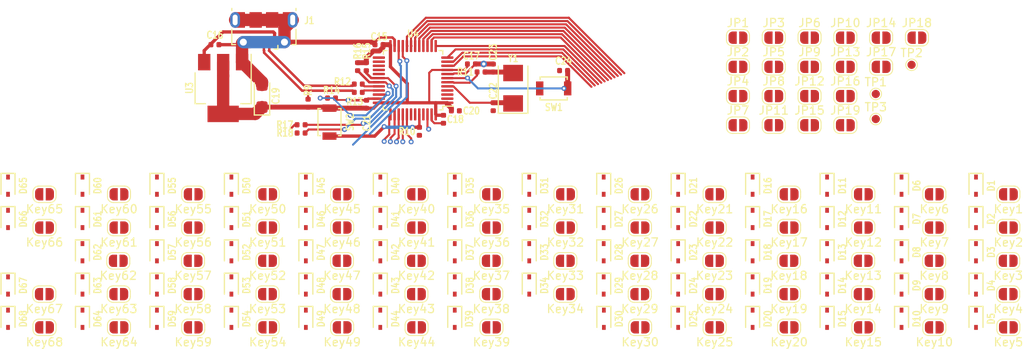
<source format=kicad_pcb>
(kicad_pcb (version 20171130) (host pcbnew "(5.1.5)-3")
  (layers (0 F.Cu mixed) (31 B.Cu mixed) (34 B.Paste user) (35 F.Paste user) (36 B.SilkS user) (37 F.SilkS user) (38 B.Mask user) (39 F.Mask user) (44 Edge.Cuts user))
  (net 0 "")
  (net 1 GND)
  (net 2 +3V3)
  (net 3 +5V)
  (net 4 "Net-(C23-Pad2)")
  (net 5 /SMT32/ROW1)
  (net 6 /SMT32/ROW2)
  (net 7 /SMT32/ROW3)
  (net 8 /SMT32/ROW4)
  (net 9 /SMT32/ROW5)
  (net 10 /SMT32/COL14)
  (net 11 /SMT32/COL13)
  (net 12 /SMT32/COL12)
  (net 13 /SMT32/COL11)
  (net 14 /SMT32/COL10)
  (net 15 /SMT32/COL9)
  (net 16 /SMT32/COL8)
  (net 17 /SMT32/COL7)
  (net 18 /SMT32/COL6)
  (net 19 /SMT32/COL5)
  (net 20 /SMT32/COL4)
  (net 21 /SMT32/COL3)
  (net 22 /SMT32/COL2)
  (net 23 /SMT32/COL1)
  (net 24 "Net-(J1-Pad4)")
  (net 25 /SMT32/I2C2_SDA)
  (net 26 /SMT32/I2C2_SCL)
  (net 27 /SMT32/USB_D+)
  (net 28 /SMT32/USB_D-)
  (net 29 "Net-(C24-Pad2)")
  (net 30 "Net-(U4-Pad45)")
  (net 31 "Net-(U4-Pad43)")
  (net 32 "Net-(U4-Pad42)")
  (net 33 "Net-(U4-Pad29)")
  (net 34 "Net-(U4-Pad28)")
  (net 35 "Net-(U4-Pad27)")
  (net 36 "Net-(U4-Pad26)")
  (net 37 "Net-(U4-Pad25)")
  (net 38 "Net-(U4-Pad4)")
  (net 39 "Net-(U4-Pad3)")
  (net 40 "Net-(U4-Pad2)")
  (net 41 "Net-(C22-Pad2)")
  (net 42 "Net-(R10-Pad2)")
  (net 43 "Net-(R11-Pad1)")
  (net 44 "Net-(R13-Pad2)")
  (net 45 "Net-(R15-Pad1)")
  (net 46 "Net-(R16-Pad2)")
  (net 47 "Net-(R12-Pad2)")
  (net 48 "Net-(D1-Pad2)")
  (net 49 "Net-(D2-Pad2)")
  (net 50 "Net-(D3-Pad2)")
  (net 51 "Net-(D4-Pad2)")
  (net 52 "Net-(D5-Pad2)")
  (net 53 "Net-(D6-Pad2)")
  (net 54 "Net-(D7-Pad2)")
  (net 55 "Net-(D8-Pad2)")
  (net 56 "Net-(D9-Pad2)")
  (net 57 "Net-(D10-Pad2)")
  (net 58 "Net-(D11-Pad2)")
  (net 59 "Net-(D12-Pad2)")
  (net 60 "Net-(D13-Pad2)")
  (net 61 "Net-(D14-Pad2)")
  (net 62 "Net-(D15-Pad2)")
  (net 63 "Net-(D16-Pad2)")
  (net 64 "Net-(D17-Pad2)")
  (net 65 "Net-(D18-Pad2)")
  (net 66 "Net-(D19-Pad2)")
  (net 67 "Net-(D20-Pad2)")
  (net 68 "Net-(D21-Pad2)")
  (net 69 "Net-(D22-Pad2)")
  (net 70 "Net-(D23-Pad2)")
  (net 71 "Net-(D24-Pad2)")
  (net 72 "Net-(D25-Pad2)")
  (net 73 "Net-(D26-Pad2)")
  (net 74 "Net-(D27-Pad2)")
  (net 75 "Net-(D28-Pad2)")
  (net 76 "Net-(D29-Pad2)")
  (net 77 "Net-(D30-Pad2)")
  (net 78 "Net-(D31-Pad2)")
  (net 79 "Net-(D32-Pad2)")
  (net 80 "Net-(D33-Pad2)")
  (net 81 "Net-(D34-Pad2)")
  (net 82 "Net-(D35-Pad2)")
  (net 83 "Net-(D36-Pad2)")
  (net 84 "Net-(D37-Pad2)")
  (net 85 "Net-(D38-Pad2)")
  (net 86 "Net-(D39-Pad2)")
  (net 87 "Net-(D40-Pad2)")
  (net 88 "Net-(D41-Pad2)")
  (net 89 "Net-(D42-Pad2)")
  (net 90 "Net-(D43-Pad2)")
  (net 91 "Net-(D44-Pad2)")
  (net 92 "Net-(D45-Pad2)")
  (net 93 "Net-(D46-Pad2)")
  (net 94 "Net-(D47-Pad2)")
  (net 95 "Net-(D48-Pad2)")
  (net 96 "Net-(D49-Pad2)")
  (net 97 "Net-(D50-Pad2)")
  (net 98 "Net-(D51-Pad2)")
  (net 99 "Net-(D52-Pad2)")
  (net 100 "Net-(D53-Pad2)")
  (net 101 "Net-(D54-Pad2)")
  (net 102 "Net-(D55-Pad2)")
  (net 103 "Net-(D56-Pad2)")
  (net 104 "Net-(D57-Pad2)")
  (net 105 "Net-(D58-Pad2)")
  (net 106 "Net-(D59-Pad2)")
  (net 107 "Net-(D60-Pad2)")
  (net 108 "Net-(D61-Pad2)")
  (net 109 "Net-(D62-Pad2)")
  (net 110 "Net-(D63-Pad2)")
  (net 111 "Net-(D64-Pad2)")
  (net 112 "Net-(D65-Pad2)")
  (net 113 "Net-(D66-Pad2)")
  (net 114 "Net-(D67-Pad2)")
  (net 115 "Net-(D68-Pad2)")
  (net 116 /SMT32/LED_EN_PIN)
  (net 117 /switch/COL14)
  (net 118 /switch/COL13)
  (net 119 /switch/COL12)
  (net 120 /switch/COL11)
  (net 121 /switch/COL10)
  (net 122 /switch/COL9)
  (net 123 /switch/COL8)
  (net 124 /switch/COL7)
  (net 125 /switch/COL6)
  (net 126 /switch/COL5)
  (net 127 /switch/COL4)
  (net 128 /switch/COL3)
  (net 129 /switch/COL2)
  (net 130 /switch/COL1)
  (net 131 /switch/ROW3)
  (net 132 /switch/ROW4)
  (net 133 /switch/ROW1)
  (net 134 /switch/ROW5)
  (net 135 /switch/ROW2)
  (module TestPoint:TestPoint_Pad_D1.0mm (layer F.Cu) (at 189.35 97.325)
    (fp_text reference TP3 (at 0 -1.448) (layer F.SilkS))
    (fp_text value TestPoint)
    (pad 1 smd circle (at 0 0) (size 1 1) (layers F.Cu F.Mask) (net 116 /SMT32/LED_EN_PIN))
  )
  (module TestPoint:TestPoint_Pad_D1.0mm (layer F.Cu) (at 193.7 90.725)
    (fp_text reference TP2 (at 0 -1.448) (layer F.SilkS))
    (fp_text value TestPoint)
    (pad 1 smd circle (at 0 0) (size 1 1) (layers F.Cu F.Mask) (net 25 /SMT32/I2C2_SDA))
  )
  (module TestPoint:TestPoint_Pad_D1.0mm (layer F.Cu) (at 189.35 94.275)
    (fp_text reference TP1 (at 0 -1.448) (layer F.SilkS))
    (fp_text value TestPoint)
    (pad 1 smd circle (at 0 0) (size 1 1) (layers F.Cu F.Mask) (net 26 /SMT32/I2C2_SCL))
  )
  (module Jumper:SolderJumper-2_P1.3mm_Open_RoundedPad1.0x1.5mm (layer F.Cu) (at 88.315275 122.679916 180)
    (fp_text reference Key68 (at 0 -1.8) (layer F.SilkS))
    (fp_text value SW_SPST)
    (pad 2 smd custom (at 0.65 0 180) (size 1 0.5) (layers F.Cu F.Mask) (net 115 "Net-(D68-Pad2)") (options (clearance outline) (anchor rect)) (primitives (gr_circle (center 0 0.25) (end 0.5 0.25) (width 0)) (gr_circle (center 0 -0.25) (end 0.5 -0.25) (width 0)) (gr_poly (pts (xy 0 -0.75) (xy -0.5 -0.75) (xy -0.5 0.75) (xy 0 0.75)) (width 0))))
    (pad 1 smd custom (at -0.65 0 180) (size 1 0.5) (layers F.Cu F.Mask) (net 134 /switch/ROW5) (options (clearance outline) (anchor rect)) (primitives (gr_circle (center 0 0.25) (end 0.5 0.25) (width 0)) (gr_circle (center 0 -0.25) (end 0.5 -0.25) (width 0)) (gr_poly (pts (xy 0 -0.75) (xy 0.5 -0.75) (xy 0.5 0.75) (xy 0 0.75)) (width 0))))
  )
  (module Jumper:SolderJumper-2_P1.3mm_Open_RoundedPad1.0x1.5mm (layer F.Cu) (at 88.290275 118.635001 180)
    (fp_text reference Key67 (at 0 -1.8) (layer F.SilkS))
    (fp_text value SW_SPST)
    (pad 2 smd custom (at 0.65 0 180) (size 1 0.5) (layers F.Cu F.Mask) (net 114 "Net-(D67-Pad2)") (options (clearance outline) (anchor rect)) (primitives (gr_circle (center 0 0.25) (end 0.5 0.25) (width 0)) (gr_circle (center 0 -0.25) (end 0.5 -0.25) (width 0)) (gr_poly (pts (xy 0 -0.75) (xy -0.5 -0.75) (xy -0.5 0.75) (xy 0 0.75)) (width 0))))
    (pad 1 smd custom (at -0.65 0 180) (size 1 0.5) (layers F.Cu F.Mask) (net 132 /switch/ROW4) (options (clearance outline) (anchor rect)) (primitives (gr_circle (center 0 0.25) (end 0.5 0.25) (width 0)) (gr_circle (center 0 -0.25) (end 0.5 -0.25) (width 0)) (gr_poly (pts (xy 0 -0.75) (xy 0.5 -0.75) (xy 0.5 0.75) (xy 0 0.75)) (width 0))))
  )
  (module Jumper:SolderJumper-2_P1.3mm_Open_RoundedPad1.0x1.5mm (layer F.Cu) (at 88.315275 110.535001 180)
    (fp_text reference Key66 (at 0 -1.8) (layer F.SilkS))
    (fp_text value SW_SPST)
    (pad 2 smd custom (at 0.65 0 180) (size 1 0.5) (layers F.Cu F.Mask) (net 113 "Net-(D66-Pad2)") (options (clearance outline) (anchor rect)) (primitives (gr_circle (center 0 0.25) (end 0.5 0.25) (width 0)) (gr_circle (center 0 -0.25) (end 0.5 -0.25) (width 0)) (gr_poly (pts (xy 0 -0.75) (xy -0.5 -0.75) (xy -0.5 0.75) (xy 0 0.75)) (width 0))))
    (pad 1 smd custom (at -0.65 0 180) (size 1 0.5) (layers F.Cu F.Mask) (net 135 /switch/ROW2) (options (clearance outline) (anchor rect)) (primitives (gr_circle (center 0 0.25) (end 0.5 0.25) (width 0)) (gr_circle (center 0 -0.25) (end 0.5 -0.25) (width 0)) (gr_poly (pts (xy 0 -0.75) (xy 0.5 -0.75) (xy 0.5 0.75) (xy 0 0.75)) (width 0))))
  )
  (module Jumper:SolderJumper-2_P1.3mm_Open_RoundedPad1.0x1.5mm (layer F.Cu) (at 88.315275 106.485 180)
    (fp_text reference Key65 (at 0 -1.8) (layer F.SilkS))
    (fp_text value SW_SPST)
    (pad 2 smd custom (at 0.65 0 180) (size 1 0.5) (layers F.Cu F.Mask) (net 112 "Net-(D65-Pad2)") (options (clearance outline) (anchor rect)) (primitives (gr_circle (center 0 0.25) (end 0.5 0.25) (width 0)) (gr_circle (center 0 -0.25) (end 0.5 -0.25) (width 0)) (gr_poly (pts (xy 0 -0.75) (xy -0.5 -0.75) (xy -0.5 0.75) (xy 0 0.75)) (width 0))))
    (pad 1 smd custom (at -0.65 0 180) (size 1 0.5) (layers F.Cu F.Mask) (net 133 /switch/ROW1) (options (clearance outline) (anchor rect)) (primitives (gr_circle (center 0 0.25) (end 0.5 0.25) (width 0)) (gr_circle (center 0 -0.25) (end 0.5 -0.25) (width 0)) (gr_poly (pts (xy 0 -0.75) (xy 0.5 -0.75) (xy 0.5 0.75) (xy 0 0.75)) (width 0))))
  )
  (module Jumper:SolderJumper-2_P1.3mm_Open_RoundedPad1.0x1.5mm (layer F.Cu) (at 97.365273 122.679916 180)
    (fp_text reference Key64 (at 0 -1.8) (layer F.SilkS))
    (fp_text value SW_SPST)
    (pad 1 smd custom (at -0.65 0 180) (size 1 0.5) (layers F.Cu F.Mask) (net 134 /switch/ROW5) (options (clearance outline) (anchor rect)) (primitives (gr_circle (center 0 0.25) (end 0.5 0.25) (width 0)) (gr_circle (center 0 -0.25) (end 0.5 -0.25) (width 0)) (gr_poly (pts (xy 0 -0.75) (xy 0.5 -0.75) (xy 0.5 0.75) (xy 0 0.75)) (width 0))))
    (pad 2 smd custom (at 0.65 0 180) (size 1 0.5) (layers F.Cu F.Mask) (net 111 "Net-(D64-Pad2)") (options (clearance outline) (anchor rect)) (primitives (gr_circle (center 0 0.25) (end 0.5 0.25) (width 0)) (gr_circle (center 0 -0.25) (end 0.5 -0.25) (width 0)) (gr_poly (pts (xy 0 -0.75) (xy -0.5 -0.75) (xy -0.5 0.75) (xy 0 0.75)) (width 0))))
  )
  (module Jumper:SolderJumper-2_P1.3mm_Open_RoundedPad1.0x1.5mm (layer F.Cu) (at 97.340273 118.635001 180)
    (fp_text reference Key63 (at 0 -1.8) (layer F.SilkS))
    (fp_text value SW_SPST)
    (pad 1 smd custom (at -0.65 0 180) (size 1 0.5) (layers F.Cu F.Mask) (net 132 /switch/ROW4) (options (clearance outline) (anchor rect)) (primitives (gr_circle (center 0 0.25) (end 0.5 0.25) (width 0)) (gr_circle (center 0 -0.25) (end 0.5 -0.25) (width 0)) (gr_poly (pts (xy 0 -0.75) (xy 0.5 -0.75) (xy 0.5 0.75) (xy 0 0.75)) (width 0))))
    (pad 2 smd custom (at 0.65 0 180) (size 1 0.5) (layers F.Cu F.Mask) (net 110 "Net-(D63-Pad2)") (options (clearance outline) (anchor rect)) (primitives (gr_circle (center 0 0.25) (end 0.5 0.25) (width 0)) (gr_circle (center 0 -0.25) (end 0.5 -0.25) (width 0)) (gr_poly (pts (xy 0 -0.75) (xy -0.5 -0.75) (xy -0.5 0.75) (xy 0 0.75)) (width 0))))
  )
  (module Jumper:SolderJumper-2_P1.3mm_Open_RoundedPad1.0x1.5mm (layer F.Cu) (at 97.280472 114.585015 180)
    (fp_text reference Key62 (at 0 -1.8) (layer F.SilkS))
    (fp_text value SW_SPST)
    (pad 1 smd custom (at -0.65 0 180) (size 1 0.5) (layers F.Cu F.Mask) (net 131 /switch/ROW3) (options (clearance outline) (anchor rect)) (primitives (gr_circle (center 0 0.25) (end 0.5 0.25) (width 0)) (gr_circle (center 0 -0.25) (end 0.5 -0.25) (width 0)) (gr_poly (pts (xy 0 -0.75) (xy 0.5 -0.75) (xy 0.5 0.75) (xy 0 0.75)) (width 0))))
    (pad 2 smd custom (at 0.65 0 180) (size 1 0.5) (layers F.Cu F.Mask) (net 109 "Net-(D62-Pad2)") (options (clearance outline) (anchor rect)) (primitives (gr_circle (center 0 0.25) (end 0.5 0.25) (width 0)) (gr_circle (center 0 -0.25) (end 0.5 -0.25) (width 0)) (gr_poly (pts (xy 0 -0.75) (xy -0.5 -0.75) (xy -0.5 0.75) (xy 0 0.75)) (width 0))))
  )
  (module Jumper:SolderJumper-2_P1.3mm_Open_RoundedPad1.0x1.5mm (layer F.Cu) (at 97.365273 110.535001 180)
    (fp_text reference Key61 (at 0 -1.8) (layer F.SilkS))
    (fp_text value SW_SPST)
    (pad 1 smd custom (at -0.65 0 180) (size 1 0.5) (layers F.Cu F.Mask) (net 135 /switch/ROW2) (options (clearance outline) (anchor rect)) (primitives (gr_circle (center 0 0.25) (end 0.5 0.25) (width 0)) (gr_circle (center 0 -0.25) (end 0.5 -0.25) (width 0)) (gr_poly (pts (xy 0 -0.75) (xy 0.5 -0.75) (xy 0.5 0.75) (xy 0 0.75)) (width 0))))
    (pad 2 smd custom (at 0.65 0 180) (size 1 0.5) (layers F.Cu F.Mask) (net 108 "Net-(D61-Pad2)") (options (clearance outline) (anchor rect)) (primitives (gr_circle (center 0 0.25) (end 0.5 0.25) (width 0)) (gr_circle (center 0 -0.25) (end 0.5 -0.25) (width 0)) (gr_poly (pts (xy 0 -0.75) (xy -0.5 -0.75) (xy -0.5 0.75) (xy 0 0.75)) (width 0))))
  )
  (module Jumper:SolderJumper-2_P1.3mm_Open_RoundedPad1.0x1.5mm (layer F.Cu) (at 97.365273 106.485 180)
    (fp_text reference Key60 (at 0 -1.8) (layer F.SilkS))
    (fp_text value SW_SPST)
    (pad 1 smd custom (at -0.65 0 180) (size 1 0.5) (layers F.Cu F.Mask) (net 133 /switch/ROW1) (options (clearance outline) (anchor rect)) (primitives (gr_circle (center 0 0.25) (end 0.5 0.25) (width 0)) (gr_circle (center 0 -0.25) (end 0.5 -0.25) (width 0)) (gr_poly (pts (xy 0 -0.75) (xy 0.5 -0.75) (xy 0.5 0.75) (xy 0 0.75)) (width 0))))
    (pad 2 smd custom (at 0.65 0 180) (size 1 0.5) (layers F.Cu F.Mask) (net 107 "Net-(D60-Pad2)") (options (clearance outline) (anchor rect)) (primitives (gr_circle (center 0 0.25) (end 0.5 0.25) (width 0)) (gr_circle (center 0 -0.25) (end 0.5 -0.25) (width 0)) (gr_poly (pts (xy 0 -0.75) (xy -0.5 -0.75) (xy -0.5 0.75) (xy 0 0.75)) (width 0))))
  )
  (module Jumper:SolderJumper-2_P1.3mm_Open_RoundedPad1.0x1.5mm (layer F.Cu) (at 106.390275 122.679916 180)
    (fp_text reference Key59 (at 0 -1.8) (layer F.SilkS))
    (fp_text value SW_SPST)
    (pad 1 smd custom (at -0.65 0 180) (size 1 0.5) (layers F.Cu F.Mask) (net 134 /switch/ROW5) (options (clearance outline) (anchor rect)) (primitives (gr_circle (center 0 0.25) (end 0.5 0.25) (width 0)) (gr_circle (center 0 -0.25) (end 0.5 -0.25) (width 0)) (gr_poly (pts (xy 0 -0.75) (xy 0.5 -0.75) (xy 0.5 0.75) (xy 0 0.75)) (width 0))))
    (pad 2 smd custom (at 0.65 0 180) (size 1 0.5) (layers F.Cu F.Mask) (net 106 "Net-(D59-Pad2)") (options (clearance outline) (anchor rect)) (primitives (gr_circle (center 0 0.25) (end 0.5 0.25) (width 0)) (gr_circle (center 0 -0.25) (end 0.5 -0.25) (width 0)) (gr_poly (pts (xy 0 -0.75) (xy -0.5 -0.75) (xy -0.5 0.75) (xy 0 0.75)) (width 0))))
  )
  (module Jumper:SolderJumper-2_P1.3mm_Open_RoundedPad1.0x1.5mm (layer F.Cu) (at 106.365275 118.635001 180)
    (fp_text reference Key58 (at 0 -1.8) (layer F.SilkS))
    (fp_text value SW_SPST)
    (pad 1 smd custom (at -0.65 0 180) (size 1 0.5) (layers F.Cu F.Mask) (net 132 /switch/ROW4) (options (clearance outline) (anchor rect)) (primitives (gr_circle (center 0 0.25) (end 0.5 0.25) (width 0)) (gr_circle (center 0 -0.25) (end 0.5 -0.25) (width 0)) (gr_poly (pts (xy 0 -0.75) (xy 0.5 -0.75) (xy 0.5 0.75) (xy 0 0.75)) (width 0))))
    (pad 2 smd custom (at 0.65 0 180) (size 1 0.5) (layers F.Cu F.Mask) (net 105 "Net-(D58-Pad2)") (options (clearance outline) (anchor rect)) (primitives (gr_circle (center 0 0.25) (end 0.5 0.25) (width 0)) (gr_circle (center 0 -0.25) (end 0.5 -0.25) (width 0)) (gr_poly (pts (xy 0 -0.75) (xy -0.5 -0.75) (xy -0.5 0.75) (xy 0 0.75)) (width 0))))
  )
  (module Jumper:SolderJumper-2_P1.3mm_Open_RoundedPad1.0x1.5mm (layer F.Cu) (at 106.365275 114.585015 180)
    (fp_text reference Key57 (at 0 -1.8) (layer F.SilkS))
    (fp_text value SW_SPST)
    (pad 1 smd custom (at -0.65 0 180) (size 1 0.5) (layers F.Cu F.Mask) (net 131 /switch/ROW3) (options (clearance outline) (anchor rect)) (primitives (gr_circle (center 0 0.25) (end 0.5 0.25) (width 0)) (gr_circle (center 0 -0.25) (end 0.5 -0.25) (width 0)) (gr_poly (pts (xy 0 -0.75) (xy 0.5 -0.75) (xy 0.5 0.75) (xy 0 0.75)) (width 0))))
    (pad 2 smd custom (at 0.65 0 180) (size 1 0.5) (layers F.Cu F.Mask) (net 104 "Net-(D57-Pad2)") (options (clearance outline) (anchor rect)) (primitives (gr_circle (center 0 0.25) (end 0.5 0.25) (width 0)) (gr_circle (center 0 -0.25) (end 0.5 -0.25) (width 0)) (gr_poly (pts (xy 0 -0.75) (xy -0.5 -0.75) (xy -0.5 0.75) (xy 0 0.75)) (width 0))))
  )
  (module Jumper:SolderJumper-2_P1.3mm_Open_RoundedPad1.0x1.5mm (layer F.Cu) (at 106.390275 110.535001 180)
    (fp_text reference Key56 (at 0 -1.8) (layer F.SilkS))
    (fp_text value SW_SPST)
    (pad 1 smd custom (at -0.65 0 180) (size 1 0.5) (layers F.Cu F.Mask) (net 135 /switch/ROW2) (options (clearance outline) (anchor rect)) (primitives (gr_circle (center 0 0.25) (end 0.5 0.25) (width 0)) (gr_circle (center 0 -0.25) (end 0.5 -0.25) (width 0)) (gr_poly (pts (xy 0 -0.75) (xy 0.5 -0.75) (xy 0.5 0.75) (xy 0 0.75)) (width 0))))
    (pad 2 smd custom (at 0.65 0 180) (size 1 0.5) (layers F.Cu F.Mask) (net 103 "Net-(D56-Pad2)") (options (clearance outline) (anchor rect)) (primitives (gr_circle (center 0 0.25) (end 0.5 0.25) (width 0)) (gr_circle (center 0 -0.25) (end 0.5 -0.25) (width 0)) (gr_poly (pts (xy 0 -0.75) (xy -0.5 -0.75) (xy -0.5 0.75) (xy 0 0.75)) (width 0))))
  )
  (module Jumper:SolderJumper-2_P1.3mm_Open_RoundedPad1.0x1.5mm (layer F.Cu) (at 106.390275 106.485 180)
    (fp_text reference Key55 (at 0 -1.8) (layer F.SilkS))
    (fp_text value SW_SPST)
    (pad 1 smd custom (at -0.65 0 180) (size 1 0.5) (layers F.Cu F.Mask) (net 133 /switch/ROW1) (options (clearance outline) (anchor rect)) (primitives (gr_circle (center 0 0.25) (end 0.5 0.25) (width 0)) (gr_circle (center 0 -0.25) (end 0.5 -0.25) (width 0)) (gr_poly (pts (xy 0 -0.75) (xy 0.5 -0.75) (xy 0.5 0.75) (xy 0 0.75)) (width 0))))
    (pad 2 smd custom (at 0.65 0 180) (size 1 0.5) (layers F.Cu F.Mask) (net 102 "Net-(D55-Pad2)") (options (clearance outline) (anchor rect)) (primitives (gr_circle (center 0 0.25) (end 0.5 0.25) (width 0)) (gr_circle (center 0 -0.25) (end 0.5 -0.25) (width 0)) (gr_poly (pts (xy 0 -0.75) (xy -0.5 -0.75) (xy -0.5 0.75) (xy 0 0.75)) (width 0))))
  )
  (module Jumper:SolderJumper-2_P1.3mm_Open_RoundedPad1.0x1.5mm (layer F.Cu) (at 115.440275 122.679916 180)
    (fp_text reference Key54 (at 0 -1.8) (layer F.SilkS))
    (fp_text value SW_SPST)
    (pad 1 smd custom (at -0.65 0 180) (size 1 0.5) (layers F.Cu F.Mask) (net 134 /switch/ROW5) (options (clearance outline) (anchor rect)) (primitives (gr_circle (center 0 0.25) (end 0.5 0.25) (width 0)) (gr_circle (center 0 -0.25) (end 0.5 -0.25) (width 0)) (gr_poly (pts (xy 0 -0.75) (xy 0.5 -0.75) (xy 0.5 0.75) (xy 0 0.75)) (width 0))))
    (pad 2 smd custom (at 0.65 0 180) (size 1 0.5) (layers F.Cu F.Mask) (net 101 "Net-(D54-Pad2)") (options (clearance outline) (anchor rect)) (primitives (gr_circle (center 0 0.25) (end 0.5 0.25) (width 0)) (gr_circle (center 0 -0.25) (end 0.5 -0.25) (width 0)) (gr_poly (pts (xy 0 -0.75) (xy -0.5 -0.75) (xy -0.5 0.75) (xy 0 0.75)) (width 0))))
  )
  (module Jumper:SolderJumper-2_P1.3mm_Open_RoundedPad1.0x1.5mm (layer F.Cu) (at 115.415275 118.635001 180)
    (fp_text reference Key53 (at 0 -1.8) (layer F.SilkS))
    (fp_text value SW_SPST)
    (pad 1 smd custom (at -0.65 0 180) (size 1 0.5) (layers F.Cu F.Mask) (net 132 /switch/ROW4) (options (clearance outline) (anchor rect)) (primitives (gr_circle (center 0 0.25) (end 0.5 0.25) (width 0)) (gr_circle (center 0 -0.25) (end 0.5 -0.25) (width 0)) (gr_poly (pts (xy 0 -0.75) (xy 0.5 -0.75) (xy 0.5 0.75) (xy 0 0.75)) (width 0))))
    (pad 2 smd custom (at 0.65 0 180) (size 1 0.5) (layers F.Cu F.Mask) (net 100 "Net-(D53-Pad2)") (options (clearance outline) (anchor rect)) (primitives (gr_circle (center 0 0.25) (end 0.5 0.25) (width 0)) (gr_circle (center 0 -0.25) (end 0.5 -0.25) (width 0)) (gr_poly (pts (xy 0 -0.75) (xy -0.5 -0.75) (xy -0.5 0.75) (xy 0 0.75)) (width 0))))
  )
  (module Jumper:SolderJumper-2_P1.3mm_Open_RoundedPad1.0x1.5mm (layer F.Cu) (at 115.415275 114.585015 180)
    (fp_text reference Key52 (at 0 -1.8) (layer F.SilkS))
    (fp_text value SW_SPST)
    (pad 1 smd custom (at -0.65 0 180) (size 1 0.5) (layers F.Cu F.Mask) (net 131 /switch/ROW3) (options (clearance outline) (anchor rect)) (primitives (gr_circle (center 0 0.25) (end 0.5 0.25) (width 0)) (gr_circle (center 0 -0.25) (end 0.5 -0.25) (width 0)) (gr_poly (pts (xy 0 -0.75) (xy 0.5 -0.75) (xy 0.5 0.75) (xy 0 0.75)) (width 0))))
    (pad 2 smd custom (at 0.65 0 180) (size 1 0.5) (layers F.Cu F.Mask) (net 99 "Net-(D52-Pad2)") (options (clearance outline) (anchor rect)) (primitives (gr_circle (center 0 0.25) (end 0.5 0.25) (width 0)) (gr_circle (center 0 -0.25) (end 0.5 -0.25) (width 0)) (gr_poly (pts (xy 0 -0.75) (xy -0.5 -0.75) (xy -0.5 0.75) (xy 0 0.75)) (width 0))))
  )
  (module Jumper:SolderJumper-2_P1.3mm_Open_RoundedPad1.0x1.5mm (layer F.Cu) (at 115.440275 110.535001 180)
    (fp_text reference Key51 (at 0 -1.8) (layer F.SilkS))
    (fp_text value SW_SPST)
    (pad 1 smd custom (at -0.65 0 180) (size 1 0.5) (layers F.Cu F.Mask) (net 135 /switch/ROW2) (options (clearance outline) (anchor rect)) (primitives (gr_circle (center 0 0.25) (end 0.5 0.25) (width 0)) (gr_circle (center 0 -0.25) (end 0.5 -0.25) (width 0)) (gr_poly (pts (xy 0 -0.75) (xy 0.5 -0.75) (xy 0.5 0.75) (xy 0 0.75)) (width 0))))
    (pad 2 smd custom (at 0.65 0 180) (size 1 0.5) (layers F.Cu F.Mask) (net 98 "Net-(D51-Pad2)") (options (clearance outline) (anchor rect)) (primitives (gr_circle (center 0 0.25) (end 0.5 0.25) (width 0)) (gr_circle (center 0 -0.25) (end 0.5 -0.25) (width 0)) (gr_poly (pts (xy 0 -0.75) (xy -0.5 -0.75) (xy -0.5 0.75) (xy 0 0.75)) (width 0))))
  )
  (module Jumper:SolderJumper-2_P1.3mm_Open_RoundedPad1.0x1.5mm (layer F.Cu) (at 115.440275 106.485 180)
    (fp_text reference Key50 (at 0 -1.8) (layer F.SilkS))
    (fp_text value SW_SPST)
    (pad 1 smd custom (at -0.65 0 180) (size 1 0.5) (layers F.Cu F.Mask) (net 133 /switch/ROW1) (options (clearance outline) (anchor rect)) (primitives (gr_circle (center 0 0.25) (end 0.5 0.25) (width 0)) (gr_circle (center 0 -0.25) (end 0.5 -0.25) (width 0)) (gr_poly (pts (xy 0 -0.75) (xy 0.5 -0.75) (xy 0.5 0.75) (xy 0 0.75)) (width 0))))
    (pad 2 smd custom (at 0.65 0 180) (size 1 0.5) (layers F.Cu F.Mask) (net 97 "Net-(D50-Pad2)") (options (clearance outline) (anchor rect)) (primitives (gr_circle (center 0 0.25) (end 0.5 0.25) (width 0)) (gr_circle (center 0 -0.25) (end 0.5 -0.25) (width 0)) (gr_poly (pts (xy 0 -0.75) (xy -0.5 -0.75) (xy -0.5 0.75) (xy 0 0.75)) (width 0))))
  )
  (module Jumper:SolderJumper-2_P1.3mm_Open_RoundedPad1.0x1.5mm (layer F.Cu) (at 124.490275 122.679916 180)
    (fp_text reference Key49 (at 0 -1.8) (layer F.SilkS))
    (fp_text value SW_SPST)
    (pad 1 smd custom (at -0.65 0 180) (size 1 0.5) (layers F.Cu F.Mask) (net 134 /switch/ROW5) (options (clearance outline) (anchor rect)) (primitives (gr_circle (center 0 0.25) (end 0.5 0.25) (width 0)) (gr_circle (center 0 -0.25) (end 0.5 -0.25) (width 0)) (gr_poly (pts (xy 0 -0.75) (xy 0.5 -0.75) (xy 0.5 0.75) (xy 0 0.75)) (width 0))))
    (pad 2 smd custom (at 0.65 0 180) (size 1 0.5) (layers F.Cu F.Mask) (net 96 "Net-(D49-Pad2)") (options (clearance outline) (anchor rect)) (primitives (gr_circle (center 0 0.25) (end 0.5 0.25) (width 0)) (gr_circle (center 0 -0.25) (end 0.5 -0.25) (width 0)) (gr_poly (pts (xy 0 -0.75) (xy -0.5 -0.75) (xy -0.5 0.75) (xy 0 0.75)) (width 0))))
  )
  (module Jumper:SolderJumper-2_P1.3mm_Open_RoundedPad1.0x1.5mm (layer F.Cu) (at 124.465275 118.635001 180)
    (fp_text reference Key48 (at 0 -1.8) (layer F.SilkS))
    (fp_text value SW_SPST)
    (pad 1 smd custom (at -0.65 0 180) (size 1 0.5) (layers F.Cu F.Mask) (net 132 /switch/ROW4) (options (clearance outline) (anchor rect)) (primitives (gr_circle (center 0 0.25) (end 0.5 0.25) (width 0)) (gr_circle (center 0 -0.25) (end 0.5 -0.25) (width 0)) (gr_poly (pts (xy 0 -0.75) (xy 0.5 -0.75) (xy 0.5 0.75) (xy 0 0.75)) (width 0))))
    (pad 2 smd custom (at 0.65 0 180) (size 1 0.5) (layers F.Cu F.Mask) (net 95 "Net-(D48-Pad2)") (options (clearance outline) (anchor rect)) (primitives (gr_circle (center 0 0.25) (end 0.5 0.25) (width 0)) (gr_circle (center 0 -0.25) (end 0.5 -0.25) (width 0)) (gr_poly (pts (xy 0 -0.75) (xy -0.5 -0.75) (xy -0.5 0.75) (xy 0 0.75)) (width 0))))
  )
  (module Jumper:SolderJumper-2_P1.3mm_Open_RoundedPad1.0x1.5mm (layer F.Cu) (at 124.465275 114.585015 180)
    (fp_text reference Key47 (at 0 -1.8) (layer F.SilkS))
    (fp_text value SW_SPST)
    (pad 1 smd custom (at -0.65 0 180) (size 1 0.5) (layers F.Cu F.Mask) (net 131 /switch/ROW3) (options (clearance outline) (anchor rect)) (primitives (gr_circle (center 0 0.25) (end 0.5 0.25) (width 0)) (gr_circle (center 0 -0.25) (end 0.5 -0.25) (width 0)) (gr_poly (pts (xy 0 -0.75) (xy 0.5 -0.75) (xy 0.5 0.75) (xy 0 0.75)) (width 0))))
    (pad 2 smd custom (at 0.65 0 180) (size 1 0.5) (layers F.Cu F.Mask) (net 94 "Net-(D47-Pad2)") (options (clearance outline) (anchor rect)) (primitives (gr_circle (center 0 0.25) (end 0.5 0.25) (width 0)) (gr_circle (center 0 -0.25) (end 0.5 -0.25) (width 0)) (gr_poly (pts (xy 0 -0.75) (xy -0.5 -0.75) (xy -0.5 0.75) (xy 0 0.75)) (width 0))))
  )
  (module Jumper:SolderJumper-2_P1.3mm_Open_RoundedPad1.0x1.5mm (layer F.Cu) (at 124.490275 110.535001 180)
    (fp_text reference Key46 (at 0 -1.8) (layer F.SilkS))
    (fp_text value SW_SPST)
    (pad 1 smd custom (at -0.65 0 180) (size 1 0.5) (layers F.Cu F.Mask) (net 135 /switch/ROW2) (options (clearance outline) (anchor rect)) (primitives (gr_circle (center 0 0.25) (end 0.5 0.25) (width 0)) (gr_circle (center 0 -0.25) (end 0.5 -0.25) (width 0)) (gr_poly (pts (xy 0 -0.75) (xy 0.5 -0.75) (xy 0.5 0.75) (xy 0 0.75)) (width 0))))
    (pad 2 smd custom (at 0.65 0 180) (size 1 0.5) (layers F.Cu F.Mask) (net 93 "Net-(D46-Pad2)") (options (clearance outline) (anchor rect)) (primitives (gr_circle (center 0 0.25) (end 0.5 0.25) (width 0)) (gr_circle (center 0 -0.25) (end 0.5 -0.25) (width 0)) (gr_poly (pts (xy 0 -0.75) (xy -0.5 -0.75) (xy -0.5 0.75) (xy 0 0.75)) (width 0))))
  )
  (module Jumper:SolderJumper-2_P1.3mm_Open_RoundedPad1.0x1.5mm (layer F.Cu) (at 124.490275 106.485 180)
    (fp_text reference Key45 (at 0 -1.8) (layer F.SilkS))
    (fp_text value SW_SPST)
    (pad 1 smd custom (at -0.65 0 180) (size 1 0.5) (layers F.Cu F.Mask) (net 133 /switch/ROW1) (options (clearance outline) (anchor rect)) (primitives (gr_circle (center 0 0.25) (end 0.5 0.25) (width 0)) (gr_circle (center 0 -0.25) (end 0.5 -0.25) (width 0)) (gr_poly (pts (xy 0 -0.75) (xy 0.5 -0.75) (xy 0.5 0.75) (xy 0 0.75)) (width 0))))
    (pad 2 smd custom (at 0.65 0 180) (size 1 0.5) (layers F.Cu F.Mask) (net 92 "Net-(D45-Pad2)") (options (clearance outline) (anchor rect)) (primitives (gr_circle (center 0 0.25) (end 0.5 0.25) (width 0)) (gr_circle (center 0 -0.25) (end 0.5 -0.25) (width 0)) (gr_poly (pts (xy 0 -0.75) (xy -0.5 -0.75) (xy -0.5 0.75) (xy 0 0.75)) (width 0))))
  )
  (module Jumper:SolderJumper-2_P1.3mm_Open_RoundedPad1.0x1.5mm (layer F.Cu) (at 133.540275 122.679916 180)
    (fp_text reference Key44 (at 0 -1.8) (layer F.SilkS))
    (fp_text value SW_SPST)
    (pad 1 smd custom (at -0.65 0 180) (size 1 0.5) (layers F.Cu F.Mask) (net 134 /switch/ROW5) (options (clearance outline) (anchor rect)) (primitives (gr_circle (center 0 0.25) (end 0.5 0.25) (width 0)) (gr_circle (center 0 -0.25) (end 0.5 -0.25) (width 0)) (gr_poly (pts (xy 0 -0.75) (xy 0.5 -0.75) (xy 0.5 0.75) (xy 0 0.75)) (width 0))))
    (pad 2 smd custom (at 0.65 0 180) (size 1 0.5) (layers F.Cu F.Mask) (net 91 "Net-(D44-Pad2)") (options (clearance outline) (anchor rect)) (primitives (gr_circle (center 0 0.25) (end 0.5 0.25) (width 0)) (gr_circle (center 0 -0.25) (end 0.5 -0.25) (width 0)) (gr_poly (pts (xy 0 -0.75) (xy -0.5 -0.75) (xy -0.5 0.75) (xy 0 0.75)) (width 0))))
  )
  (module Jumper:SolderJumper-2_P1.3mm_Open_RoundedPad1.0x1.5mm (layer F.Cu) (at 133.515275 118.635001 180)
    (fp_text reference Key43 (at 0 -1.8) (layer F.SilkS))
    (fp_text value SW_SPST)
    (pad 1 smd custom (at -0.65 0 180) (size 1 0.5) (layers F.Cu F.Mask) (net 132 /switch/ROW4) (options (clearance outline) (anchor rect)) (primitives (gr_circle (center 0 0.25) (end 0.5 0.25) (width 0)) (gr_circle (center 0 -0.25) (end 0.5 -0.25) (width 0)) (gr_poly (pts (xy 0 -0.75) (xy 0.5 -0.75) (xy 0.5 0.75) (xy 0 0.75)) (width 0))))
    (pad 2 smd custom (at 0.65 0 180) (size 1 0.5) (layers F.Cu F.Mask) (net 90 "Net-(D43-Pad2)") (options (clearance outline) (anchor rect)) (primitives (gr_circle (center 0 0.25) (end 0.5 0.25) (width 0)) (gr_circle (center 0 -0.25) (end 0.5 -0.25) (width 0)) (gr_poly (pts (xy 0 -0.75) (xy -0.5 -0.75) (xy -0.5 0.75) (xy 0 0.75)) (width 0))))
  )
  (module Jumper:SolderJumper-2_P1.3mm_Open_RoundedPad1.0x1.5mm (layer F.Cu) (at 133.515275 114.585015 180)
    (fp_text reference Key42 (at 0 -1.8) (layer F.SilkS))
    (fp_text value SW_SPST)
    (pad 1 smd custom (at -0.65 0 180) (size 1 0.5) (layers F.Cu F.Mask) (net 131 /switch/ROW3) (options (clearance outline) (anchor rect)) (primitives (gr_circle (center 0 0.25) (end 0.5 0.25) (width 0)) (gr_circle (center 0 -0.25) (end 0.5 -0.25) (width 0)) (gr_poly (pts (xy 0 -0.75) (xy 0.5 -0.75) (xy 0.5 0.75) (xy 0 0.75)) (width 0))))
    (pad 2 smd custom (at 0.65 0 180) (size 1 0.5) (layers F.Cu F.Mask) (net 89 "Net-(D42-Pad2)") (options (clearance outline) (anchor rect)) (primitives (gr_circle (center 0 0.25) (end 0.5 0.25) (width 0)) (gr_circle (center 0 -0.25) (end 0.5 -0.25) (width 0)) (gr_poly (pts (xy 0 -0.75) (xy -0.5 -0.75) (xy -0.5 0.75) (xy 0 0.75)) (width 0))))
  )
  (module Jumper:SolderJumper-2_P1.3mm_Open_RoundedPad1.0x1.5mm (layer F.Cu) (at 133.540275 110.535001 180)
    (fp_text reference Key41 (at 0 -1.8) (layer F.SilkS))
    (fp_text value SW_SPST)
    (pad 1 smd custom (at -0.65 0 180) (size 1 0.5) (layers F.Cu F.Mask) (net 135 /switch/ROW2) (options (clearance outline) (anchor rect)) (primitives (gr_circle (center 0 0.25) (end 0.5 0.25) (width 0)) (gr_circle (center 0 -0.25) (end 0.5 -0.25) (width 0)) (gr_poly (pts (xy 0 -0.75) (xy 0.5 -0.75) (xy 0.5 0.75) (xy 0 0.75)) (width 0))))
    (pad 2 smd custom (at 0.65 0 180) (size 1 0.5) (layers F.Cu F.Mask) (net 88 "Net-(D41-Pad2)") (options (clearance outline) (anchor rect)) (primitives (gr_circle (center 0 0.25) (end 0.5 0.25) (width 0)) (gr_circle (center 0 -0.25) (end 0.5 -0.25) (width 0)) (gr_poly (pts (xy 0 -0.75) (xy -0.5 -0.75) (xy -0.5 0.75) (xy 0 0.75)) (width 0))))
  )
  (module Jumper:SolderJumper-2_P1.3mm_Open_RoundedPad1.0x1.5mm (layer F.Cu) (at 133.540275 106.485 180)
    (fp_text reference Key40 (at 0 -1.8) (layer F.SilkS))
    (fp_text value SW_SPST)
    (pad 1 smd custom (at -0.65 0 180) (size 1 0.5) (layers F.Cu F.Mask) (net 133 /switch/ROW1) (options (clearance outline) (anchor rect)) (primitives (gr_circle (center 0 0.25) (end 0.5 0.25) (width 0)) (gr_circle (center 0 -0.25) (end 0.5 -0.25) (width 0)) (gr_poly (pts (xy 0 -0.75) (xy 0.5 -0.75) (xy 0.5 0.75) (xy 0 0.75)) (width 0))))
    (pad 2 smd custom (at 0.65 0 180) (size 1 0.5) (layers F.Cu F.Mask) (net 87 "Net-(D40-Pad2)") (options (clearance outline) (anchor rect)) (primitives (gr_circle (center 0 0.25) (end 0.5 0.25) (width 0)) (gr_circle (center 0 -0.25) (end 0.5 -0.25) (width 0)) (gr_poly (pts (xy 0 -0.75) (xy -0.5 -0.75) (xy -0.5 0.75) (xy 0 0.75)) (width 0))))
  )
  (module Jumper:SolderJumper-2_P1.3mm_Open_RoundedPad1.0x1.5mm (layer F.Cu) (at 142.640274 122.679916 180)
    (fp_text reference Key39 (at 0 -1.8) (layer F.SilkS))
    (fp_text value SW_SPST)
    (pad 1 smd custom (at -0.65 0 180) (size 1 0.5) (layers F.Cu F.Mask) (net 134 /switch/ROW5) (options (clearance outline) (anchor rect)) (primitives (gr_circle (center 0 0.25) (end 0.5 0.25) (width 0)) (gr_circle (center 0 -0.25) (end 0.5 -0.25) (width 0)) (gr_poly (pts (xy 0 -0.75) (xy 0.5 -0.75) (xy 0.5 0.75) (xy 0 0.75)) (width 0))))
    (pad 2 smd custom (at 0.65 0 180) (size 1 0.5) (layers F.Cu F.Mask) (net 86 "Net-(D39-Pad2)") (options (clearance outline) (anchor rect)) (primitives (gr_circle (center 0 0.25) (end 0.5 0.25) (width 0)) (gr_circle (center 0 -0.25) (end 0.5 -0.25) (width 0)) (gr_poly (pts (xy 0 -0.75) (xy -0.5 -0.75) (xy -0.5 0.75) (xy 0 0.75)) (width 0))))
  )
  (module Jumper:SolderJumper-2_P1.3mm_Open_RoundedPad1.0x1.5mm (layer F.Cu) (at 142.615274 118.635001 180)
    (fp_text reference Key38 (at 0 -1.8) (layer F.SilkS))
    (fp_text value SW_SPST)
    (pad 1 smd custom (at -0.65 0 180) (size 1 0.5) (layers F.Cu F.Mask) (net 132 /switch/ROW4) (options (clearance outline) (anchor rect)) (primitives (gr_circle (center 0 0.25) (end 0.5 0.25) (width 0)) (gr_circle (center 0 -0.25) (end 0.5 -0.25) (width 0)) (gr_poly (pts (xy 0 -0.75) (xy 0.5 -0.75) (xy 0.5 0.75) (xy 0 0.75)) (width 0))))
    (pad 2 smd custom (at 0.65 0 180) (size 1 0.5) (layers F.Cu F.Mask) (net 85 "Net-(D38-Pad2)") (options (clearance outline) (anchor rect)) (primitives (gr_circle (center 0 0.25) (end 0.5 0.25) (width 0)) (gr_circle (center 0 -0.25) (end 0.5 -0.25) (width 0)) (gr_poly (pts (xy 0 -0.75) (xy -0.5 -0.75) (xy -0.5 0.75) (xy 0 0.75)) (width 0))))
  )
  (module Jumper:SolderJumper-2_P1.3mm_Open_RoundedPad1.0x1.5mm (layer F.Cu) (at 142.615274 114.585015 180)
    (fp_text reference Key37 (at 0 -1.8) (layer F.SilkS))
    (fp_text value SW_SPST)
    (pad 1 smd custom (at -0.65 0 180) (size 1 0.5) (layers F.Cu F.Mask) (net 131 /switch/ROW3) (options (clearance outline) (anchor rect)) (primitives (gr_circle (center 0 0.25) (end 0.5 0.25) (width 0)) (gr_circle (center 0 -0.25) (end 0.5 -0.25) (width 0)) (gr_poly (pts (xy 0 -0.75) (xy 0.5 -0.75) (xy 0.5 0.75) (xy 0 0.75)) (width 0))))
    (pad 2 smd custom (at 0.65 0 180) (size 1 0.5) (layers F.Cu F.Mask) (net 84 "Net-(D37-Pad2)") (options (clearance outline) (anchor rect)) (primitives (gr_circle (center 0 0.25) (end 0.5 0.25) (width 0)) (gr_circle (center 0 -0.25) (end 0.5 -0.25) (width 0)) (gr_poly (pts (xy 0 -0.75) (xy -0.5 -0.75) (xy -0.5 0.75) (xy 0 0.75)) (width 0))))
  )
  (module Jumper:SolderJumper-2_P1.3mm_Open_RoundedPad1.0x1.5mm (layer F.Cu) (at 142.640274 110.535001 180)
    (fp_text reference Key36 (at 0 -1.8) (layer F.SilkS))
    (fp_text value SW_SPST)
    (pad 1 smd custom (at -0.65 0 180) (size 1 0.5) (layers F.Cu F.Mask) (net 135 /switch/ROW2) (options (clearance outline) (anchor rect)) (primitives (gr_circle (center 0 0.25) (end 0.5 0.25) (width 0)) (gr_circle (center 0 -0.25) (end 0.5 -0.25) (width 0)) (gr_poly (pts (xy 0 -0.75) (xy 0.5 -0.75) (xy 0.5 0.75) (xy 0 0.75)) (width 0))))
    (pad 2 smd custom (at 0.65 0 180) (size 1 0.5) (layers F.Cu F.Mask) (net 83 "Net-(D36-Pad2)") (options (clearance outline) (anchor rect)) (primitives (gr_circle (center 0 0.25) (end 0.5 0.25) (width 0)) (gr_circle (center 0 -0.25) (end 0.5 -0.25) (width 0)) (gr_poly (pts (xy 0 -0.75) (xy -0.5 -0.75) (xy -0.5 0.75) (xy 0 0.75)) (width 0))))
  )
  (module Jumper:SolderJumper-2_P1.3mm_Open_RoundedPad1.0x1.5mm (layer F.Cu) (at 142.640274 106.485 180)
    (fp_text reference Key35 (at 0 -1.8) (layer F.SilkS))
    (fp_text value SW_SPST)
    (pad 1 smd custom (at -0.65 0 180) (size 1 0.5) (layers F.Cu F.Mask) (net 133 /switch/ROW1) (options (clearance outline) (anchor rect)) (primitives (gr_circle (center 0 0.25) (end 0.5 0.25) (width 0)) (gr_circle (center 0 -0.25) (end 0.5 -0.25) (width 0)) (gr_poly (pts (xy 0 -0.75) (xy 0.5 -0.75) (xy 0.5 0.75) (xy 0 0.75)) (width 0))))
    (pad 2 smd custom (at 0.65 0 180) (size 1 0.5) (layers F.Cu F.Mask) (net 82 "Net-(D35-Pad2)") (options (clearance outline) (anchor rect)) (primitives (gr_circle (center 0 0.25) (end 0.5 0.25) (width 0)) (gr_circle (center 0 -0.25) (end 0.5 -0.25) (width 0)) (gr_poly (pts (xy 0 -0.75) (xy -0.5 -0.75) (xy -0.5 0.75) (xy 0 0.75)) (width 0))))
  )
  (module Jumper:SolderJumper-2_P1.3mm_Open_RoundedPad1.0x1.5mm (layer F.Cu) (at 151.614275 118.635001 180)
    (fp_text reference Key34 (at 0 -1.8) (layer F.SilkS))
    (fp_text value SW_SPST)
    (pad 1 smd custom (at -0.65 0 180) (size 1 0.5) (layers F.Cu F.Mask) (net 132 /switch/ROW4) (options (clearance outline) (anchor rect)) (primitives (gr_circle (center 0 0.25) (end 0.5 0.25) (width 0)) (gr_circle (center 0 -0.25) (end 0.5 -0.25) (width 0)) (gr_poly (pts (xy 0 -0.75) (xy 0.5 -0.75) (xy 0.5 0.75) (xy 0 0.75)) (width 0))))
    (pad 2 smd custom (at 0.65 0 180) (size 1 0.5) (layers F.Cu F.Mask) (net 81 "Net-(D34-Pad2)") (options (clearance outline) (anchor rect)) (primitives (gr_circle (center 0 0.25) (end 0.5 0.25) (width 0)) (gr_circle (center 0 -0.25) (end 0.5 -0.25) (width 0)) (gr_poly (pts (xy 0 -0.75) (xy -0.5 -0.75) (xy -0.5 0.75) (xy 0 0.75)) (width 0))))
  )
  (module Jumper:SolderJumper-2_P1.3mm_Open_RoundedPad1.0x1.5mm (layer F.Cu) (at 151.614275 114.585015 180)
    (fp_text reference Key33 (at 0 -1.8) (layer F.SilkS))
    (fp_text value SW_SPST)
    (pad 1 smd custom (at -0.65 0 180) (size 1 0.5) (layers F.Cu F.Mask) (net 131 /switch/ROW3) (options (clearance outline) (anchor rect)) (primitives (gr_circle (center 0 0.25) (end 0.5 0.25) (width 0)) (gr_circle (center 0 -0.25) (end 0.5 -0.25) (width 0)) (gr_poly (pts (xy 0 -0.75) (xy 0.5 -0.75) (xy 0.5 0.75) (xy 0 0.75)) (width 0))))
    (pad 2 smd custom (at 0.65 0 180) (size 1 0.5) (layers F.Cu F.Mask) (net 80 "Net-(D33-Pad2)") (options (clearance outline) (anchor rect)) (primitives (gr_circle (center 0 0.25) (end 0.5 0.25) (width 0)) (gr_circle (center 0 -0.25) (end 0.5 -0.25) (width 0)) (gr_poly (pts (xy 0 -0.75) (xy -0.5 -0.75) (xy -0.5 0.75) (xy 0 0.75)) (width 0))))
  )
  (module Jumper:SolderJumper-2_P1.3mm_Open_RoundedPad1.0x1.5mm (layer F.Cu) (at 151.639275 110.535001 180)
    (fp_text reference Key32 (at 0 -1.8) (layer F.SilkS))
    (fp_text value SW_SPST)
    (pad 1 smd custom (at -0.65 0 180) (size 1 0.5) (layers F.Cu F.Mask) (net 135 /switch/ROW2) (options (clearance outline) (anchor rect)) (primitives (gr_circle (center 0 0.25) (end 0.5 0.25) (width 0)) (gr_circle (center 0 -0.25) (end 0.5 -0.25) (width 0)) (gr_poly (pts (xy 0 -0.75) (xy 0.5 -0.75) (xy 0.5 0.75) (xy 0 0.75)) (width 0))))
    (pad 2 smd custom (at 0.65 0 180) (size 1 0.5) (layers F.Cu F.Mask) (net 79 "Net-(D32-Pad2)") (options (clearance outline) (anchor rect)) (primitives (gr_circle (center 0 0.25) (end 0.5 0.25) (width 0)) (gr_circle (center 0 -0.25) (end 0.5 -0.25) (width 0)) (gr_poly (pts (xy 0 -0.75) (xy -0.5 -0.75) (xy -0.5 0.75) (xy 0 0.75)) (width 0))))
  )
  (module Jumper:SolderJumper-2_P1.3mm_Open_RoundedPad1.0x1.5mm (layer F.Cu) (at 151.639275 106.485 180)
    (fp_text reference Key31 (at 0 -1.8) (layer F.SilkS))
    (fp_text value SW_SPST)
    (pad 1 smd custom (at -0.65 0 180) (size 1 0.5) (layers F.Cu F.Mask) (net 133 /switch/ROW1) (options (clearance outline) (anchor rect)) (primitives (gr_circle (center 0 0.25) (end 0.5 0.25) (width 0)) (gr_circle (center 0 -0.25) (end 0.5 -0.25) (width 0)) (gr_poly (pts (xy 0 -0.75) (xy 0.5 -0.75) (xy 0.5 0.75) (xy 0 0.75)) (width 0))))
    (pad 2 smd custom (at 0.65 0 180) (size 1 0.5) (layers F.Cu F.Mask) (net 78 "Net-(D31-Pad2)") (options (clearance outline) (anchor rect)) (primitives (gr_circle (center 0 0.25) (end 0.5 0.25) (width 0)) (gr_circle (center 0 -0.25) (end 0.5 -0.25) (width 0)) (gr_poly (pts (xy 0 -0.75) (xy -0.5 -0.75) (xy -0.5 0.75) (xy 0 0.75)) (width 0))))
  )
  (module Jumper:SolderJumper-2_P1.3mm_Open_RoundedPad1.0x1.5mm (layer F.Cu) (at 160.705474 122.679916 180)
    (fp_text reference Key30 (at 0 -1.8) (layer F.SilkS))
    (fp_text value SW_SPST)
    (pad 1 smd custom (at -0.65 0 180) (size 1 0.5) (layers F.Cu F.Mask) (net 134 /switch/ROW5) (options (clearance outline) (anchor rect)) (primitives (gr_circle (center 0 0.25) (end 0.5 0.25) (width 0)) (gr_circle (center 0 -0.25) (end 0.5 -0.25) (width 0)) (gr_poly (pts (xy 0 -0.75) (xy 0.5 -0.75) (xy 0.5 0.75) (xy 0 0.75)) (width 0))))
    (pad 2 smd custom (at 0.65 0 180) (size 1 0.5) (layers F.Cu F.Mask) (net 77 "Net-(D30-Pad2)") (options (clearance outline) (anchor rect)) (primitives (gr_circle (center 0 0.25) (end 0.5 0.25) (width 0)) (gr_circle (center 0 -0.25) (end 0.5 -0.25) (width 0)) (gr_poly (pts (xy 0 -0.75) (xy -0.5 -0.75) (xy -0.5 0.75) (xy 0 0.75)) (width 0))))
  )
  (module Jumper:SolderJumper-2_P1.3mm_Open_RoundedPad1.0x1.5mm (layer F.Cu) (at 160.664425 118.635001 180)
    (fp_text reference Key29 (at 0 -1.8) (layer F.SilkS))
    (fp_text value SW_SPST)
    (pad 1 smd custom (at -0.65 0 180) (size 1 0.5) (layers F.Cu F.Mask) (net 132 /switch/ROW4) (options (clearance outline) (anchor rect)) (primitives (gr_circle (center 0 0.25) (end 0.5 0.25) (width 0)) (gr_circle (center 0 -0.25) (end 0.5 -0.25) (width 0)) (gr_poly (pts (xy 0 -0.75) (xy 0.5 -0.75) (xy 0.5 0.75) (xy 0 0.75)) (width 0))))
    (pad 2 smd custom (at 0.65 0 180) (size 1 0.5) (layers F.Cu F.Mask) (net 76 "Net-(D29-Pad2)") (options (clearance outline) (anchor rect)) (primitives (gr_circle (center 0 0.25) (end 0.5 0.25) (width 0)) (gr_circle (center 0 -0.25) (end 0.5 -0.25) (width 0)) (gr_poly (pts (xy 0 -0.75) (xy -0.5 -0.75) (xy -0.5 0.75) (xy 0 0.75)) (width 0))))
  )
  (module Jumper:SolderJumper-2_P1.3mm_Open_RoundedPad1.0x1.5mm (layer F.Cu) (at 160.664425 114.585015 180)
    (fp_text reference Key28 (at 0 -1.8) (layer F.SilkS))
    (fp_text value SW_SPST)
    (pad 1 smd custom (at -0.65 0 180) (size 1 0.5) (layers F.Cu F.Mask) (net 131 /switch/ROW3) (options (clearance outline) (anchor rect)) (primitives (gr_circle (center 0 0.25) (end 0.5 0.25) (width 0)) (gr_circle (center 0 -0.25) (end 0.5 -0.25) (width 0)) (gr_poly (pts (xy 0 -0.75) (xy 0.5 -0.75) (xy 0.5 0.75) (xy 0 0.75)) (width 0))))
    (pad 2 smd custom (at 0.65 0 180) (size 1 0.5) (layers F.Cu F.Mask) (net 75 "Net-(D28-Pad2)") (options (clearance outline) (anchor rect)) (primitives (gr_circle (center 0 0.25) (end 0.5 0.25) (width 0)) (gr_circle (center 0 -0.25) (end 0.5 -0.25) (width 0)) (gr_poly (pts (xy 0 -0.75) (xy -0.5 -0.75) (xy -0.5 0.75) (xy 0 0.75)) (width 0))))
  )
  (module Jumper:SolderJumper-2_P1.3mm_Open_RoundedPad1.0x1.5mm (layer F.Cu) (at 160.689425 110.535001 180)
    (fp_text reference Key27 (at 0 -1.8) (layer F.SilkS))
    (fp_text value SW_SPST)
    (pad 1 smd custom (at -0.65 0 180) (size 1 0.5) (layers F.Cu F.Mask) (net 135 /switch/ROW2) (options (clearance outline) (anchor rect)) (primitives (gr_circle (center 0 0.25) (end 0.5 0.25) (width 0)) (gr_circle (center 0 -0.25) (end 0.5 -0.25) (width 0)) (gr_poly (pts (xy 0 -0.75) (xy 0.5 -0.75) (xy 0.5 0.75) (xy 0 0.75)) (width 0))))
    (pad 2 smd custom (at 0.65 0 180) (size 1 0.5) (layers F.Cu F.Mask) (net 74 "Net-(D27-Pad2)") (options (clearance outline) (anchor rect)) (primitives (gr_circle (center 0 0.25) (end 0.5 0.25) (width 0)) (gr_circle (center 0 -0.25) (end 0.5 -0.25) (width 0)) (gr_poly (pts (xy 0 -0.75) (xy -0.5 -0.75) (xy -0.5 0.75) (xy 0 0.75)) (width 0))))
  )
  (module Jumper:SolderJumper-2_P1.3mm_Open_RoundedPad1.0x1.5mm (layer F.Cu) (at 160.689425 106.485 180)
    (fp_text reference Key26 (at 0 -1.8) (layer F.SilkS))
    (fp_text value SW_SPST)
    (pad 1 smd custom (at -0.65 0 180) (size 1 0.5) (layers F.Cu F.Mask) (net 133 /switch/ROW1) (options (clearance outline) (anchor rect)) (primitives (gr_circle (center 0 0.25) (end 0.5 0.25) (width 0)) (gr_circle (center 0 -0.25) (end 0.5 -0.25) (width 0)) (gr_poly (pts (xy 0 -0.75) (xy 0.5 -0.75) (xy 0.5 0.75) (xy 0 0.75)) (width 0))))
    (pad 2 smd custom (at 0.65 0 180) (size 1 0.5) (layers F.Cu F.Mask) (net 73 "Net-(D26-Pad2)") (options (clearance outline) (anchor rect)) (primitives (gr_circle (center 0 0.25) (end 0.5 0.25) (width 0)) (gr_circle (center 0 -0.25) (end 0.5 -0.25) (width 0)) (gr_poly (pts (xy 0 -0.75) (xy -0.5 -0.75) (xy -0.5 0.75) (xy 0 0.75)) (width 0))))
  )
  (module Jumper:SolderJumper-2_P1.3mm_Open_RoundedPad1.0x1.5mm (layer F.Cu) (at 169.765124 122.679916 180)
    (fp_text reference Key25 (at 0 -1.8) (layer F.SilkS))
    (fp_text value SW_SPST)
    (pad 1 smd custom (at -0.65 0 180) (size 1 0.5) (layers F.Cu F.Mask) (net 134 /switch/ROW5) (options (clearance outline) (anchor rect)) (primitives (gr_circle (center 0 0.25) (end 0.5 0.25) (width 0)) (gr_circle (center 0 -0.25) (end 0.5 -0.25) (width 0)) (gr_poly (pts (xy 0 -0.75) (xy 0.5 -0.75) (xy 0.5 0.75) (xy 0 0.75)) (width 0))))
    (pad 2 smd custom (at 0.65 0 180) (size 1 0.5) (layers F.Cu F.Mask) (net 72 "Net-(D25-Pad2)") (options (clearance outline) (anchor rect)) (primitives (gr_circle (center 0 0.25) (end 0.5 0.25) (width 0)) (gr_circle (center 0 -0.25) (end 0.5 -0.25) (width 0)) (gr_poly (pts (xy 0 -0.75) (xy -0.5 -0.75) (xy -0.5 0.75) (xy 0 0.75)) (width 0))))
  )
  (module Jumper:SolderJumper-2_P1.3mm_Open_RoundedPad1.0x1.5mm (layer F.Cu) (at 169.740125 118.635001 180)
    (fp_text reference Key24 (at 0 -1.8) (layer F.SilkS))
    (fp_text value SW_SPST)
    (pad 1 smd custom (at -0.65 0 180) (size 1 0.5) (layers F.Cu F.Mask) (net 132 /switch/ROW4) (options (clearance outline) (anchor rect)) (primitives (gr_circle (center 0 0.25) (end 0.5 0.25) (width 0)) (gr_circle (center 0 -0.25) (end 0.5 -0.25) (width 0)) (gr_poly (pts (xy 0 -0.75) (xy 0.5 -0.75) (xy 0.5 0.75) (xy 0 0.75)) (width 0))))
    (pad 2 smd custom (at 0.65 0 180) (size 1 0.5) (layers F.Cu F.Mask) (net 71 "Net-(D24-Pad2)") (options (clearance outline) (anchor rect)) (primitives (gr_circle (center 0 0.25) (end 0.5 0.25) (width 0)) (gr_circle (center 0 -0.25) (end 0.5 -0.25) (width 0)) (gr_poly (pts (xy 0 -0.75) (xy -0.5 -0.75) (xy -0.5 0.75) (xy 0 0.75)) (width 0))))
  )
  (module Jumper:SolderJumper-2_P1.3mm_Open_RoundedPad1.0x1.5mm (layer F.Cu) (at 169.740125 114.585015 180)
    (fp_text reference Key23 (at 0 -1.8) (layer F.SilkS))
    (fp_text value SW_SPST)
    (pad 1 smd custom (at -0.65 0 180) (size 1 0.5) (layers F.Cu F.Mask) (net 131 /switch/ROW3) (options (clearance outline) (anchor rect)) (primitives (gr_circle (center 0 0.25) (end 0.5 0.25) (width 0)) (gr_circle (center 0 -0.25) (end 0.5 -0.25) (width 0)) (gr_poly (pts (xy 0 -0.75) (xy 0.5 -0.75) (xy 0.5 0.75) (xy 0 0.75)) (width 0))))
    (pad 2 smd custom (at 0.65 0 180) (size 1 0.5) (layers F.Cu F.Mask) (net 70 "Net-(D23-Pad2)") (options (clearance outline) (anchor rect)) (primitives (gr_circle (center 0 0.25) (end 0.5 0.25) (width 0)) (gr_circle (center 0 -0.25) (end 0.5 -0.25) (width 0)) (gr_poly (pts (xy 0 -0.75) (xy -0.5 -0.75) (xy -0.5 0.75) (xy 0 0.75)) (width 0))))
  )
  (module Jumper:SolderJumper-2_P1.3mm_Open_RoundedPad1.0x1.5mm (layer F.Cu) (at 169.765125 110.535001 180)
    (fp_text reference Key22 (at 0 -1.8) (layer F.SilkS))
    (fp_text value SW_SPST)
    (pad 1 smd custom (at -0.65 0 180) (size 1 0.5) (layers F.Cu F.Mask) (net 135 /switch/ROW2) (options (clearance outline) (anchor rect)) (primitives (gr_circle (center 0 0.25) (end 0.5 0.25) (width 0)) (gr_circle (center 0 -0.25) (end 0.5 -0.25) (width 0)) (gr_poly (pts (xy 0 -0.75) (xy 0.5 -0.75) (xy 0.5 0.75) (xy 0 0.75)) (width 0))))
    (pad 2 smd custom (at 0.65 0 180) (size 1 0.5) (layers F.Cu F.Mask) (net 69 "Net-(D22-Pad2)") (options (clearance outline) (anchor rect)) (primitives (gr_circle (center 0 0.25) (end 0.5 0.25) (width 0)) (gr_circle (center 0 -0.25) (end 0.5 -0.25) (width 0)) (gr_poly (pts (xy 0 -0.75) (xy -0.5 -0.75) (xy -0.5 0.75) (xy 0 0.75)) (width 0))))
  )
  (module Jumper:SolderJumper-2_P1.3mm_Open_RoundedPad1.0x1.5mm (layer F.Cu) (at 169.765125 106.485 180)
    (fp_text reference Key21 (at 0 -1.8) (layer F.SilkS))
    (fp_text value SW_SPST)
    (pad 1 smd custom (at -0.65 0 180) (size 1 0.5) (layers F.Cu F.Mask) (net 133 /switch/ROW1) (options (clearance outline) (anchor rect)) (primitives (gr_circle (center 0 0.25) (end 0.5 0.25) (width 0)) (gr_circle (center 0 -0.25) (end 0.5 -0.25) (width 0)) (gr_poly (pts (xy 0 -0.75) (xy 0.5 -0.75) (xy 0.5 0.75) (xy 0 0.75)) (width 0))))
    (pad 2 smd custom (at 0.65 0 180) (size 1 0.5) (layers F.Cu F.Mask) (net 68 "Net-(D21-Pad2)") (options (clearance outline) (anchor rect)) (primitives (gr_circle (center 0 0.25) (end 0.5 0.25) (width 0)) (gr_circle (center 0 -0.25) (end 0.5 -0.25) (width 0)) (gr_poly (pts (xy 0 -0.75) (xy -0.5 -0.75) (xy -0.5 0.75) (xy 0 0.75)) (width 0))))
  )
  (module Jumper:SolderJumper-2_P1.3mm_Open_RoundedPad1.0x1.5mm (layer F.Cu) (at 178.815124 122.679916 180)
    (fp_text reference Key20 (at 0 -1.8) (layer F.SilkS))
    (fp_text value SW_SPST)
    (pad 1 smd custom (at -0.65 0 180) (size 1 0.5) (layers F.Cu F.Mask) (net 134 /switch/ROW5) (options (clearance outline) (anchor rect)) (primitives (gr_circle (center 0 0.25) (end 0.5 0.25) (width 0)) (gr_circle (center 0 -0.25) (end 0.5 -0.25) (width 0)) (gr_poly (pts (xy 0 -0.75) (xy 0.5 -0.75) (xy 0.5 0.75) (xy 0 0.75)) (width 0))))
    (pad 2 smd custom (at 0.65 0 180) (size 1 0.5) (layers F.Cu F.Mask) (net 67 "Net-(D20-Pad2)") (options (clearance outline) (anchor rect)) (primitives (gr_circle (center 0 0.25) (end 0.5 0.25) (width 0)) (gr_circle (center 0 -0.25) (end 0.5 -0.25) (width 0)) (gr_poly (pts (xy 0 -0.75) (xy -0.5 -0.75) (xy -0.5 0.75) (xy 0 0.75)) (width 0))))
  )
  (module Jumper:SolderJumper-2_P1.3mm_Open_RoundedPad1.0x1.5mm (layer F.Cu) (at 178.790125 118.635001 180)
    (fp_text reference Key19 (at 0 -1.8) (layer F.SilkS))
    (fp_text value SW_SPST)
    (pad 1 smd custom (at -0.65 0 180) (size 1 0.5) (layers F.Cu F.Mask) (net 132 /switch/ROW4) (options (clearance outline) (anchor rect)) (primitives (gr_circle (center 0 0.25) (end 0.5 0.25) (width 0)) (gr_circle (center 0 -0.25) (end 0.5 -0.25) (width 0)) (gr_poly (pts (xy 0 -0.75) (xy 0.5 -0.75) (xy 0.5 0.75) (xy 0 0.75)) (width 0))))
    (pad 2 smd custom (at 0.65 0 180) (size 1 0.5) (layers F.Cu F.Mask) (net 66 "Net-(D19-Pad2)") (options (clearance outline) (anchor rect)) (primitives (gr_circle (center 0 0.25) (end 0.5 0.25) (width 0)) (gr_circle (center 0 -0.25) (end 0.5 -0.25) (width 0)) (gr_poly (pts (xy 0 -0.75) (xy -0.5 -0.75) (xy -0.5 0.75) (xy 0 0.75)) (width 0))))
  )
  (module Jumper:SolderJumper-2_P1.3mm_Open_RoundedPad1.0x1.5mm (layer F.Cu) (at 178.790125 114.585015 180)
    (fp_text reference Key18 (at 0 -1.8) (layer F.SilkS))
    (fp_text value SW_SPST)
    (pad 1 smd custom (at -0.65 0 180) (size 1 0.5) (layers F.Cu F.Mask) (net 131 /switch/ROW3) (options (clearance outline) (anchor rect)) (primitives (gr_circle (center 0 0.25) (end 0.5 0.25) (width 0)) (gr_circle (center 0 -0.25) (end 0.5 -0.25) (width 0)) (gr_poly (pts (xy 0 -0.75) (xy 0.5 -0.75) (xy 0.5 0.75) (xy 0 0.75)) (width 0))))
    (pad 2 smd custom (at 0.65 0 180) (size 1 0.5) (layers F.Cu F.Mask) (net 65 "Net-(D18-Pad2)") (options (clearance outline) (anchor rect)) (primitives (gr_circle (center 0 0.25) (end 0.5 0.25) (width 0)) (gr_circle (center 0 -0.25) (end 0.5 -0.25) (width 0)) (gr_poly (pts (xy 0 -0.75) (xy -0.5 -0.75) (xy -0.5 0.75) (xy 0 0.75)) (width 0))))
  )
  (module Jumper:SolderJumper-2_P1.3mm_Open_RoundedPad1.0x1.5mm (layer F.Cu) (at 178.815125 110.535001 180)
    (fp_text reference Key17 (at 0 -1.8) (layer F.SilkS))
    (fp_text value SW_SPST)
    (pad 1 smd custom (at -0.65 0 180) (size 1 0.5) (layers F.Cu F.Mask) (net 135 /switch/ROW2) (options (clearance outline) (anchor rect)) (primitives (gr_circle (center 0 0.25) (end 0.5 0.25) (width 0)) (gr_circle (center 0 -0.25) (end 0.5 -0.25) (width 0)) (gr_poly (pts (xy 0 -0.75) (xy 0.5 -0.75) (xy 0.5 0.75) (xy 0 0.75)) (width 0))))
    (pad 2 smd custom (at 0.65 0 180) (size 1 0.5) (layers F.Cu F.Mask) (net 64 "Net-(D17-Pad2)") (options (clearance outline) (anchor rect)) (primitives (gr_circle (center 0 0.25) (end 0.5 0.25) (width 0)) (gr_circle (center 0 -0.25) (end 0.5 -0.25) (width 0)) (gr_poly (pts (xy 0 -0.75) (xy -0.5 -0.75) (xy -0.5 0.75) (xy 0 0.75)) (width 0))))
  )
  (module Jumper:SolderJumper-2_P1.3mm_Open_RoundedPad1.0x1.5mm (layer F.Cu) (at 178.815125 106.485 180)
    (fp_text reference Key16 (at 0 -1.8) (layer F.SilkS))
    (fp_text value SW_SPST)
    (pad 1 smd custom (at -0.65 0 180) (size 1 0.5) (layers F.Cu F.Mask) (net 133 /switch/ROW1) (options (clearance outline) (anchor rect)) (primitives (gr_circle (center 0 0.25) (end 0.5 0.25) (width 0)) (gr_circle (center 0 -0.25) (end 0.5 -0.25) (width 0)) (gr_poly (pts (xy 0 -0.75) (xy 0.5 -0.75) (xy 0.5 0.75) (xy 0 0.75)) (width 0))))
    (pad 2 smd custom (at 0.65 0 180) (size 1 0.5) (layers F.Cu F.Mask) (net 63 "Net-(D16-Pad2)") (options (clearance outline) (anchor rect)) (primitives (gr_circle (center 0 0.25) (end 0.5 0.25) (width 0)) (gr_circle (center 0 -0.25) (end 0.5 -0.25) (width 0)) (gr_poly (pts (xy 0 -0.75) (xy -0.5 -0.75) (xy -0.5 0.75) (xy 0 0.75)) (width 0))))
  )
  (module Jumper:SolderJumper-2_P1.3mm_Open_RoundedPad1.0x1.5mm (layer F.Cu) (at 187.840124 122.679916 180)
    (fp_text reference Key15 (at 0 -1.8) (layer F.SilkS))
    (fp_text value SW_SPST)
    (pad 1 smd custom (at -0.65 0 180) (size 1 0.5) (layers F.Cu F.Mask) (net 134 /switch/ROW5) (options (clearance outline) (anchor rect)) (primitives (gr_circle (center 0 0.25) (end 0.5 0.25) (width 0)) (gr_circle (center 0 -0.25) (end 0.5 -0.25) (width 0)) (gr_poly (pts (xy 0 -0.75) (xy 0.5 -0.75) (xy 0.5 0.75) (xy 0 0.75)) (width 0))))
    (pad 2 smd custom (at 0.65 0 180) (size 1 0.5) (layers F.Cu F.Mask) (net 62 "Net-(D15-Pad2)") (options (clearance outline) (anchor rect)) (primitives (gr_circle (center 0 0.25) (end 0.5 0.25) (width 0)) (gr_circle (center 0 -0.25) (end 0.5 -0.25) (width 0)) (gr_poly (pts (xy 0 -0.75) (xy -0.5 -0.75) (xy -0.5 0.75) (xy 0 0.75)) (width 0))))
  )
  (module Jumper:SolderJumper-2_P1.3mm_Open_RoundedPad1.0x1.5mm (layer F.Cu) (at 187.815125 118.635001 180)
    (fp_text reference Key14 (at 0 -1.8) (layer F.SilkS))
    (fp_text value SW_SPST)
    (pad 1 smd custom (at -0.65 0 180) (size 1 0.5) (layers F.Cu F.Mask) (net 132 /switch/ROW4) (options (clearance outline) (anchor rect)) (primitives (gr_circle (center 0 0.25) (end 0.5 0.25) (width 0)) (gr_circle (center 0 -0.25) (end 0.5 -0.25) (width 0)) (gr_poly (pts (xy 0 -0.75) (xy 0.5 -0.75) (xy 0.5 0.75) (xy 0 0.75)) (width 0))))
    (pad 2 smd custom (at 0.65 0 180) (size 1 0.5) (layers F.Cu F.Mask) (net 61 "Net-(D14-Pad2)") (options (clearance outline) (anchor rect)) (primitives (gr_circle (center 0 0.25) (end 0.5 0.25) (width 0)) (gr_circle (center 0 -0.25) (end 0.5 -0.25) (width 0)) (gr_poly (pts (xy 0 -0.75) (xy -0.5 -0.75) (xy -0.5 0.75) (xy 0 0.75)) (width 0))))
  )
  (module Jumper:SolderJumper-2_P1.3mm_Open_RoundedPad1.0x1.5mm (layer F.Cu) (at 187.815125 114.585015 180)
    (fp_text reference Key13 (at 0 -1.8) (layer F.SilkS))
    (fp_text value SW_SPST)
    (pad 1 smd custom (at -0.65 0 180) (size 1 0.5) (layers F.Cu F.Mask) (net 131 /switch/ROW3) (options (clearance outline) (anchor rect)) (primitives (gr_circle (center 0 0.25) (end 0.5 0.25) (width 0)) (gr_circle (center 0 -0.25) (end 0.5 -0.25) (width 0)) (gr_poly (pts (xy 0 -0.75) (xy 0.5 -0.75) (xy 0.5 0.75) (xy 0 0.75)) (width 0))))
    (pad 2 smd custom (at 0.65 0 180) (size 1 0.5) (layers F.Cu F.Mask) (net 60 "Net-(D13-Pad2)") (options (clearance outline) (anchor rect)) (primitives (gr_circle (center 0 0.25) (end 0.5 0.25) (width 0)) (gr_circle (center 0 -0.25) (end 0.5 -0.25) (width 0)) (gr_poly (pts (xy 0 -0.75) (xy -0.5 -0.75) (xy -0.5 0.75) (xy 0 0.75)) (width 0))))
  )
  (module Jumper:SolderJumper-2_P1.3mm_Open_RoundedPad1.0x1.5mm (layer F.Cu) (at 187.840125 110.535001 180)
    (fp_text reference Key12 (at 0 -1.8) (layer F.SilkS))
    (fp_text value SW_SPST)
    (pad 1 smd custom (at -0.65 0 180) (size 1 0.5) (layers F.Cu F.Mask) (net 135 /switch/ROW2) (options (clearance outline) (anchor rect)) (primitives (gr_circle (center 0 0.25) (end 0.5 0.25) (width 0)) (gr_circle (center 0 -0.25) (end 0.5 -0.25) (width 0)) (gr_poly (pts (xy 0 -0.75) (xy 0.5 -0.75) (xy 0.5 0.75) (xy 0 0.75)) (width 0))))
    (pad 2 smd custom (at 0.65 0 180) (size 1 0.5) (layers F.Cu F.Mask) (net 59 "Net-(D12-Pad2)") (options (clearance outline) (anchor rect)) (primitives (gr_circle (center 0 0.25) (end 0.5 0.25) (width 0)) (gr_circle (center 0 -0.25) (end 0.5 -0.25) (width 0)) (gr_poly (pts (xy 0 -0.75) (xy -0.5 -0.75) (xy -0.5 0.75) (xy 0 0.75)) (width 0))))
  )
  (module Jumper:SolderJumper-2_P1.3mm_Open_RoundedPad1.0x1.5mm (layer F.Cu) (at 187.840125 106.485 180)
    (fp_text reference Key11 (at 0 -1.8) (layer F.SilkS))
    (fp_text value SW_SPST)
    (pad 1 smd custom (at -0.65 0 180) (size 1 0.5) (layers F.Cu F.Mask) (net 133 /switch/ROW1) (options (clearance outline) (anchor rect)) (primitives (gr_circle (center 0 0.25) (end 0.5 0.25) (width 0)) (gr_circle (center 0 -0.25) (end 0.5 -0.25) (width 0)) (gr_poly (pts (xy 0 -0.75) (xy 0.5 -0.75) (xy 0.5 0.75) (xy 0 0.75)) (width 0))))
    (pad 2 smd custom (at 0.65 0 180) (size 1 0.5) (layers F.Cu F.Mask) (net 58 "Net-(D11-Pad2)") (options (clearance outline) (anchor rect)) (primitives (gr_circle (center 0 0.25) (end 0.5 0.25) (width 0)) (gr_circle (center 0 -0.25) (end 0.5 -0.25) (width 0)) (gr_poly (pts (xy 0 -0.75) (xy -0.5 -0.75) (xy -0.5 0.75) (xy 0 0.75)) (width 0))))
  )
  (module Jumper:SolderJumper-2_P1.3mm_Open_RoundedPad1.0x1.5mm (layer F.Cu) (at 196.465124 122.679916 180)
    (fp_text reference Key10 (at 0 -1.8) (layer F.SilkS))
    (fp_text value SW_SPST)
    (pad 1 smd custom (at -0.65 0 180) (size 1 0.5) (layers F.Cu F.Mask) (net 134 /switch/ROW5) (options (clearance outline) (anchor rect)) (primitives (gr_circle (center 0 0.25) (end 0.5 0.25) (width 0)) (gr_circle (center 0 -0.25) (end 0.5 -0.25) (width 0)) (gr_poly (pts (xy 0 -0.75) (xy 0.5 -0.75) (xy 0.5 0.75) (xy 0 0.75)) (width 0))))
    (pad 2 smd custom (at 0.65 0 180) (size 1 0.5) (layers F.Cu F.Mask) (net 57 "Net-(D10-Pad2)") (options (clearance outline) (anchor rect)) (primitives (gr_circle (center 0 0.25) (end 0.5 0.25) (width 0)) (gr_circle (center 0 -0.25) (end 0.5 -0.25) (width 0)) (gr_poly (pts (xy 0 -0.75) (xy -0.5 -0.75) (xy -0.5 0.75) (xy 0 0.75)) (width 0))))
  )
  (module Jumper:SolderJumper-2_P1.3mm_Open_RoundedPad1.0x1.5mm (layer F.Cu) (at 196.440125 118.635001 180)
    (fp_text reference Key9 (at 0 -1.8) (layer F.SilkS))
    (fp_text value SW_SPST)
    (pad 1 smd custom (at -0.65 0 180) (size 1 0.5) (layers F.Cu F.Mask) (net 132 /switch/ROW4) (options (clearance outline) (anchor rect)) (primitives (gr_circle (center 0 0.25) (end 0.5 0.25) (width 0)) (gr_circle (center 0 -0.25) (end 0.5 -0.25) (width 0)) (gr_poly (pts (xy 0 -0.75) (xy 0.5 -0.75) (xy 0.5 0.75) (xy 0 0.75)) (width 0))))
    (pad 2 smd custom (at 0.65 0 180) (size 1 0.5) (layers F.Cu F.Mask) (net 56 "Net-(D9-Pad2)") (options (clearance outline) (anchor rect)) (primitives (gr_circle (center 0 0.25) (end 0.5 0.25) (width 0)) (gr_circle (center 0 -0.25) (end 0.5 -0.25) (width 0)) (gr_poly (pts (xy 0 -0.75) (xy -0.5 -0.75) (xy -0.5 0.75) (xy 0 0.75)) (width 0))))
  )
  (module Jumper:SolderJumper-2_P1.3mm_Open_RoundedPad1.0x1.5mm (layer F.Cu) (at 196.440125 114.585015 180)
    (fp_text reference Key8 (at 0 -1.8) (layer F.SilkS))
    (fp_text value SW_SPST)
    (pad 1 smd custom (at -0.65 0 180) (size 1 0.5) (layers F.Cu F.Mask) (net 131 /switch/ROW3) (options (clearance outline) (anchor rect)) (primitives (gr_circle (center 0 0.25) (end 0.5 0.25) (width 0)) (gr_circle (center 0 -0.25) (end 0.5 -0.25) (width 0)) (gr_poly (pts (xy 0 -0.75) (xy 0.5 -0.75) (xy 0.5 0.75) (xy 0 0.75)) (width 0))))
    (pad 2 smd custom (at 0.65 0 180) (size 1 0.5) (layers F.Cu F.Mask) (net 55 "Net-(D8-Pad2)") (options (clearance outline) (anchor rect)) (primitives (gr_circle (center 0 0.25) (end 0.5 0.25) (width 0)) (gr_circle (center 0 -0.25) (end 0.5 -0.25) (width 0)) (gr_poly (pts (xy 0 -0.75) (xy -0.5 -0.75) (xy -0.5 0.75) (xy 0 0.75)) (width 0))))
  )
  (module Jumper:SolderJumper-2_P1.3mm_Open_RoundedPad1.0x1.5mm (layer F.Cu) (at 196.465125 110.535001 180)
    (fp_text reference Key7 (at 0 -1.8) (layer F.SilkS))
    (fp_text value SW_SPST)
    (pad 1 smd custom (at -0.65 0 180) (size 1 0.5) (layers F.Cu F.Mask) (net 135 /switch/ROW2) (options (clearance outline) (anchor rect)) (primitives (gr_circle (center 0 0.25) (end 0.5 0.25) (width 0)) (gr_circle (center 0 -0.25) (end 0.5 -0.25) (width 0)) (gr_poly (pts (xy 0 -0.75) (xy 0.5 -0.75) (xy 0.5 0.75) (xy 0 0.75)) (width 0))))
    (pad 2 smd custom (at 0.65 0 180) (size 1 0.5) (layers F.Cu F.Mask) (net 54 "Net-(D7-Pad2)") (options (clearance outline) (anchor rect)) (primitives (gr_circle (center 0 0.25) (end 0.5 0.25) (width 0)) (gr_circle (center 0 -0.25) (end 0.5 -0.25) (width 0)) (gr_poly (pts (xy 0 -0.75) (xy -0.5 -0.75) (xy -0.5 0.75) (xy 0 0.75)) (width 0))))
  )
  (module Jumper:SolderJumper-2_P1.3mm_Open_RoundedPad1.0x1.5mm (layer F.Cu) (at 196.465125 106.485 180)
    (fp_text reference Key6 (at 0 -1.8) (layer F.SilkS))
    (fp_text value SW_SPST)
    (pad 1 smd custom (at -0.65 0 180) (size 1 0.5) (layers F.Cu F.Mask) (net 133 /switch/ROW1) (options (clearance outline) (anchor rect)) (primitives (gr_circle (center 0 0.25) (end 0.5 0.25) (width 0)) (gr_circle (center 0 -0.25) (end 0.5 -0.25) (width 0)) (gr_poly (pts (xy 0 -0.75) (xy 0.5 -0.75) (xy 0.5 0.75) (xy 0 0.75)) (width 0))))
    (pad 2 smd custom (at 0.65 0 180) (size 1 0.5) (layers F.Cu F.Mask) (net 53 "Net-(D6-Pad2)") (options (clearance outline) (anchor rect)) (primitives (gr_circle (center 0 0.25) (end 0.5 0.25) (width 0)) (gr_circle (center 0 -0.25) (end 0.5 -0.25) (width 0)) (gr_poly (pts (xy 0 -0.75) (xy -0.5 -0.75) (xy -0.5 0.75) (xy 0 0.75)) (width 0))))
  )
  (module Jumper:SolderJumper-2_P1.3mm_Open_RoundedPad1.0x1.5mm (layer F.Cu) (at 205.465199 122.679916 180)
    (fp_text reference Key5 (at 0 -1.8) (layer F.SilkS))
    (fp_text value SW_SPST)
    (pad 1 smd custom (at -0.65 0 180) (size 1 0.5) (layers F.Cu F.Mask) (net 134 /switch/ROW5) (options (clearance outline) (anchor rect)) (primitives (gr_circle (center 0 0.25) (end 0.5 0.25) (width 0)) (gr_circle (center 0 -0.25) (end 0.5 -0.25) (width 0)) (gr_poly (pts (xy 0 -0.75) (xy 0.5 -0.75) (xy 0.5 0.75) (xy 0 0.75)) (width 0))))
    (pad 2 smd custom (at 0.65 0 180) (size 1 0.5) (layers F.Cu F.Mask) (net 52 "Net-(D5-Pad2)") (options (clearance outline) (anchor rect)) (primitives (gr_circle (center 0 0.25) (end 0.5 0.25) (width 0)) (gr_circle (center 0 -0.25) (end 0.5 -0.25) (width 0)) (gr_poly (pts (xy 0 -0.75) (xy -0.5 -0.75) (xy -0.5 0.75) (xy 0 0.75)) (width 0))))
  )
  (module Jumper:SolderJumper-2_P1.3mm_Open_RoundedPad1.0x1.5mm (layer F.Cu) (at 205.440199 118.635001 180)
    (fp_text reference Key4 (at 0 -1.8) (layer F.SilkS))
    (fp_text value SW_SPST)
    (pad 1 smd custom (at -0.65 0 180) (size 1 0.5) (layers F.Cu F.Mask) (net 132 /switch/ROW4) (options (clearance outline) (anchor rect)) (primitives (gr_circle (center 0 0.25) (end 0.5 0.25) (width 0)) (gr_circle (center 0 -0.25) (end 0.5 -0.25) (width 0)) (gr_poly (pts (xy 0 -0.75) (xy 0.5 -0.75) (xy 0.5 0.75) (xy 0 0.75)) (width 0))))
    (pad 2 smd custom (at 0.65 0 180) (size 1 0.5) (layers F.Cu F.Mask) (net 51 "Net-(D4-Pad2)") (options (clearance outline) (anchor rect)) (primitives (gr_circle (center 0 0.25) (end 0.5 0.25) (width 0)) (gr_circle (center 0 -0.25) (end 0.5 -0.25) (width 0)) (gr_poly (pts (xy 0 -0.75) (xy -0.5 -0.75) (xy -0.5 0.75) (xy 0 0.75)) (width 0))))
  )
  (module Jumper:SolderJumper-2_P1.3mm_Open_RoundedPad1.0x1.5mm (layer F.Cu) (at 205.440199 114.585015 180)
    (fp_text reference Key3 (at 0 -1.8) (layer F.SilkS))
    (fp_text value SW_SPST)
    (pad 1 smd custom (at -0.65 0 180) (size 1 0.5) (layers F.Cu F.Mask) (net 131 /switch/ROW3) (options (clearance outline) (anchor rect)) (primitives (gr_circle (center 0 0.25) (end 0.5 0.25) (width 0)) (gr_circle (center 0 -0.25) (end 0.5 -0.25) (width 0)) (gr_poly (pts (xy 0 -0.75) (xy 0.5 -0.75) (xy 0.5 0.75) (xy 0 0.75)) (width 0))))
    (pad 2 smd custom (at 0.65 0 180) (size 1 0.5) (layers F.Cu F.Mask) (net 50 "Net-(D3-Pad2)") (options (clearance outline) (anchor rect)) (primitives (gr_circle (center 0 0.25) (end 0.5 0.25) (width 0)) (gr_circle (center 0 -0.25) (end 0.5 -0.25) (width 0)) (gr_poly (pts (xy 0 -0.75) (xy -0.5 -0.75) (xy -0.5 0.75) (xy 0 0.75)) (width 0))))
  )
  (module Jumper:SolderJumper-2_P1.3mm_Open_RoundedPad1.0x1.5mm (layer F.Cu) (at 205.465199 110.535001 180)
    (fp_text reference Key2 (at 0 -1.8) (layer F.SilkS))
    (fp_text value SW_SPST)
    (pad 1 smd custom (at -0.65 0 180) (size 1 0.5) (layers F.Cu F.Mask) (net 135 /switch/ROW2) (options (clearance outline) (anchor rect)) (primitives (gr_circle (center 0 0.25) (end 0.5 0.25) (width 0)) (gr_circle (center 0 -0.25) (end 0.5 -0.25) (width 0)) (gr_poly (pts (xy 0 -0.75) (xy 0.5 -0.75) (xy 0.5 0.75) (xy 0 0.75)) (width 0))))
    (pad 2 smd custom (at 0.65 0 180) (size 1 0.5) (layers F.Cu F.Mask) (net 49 "Net-(D2-Pad2)") (options (clearance outline) (anchor rect)) (primitives (gr_circle (center 0 0.25) (end 0.5 0.25) (width 0)) (gr_circle (center 0 -0.25) (end 0.5 -0.25) (width 0)) (gr_poly (pts (xy 0 -0.75) (xy -0.5 -0.75) (xy -0.5 0.75) (xy 0 0.75)) (width 0))))
  )
  (module Jumper:SolderJumper-2_P1.3mm_Open_RoundedPad1.0x1.5mm (layer F.Cu) (at 205.465199 106.485 180)
    (fp_text reference Key1 (at 0 -1.8) (layer F.SilkS))
    (fp_text value SW_SPST)
    (pad 1 smd custom (at -0.65 0 180) (size 1 0.5) (layers F.Cu F.Mask) (net 133 /switch/ROW1) (options (clearance outline) (anchor rect)) (primitives (gr_circle (center 0 0.25) (end 0.5 0.25) (width 0)) (gr_circle (center 0 -0.25) (end 0.5 -0.25) (width 0)) (gr_poly (pts (xy 0 -0.75) (xy 0.5 -0.75) (xy 0.5 0.75) (xy 0 0.75)) (width 0))))
    (pad 2 smd custom (at 0.65 0 180) (size 1 0.5) (layers F.Cu F.Mask) (net 48 "Net-(D1-Pad2)") (options (clearance outline) (anchor rect)) (primitives (gr_circle (center 0 0.25) (end 0.5 0.25) (width 0)) (gr_circle (center 0 -0.25) (end 0.5 -0.25) (width 0)) (gr_poly (pts (xy 0 -0.75) (xy -0.5 -0.75) (xy -0.5 0.75) (xy 0 0.75)) (width 0))))
  )
  (module Jumper:SolderJumper-2_P1.3mm_Open_RoundedPad1.0x1.5mm (layer F.Cu) (at 185.65 98.075)
    (fp_text reference JP19 (at 0 -1.8) (layer F.SilkS))
    (fp_text value Jumper)
    (pad 2 smd custom (at 0.65 0) (size 1 0.5) (layers F.Cu F.Mask) (net 6 /SMT32/ROW2) (options (clearance outline) (anchor rect)) (primitives (gr_circle (center 0 0.25) (end 0.5 0.25) (width 0)) (gr_circle (center 0 -0.25) (end 0.5 -0.25) (width 0)) (gr_poly (pts (xy 0 -0.75) (xy -0.5 -0.75) (xy -0.5 0.75) (xy 0 0.75)) (width 0))))
    (pad 1 smd custom (at -0.65 0) (size 1 0.5) (layers F.Cu F.Mask) (net 135 /switch/ROW2) (options (clearance outline) (anchor rect)) (primitives (gr_circle (center 0 0.25) (end 0.5 0.25) (width 0)) (gr_circle (center 0 -0.25) (end 0.5 -0.25) (width 0)) (gr_poly (pts (xy 0 -0.75) (xy 0.5 -0.75) (xy 0.5 0.75) (xy 0 0.75)) (width 0))))
  )
  (module Jumper:SolderJumper-2_P1.3mm_Open_RoundedPad1.0x1.5mm (layer F.Cu) (at 194.35 87.425)
    (fp_text reference JP18 (at 0 -1.8) (layer F.SilkS))
    (fp_text value Jumper)
    (pad 2 smd custom (at 0.65 0) (size 1 0.5) (layers F.Cu F.Mask) (net 9 /SMT32/ROW5) (options (clearance outline) (anchor rect)) (primitives (gr_circle (center 0 0.25) (end 0.5 0.25) (width 0)) (gr_circle (center 0 -0.25) (end 0.5 -0.25) (width 0)) (gr_poly (pts (xy 0 -0.75) (xy -0.5 -0.75) (xy -0.5 0.75) (xy 0 0.75)) (width 0))))
    (pad 1 smd custom (at -0.65 0) (size 1 0.5) (layers F.Cu F.Mask) (net 134 /switch/ROW5) (options (clearance outline) (anchor rect)) (primitives (gr_circle (center 0 0.25) (end 0.5 0.25) (width 0)) (gr_circle (center 0 -0.25) (end 0.5 -0.25) (width 0)) (gr_poly (pts (xy 0 -0.75) (xy 0.5 -0.75) (xy 0.5 0.75) (xy 0 0.75)) (width 0))))
  )
  (module Jumper:SolderJumper-2_P1.3mm_Open_RoundedPad1.0x1.5mm (layer F.Cu) (at 190 90.975)
    (fp_text reference JP17 (at 0 -1.8) (layer F.SilkS))
    (fp_text value Jumper)
    (pad 2 smd custom (at 0.65 0) (size 1 0.5) (layers F.Cu F.Mask) (net 12 /SMT32/COL12) (options (clearance outline) (anchor rect)) (primitives (gr_circle (center 0 0.25) (end 0.5 0.25) (width 0)) (gr_circle (center 0 -0.25) (end 0.5 -0.25) (width 0)) (gr_poly (pts (xy 0 -0.75) (xy -0.5 -0.75) (xy -0.5 0.75) (xy 0 0.75)) (width 0))))
    (pad 1 smd custom (at -0.65 0) (size 1 0.5) (layers F.Cu F.Mask) (net 119 /switch/COL12) (options (clearance outline) (anchor rect)) (primitives (gr_circle (center 0 0.25) (end 0.5 0.25) (width 0)) (gr_circle (center 0 -0.25) (end 0.5 -0.25) (width 0)) (gr_poly (pts (xy 0 -0.75) (xy 0.5 -0.75) (xy 0.5 0.75) (xy 0 0.75)) (width 0))))
  )
  (module Jumper:SolderJumper-2_P1.3mm_Open_RoundedPad1.0x1.5mm (layer F.Cu) (at 185.65 94.525)
    (fp_text reference JP16 (at 0 -1.8) (layer F.SilkS))
    (fp_text value Jumper)
    (pad 2 smd custom (at 0.65 0) (size 1 0.5) (layers F.Cu F.Mask) (net 15 /SMT32/COL9) (options (clearance outline) (anchor rect)) (primitives (gr_circle (center 0 0.25) (end 0.5 0.25) (width 0)) (gr_circle (center 0 -0.25) (end 0.5 -0.25) (width 0)) (gr_poly (pts (xy 0 -0.75) (xy -0.5 -0.75) (xy -0.5 0.75) (xy 0 0.75)) (width 0))))
    (pad 1 smd custom (at -0.65 0) (size 1 0.5) (layers F.Cu F.Mask) (net 122 /switch/COL9) (options (clearance outline) (anchor rect)) (primitives (gr_circle (center 0 0.25) (end 0.5 0.25) (width 0)) (gr_circle (center 0 -0.25) (end 0.5 -0.25) (width 0)) (gr_poly (pts (xy 0 -0.75) (xy 0.5 -0.75) (xy 0.5 0.75) (xy 0 0.75)) (width 0))))
  )
  (module Jumper:SolderJumper-2_P1.3mm_Open_RoundedPad1.0x1.5mm (layer F.Cu) (at 181.3 98.075)
    (fp_text reference JP15 (at 0 -1.8) (layer F.SilkS))
    (fp_text value Jumper)
    (pad 2 smd custom (at 0.65 0) (size 1 0.5) (layers F.Cu F.Mask) (net 18 /SMT32/COL6) (options (clearance outline) (anchor rect)) (primitives (gr_circle (center 0 0.25) (end 0.5 0.25) (width 0)) (gr_circle (center 0 -0.25) (end 0.5 -0.25) (width 0)) (gr_poly (pts (xy 0 -0.75) (xy -0.5 -0.75) (xy -0.5 0.75) (xy 0 0.75)) (width 0))))
    (pad 1 smd custom (at -0.65 0) (size 1 0.5) (layers F.Cu F.Mask) (net 125 /switch/COL6) (options (clearance outline) (anchor rect)) (primitives (gr_circle (center 0 0.25) (end 0.5 0.25) (width 0)) (gr_circle (center 0 -0.25) (end 0.5 -0.25) (width 0)) (gr_poly (pts (xy 0 -0.75) (xy 0.5 -0.75) (xy 0.5 0.75) (xy 0 0.75)) (width 0))))
  )
  (module Jumper:SolderJumper-2_P1.3mm_Open_RoundedPad1.0x1.5mm (layer F.Cu) (at 190 87.425)
    (fp_text reference JP14 (at 0 -1.8) (layer F.SilkS))
    (fp_text value Jumper)
    (pad 2 smd custom (at 0.65 0) (size 1 0.5) (layers F.Cu F.Mask) (net 21 /SMT32/COL3) (options (clearance outline) (anchor rect)) (primitives (gr_circle (center 0 0.25) (end 0.5 0.25) (width 0)) (gr_circle (center 0 -0.25) (end 0.5 -0.25) (width 0)) (gr_poly (pts (xy 0 -0.75) (xy -0.5 -0.75) (xy -0.5 0.75) (xy 0 0.75)) (width 0))))
    (pad 1 smd custom (at -0.65 0) (size 1 0.5) (layers F.Cu F.Mask) (net 128 /switch/COL3) (options (clearance outline) (anchor rect)) (primitives (gr_circle (center 0 0.25) (end 0.5 0.25) (width 0)) (gr_circle (center 0 -0.25) (end 0.5 -0.25) (width 0)) (gr_poly (pts (xy 0 -0.75) (xy 0.5 -0.75) (xy 0.5 0.75) (xy 0 0.75)) (width 0))))
  )
  (module Jumper:SolderJumper-2_P1.3mm_Open_RoundedPad1.0x1.5mm (layer F.Cu) (at 185.65 90.975)
    (fp_text reference JP13 (at 0 -1.8) (layer F.SilkS))
    (fp_text value Jumper)
    (pad 2 smd custom (at 0.65 0) (size 1 0.5) (layers F.Cu F.Mask) (net 5 /SMT32/ROW1) (options (clearance outline) (anchor rect)) (primitives (gr_circle (center 0 0.25) (end 0.5 0.25) (width 0)) (gr_circle (center 0 -0.25) (end 0.5 -0.25) (width 0)) (gr_poly (pts (xy 0 -0.75) (xy -0.5 -0.75) (xy -0.5 0.75) (xy 0 0.75)) (width 0))))
    (pad 1 smd custom (at -0.65 0) (size 1 0.5) (layers F.Cu F.Mask) (net 133 /switch/ROW1) (options (clearance outline) (anchor rect)) (primitives (gr_circle (center 0 0.25) (end 0.5 0.25) (width 0)) (gr_circle (center 0 -0.25) (end 0.5 -0.25) (width 0)) (gr_poly (pts (xy 0 -0.75) (xy 0.5 -0.75) (xy 0.5 0.75) (xy 0 0.75)) (width 0))))
  )
  (module Jumper:SolderJumper-2_P1.3mm_Open_RoundedPad1.0x1.5mm (layer F.Cu) (at 181.3 94.525)
    (fp_text reference JP12 (at 0 -1.8) (layer F.SilkS))
    (fp_text value Jumper)
    (pad 2 smd custom (at 0.65 0) (size 1 0.5) (layers F.Cu F.Mask) (net 8 /SMT32/ROW4) (options (clearance outline) (anchor rect)) (primitives (gr_circle (center 0 0.25) (end 0.5 0.25) (width 0)) (gr_circle (center 0 -0.25) (end 0.5 -0.25) (width 0)) (gr_poly (pts (xy 0 -0.75) (xy -0.5 -0.75) (xy -0.5 0.75) (xy 0 0.75)) (width 0))))
    (pad 1 smd custom (at -0.65 0) (size 1 0.5) (layers F.Cu F.Mask) (net 132 /switch/ROW4) (options (clearance outline) (anchor rect)) (primitives (gr_circle (center 0 0.25) (end 0.5 0.25) (width 0)) (gr_circle (center 0 -0.25) (end 0.5 -0.25) (width 0)) (gr_poly (pts (xy 0 -0.75) (xy 0.5 -0.75) (xy 0.5 0.75) (xy 0 0.75)) (width 0))))
  )
  (module Jumper:SolderJumper-2_P1.3mm_Open_RoundedPad1.0x1.5mm (layer F.Cu) (at 176.95 98.075)
    (fp_text reference JP11 (at 0 -1.8) (layer F.SilkS))
    (fp_text value Jumper)
    (pad 2 smd custom (at 0.65 0) (size 1 0.5) (layers F.Cu F.Mask) (net 11 /SMT32/COL13) (options (clearance outline) (anchor rect)) (primitives (gr_circle (center 0 0.25) (end 0.5 0.25) (width 0)) (gr_circle (center 0 -0.25) (end 0.5 -0.25) (width 0)) (gr_poly (pts (xy 0 -0.75) (xy -0.5 -0.75) (xy -0.5 0.75) (xy 0 0.75)) (width 0))))
    (pad 1 smd custom (at -0.65 0) (size 1 0.5) (layers F.Cu F.Mask) (net 118 /switch/COL13) (options (clearance outline) (anchor rect)) (primitives (gr_circle (center 0 0.25) (end 0.5 0.25) (width 0)) (gr_circle (center 0 -0.25) (end 0.5 -0.25) (width 0)) (gr_poly (pts (xy 0 -0.75) (xy 0.5 -0.75) (xy 0.5 0.75) (xy 0 0.75)) (width 0))))
  )
  (module Jumper:SolderJumper-2_P1.3mm_Open_RoundedPad1.0x1.5mm (layer F.Cu) (at 185.65 87.425)
    (fp_text reference JP10 (at 0 -1.8) (layer F.SilkS))
    (fp_text value Jumper)
    (pad 2 smd custom (at 0.65 0) (size 1 0.5) (layers F.Cu F.Mask) (net 14 /SMT32/COL10) (options (clearance outline) (anchor rect)) (primitives (gr_circle (center 0 0.25) (end 0.5 0.25) (width 0)) (gr_circle (center 0 -0.25) (end 0.5 -0.25) (width 0)) (gr_poly (pts (xy 0 -0.75) (xy -0.5 -0.75) (xy -0.5 0.75) (xy 0 0.75)) (width 0))))
    (pad 1 smd custom (at -0.65 0) (size 1 0.5) (layers F.Cu F.Mask) (net 121 /switch/COL10) (options (clearance outline) (anchor rect)) (primitives (gr_circle (center 0 0.25) (end 0.5 0.25) (width 0)) (gr_circle (center 0 -0.25) (end 0.5 -0.25) (width 0)) (gr_poly (pts (xy 0 -0.75) (xy 0.5 -0.75) (xy 0.5 0.75) (xy 0 0.75)) (width 0))))
  )
  (module Jumper:SolderJumper-2_P1.3mm_Open_RoundedPad1.0x1.5mm (layer F.Cu) (at 181.3 90.975)
    (fp_text reference JP9 (at 0 -1.8) (layer F.SilkS))
    (fp_text value Jumper)
    (pad 2 smd custom (at 0.65 0) (size 1 0.5) (layers F.Cu F.Mask) (net 17 /SMT32/COL7) (options (clearance outline) (anchor rect)) (primitives (gr_circle (center 0 0.25) (end 0.5 0.25) (width 0)) (gr_circle (center 0 -0.25) (end 0.5 -0.25) (width 0)) (gr_poly (pts (xy 0 -0.75) (xy -0.5 -0.75) (xy -0.5 0.75) (xy 0 0.75)) (width 0))))
    (pad 1 smd custom (at -0.65 0) (size 1 0.5) (layers F.Cu F.Mask) (net 124 /switch/COL7) (options (clearance outline) (anchor rect)) (primitives (gr_circle (center 0 0.25) (end 0.5 0.25) (width 0)) (gr_circle (center 0 -0.25) (end 0.5 -0.25) (width 0)) (gr_poly (pts (xy 0 -0.75) (xy 0.5 -0.75) (xy 0.5 0.75) (xy 0 0.75)) (width 0))))
  )
  (module Jumper:SolderJumper-2_P1.3mm_Open_RoundedPad1.0x1.5mm (layer F.Cu) (at 176.95 94.525)
    (fp_text reference JP8 (at 0 -1.8) (layer F.SilkS))
    (fp_text value Jumper)
    (pad 2 smd custom (at 0.65 0) (size 1 0.5) (layers F.Cu F.Mask) (net 20 /SMT32/COL4) (options (clearance outline) (anchor rect)) (primitives (gr_circle (center 0 0.25) (end 0.5 0.25) (width 0)) (gr_circle (center 0 -0.25) (end 0.5 -0.25) (width 0)) (gr_poly (pts (xy 0 -0.75) (xy -0.5 -0.75) (xy -0.5 0.75) (xy 0 0.75)) (width 0))))
    (pad 1 smd custom (at -0.65 0) (size 1 0.5) (layers F.Cu F.Mask) (net 127 /switch/COL4) (options (clearance outline) (anchor rect)) (primitives (gr_circle (center 0 0.25) (end 0.5 0.25) (width 0)) (gr_circle (center 0 -0.25) (end 0.5 -0.25) (width 0)) (gr_poly (pts (xy 0 -0.75) (xy 0.5 -0.75) (xy 0.5 0.75) (xy 0 0.75)) (width 0))))
  )
  (module Jumper:SolderJumper-2_P1.3mm_Open_RoundedPad1.0x1.5mm (layer F.Cu) (at 172.6 98.075)
    (fp_text reference JP7 (at 0 -1.8) (layer F.SilkS))
    (fp_text value Jumper)
    (pad 2 smd custom (at 0.65 0) (size 1 0.5) (layers F.Cu F.Mask) (net 23 /SMT32/COL1) (options (clearance outline) (anchor rect)) (primitives (gr_circle (center 0 0.25) (end 0.5 0.25) (width 0)) (gr_circle (center 0 -0.25) (end 0.5 -0.25) (width 0)) (gr_poly (pts (xy 0 -0.75) (xy -0.5 -0.75) (xy -0.5 0.75) (xy 0 0.75)) (width 0))))
    (pad 1 smd custom (at -0.65 0) (size 1 0.5) (layers F.Cu F.Mask) (net 130 /switch/COL1) (options (clearance outline) (anchor rect)) (primitives (gr_circle (center 0 0.25) (end 0.5 0.25) (width 0)) (gr_circle (center 0 -0.25) (end 0.5 -0.25) (width 0)) (gr_poly (pts (xy 0 -0.75) (xy 0.5 -0.75) (xy 0.5 0.75) (xy 0 0.75)) (width 0))))
  )
  (module Jumper:SolderJumper-2_P1.3mm_Open_RoundedPad1.0x1.5mm (layer F.Cu) (at 181.3 87.425)
    (fp_text reference JP6 (at 0 -1.8) (layer F.SilkS))
    (fp_text value Jumper)
    (pad 2 smd custom (at 0.65 0) (size 1 0.5) (layers F.Cu F.Mask) (net 7 /SMT32/ROW3) (options (clearance outline) (anchor rect)) (primitives (gr_circle (center 0 0.25) (end 0.5 0.25) (width 0)) (gr_circle (center 0 -0.25) (end 0.5 -0.25) (width 0)) (gr_poly (pts (xy 0 -0.75) (xy -0.5 -0.75) (xy -0.5 0.75) (xy 0 0.75)) (width 0))))
    (pad 1 smd custom (at -0.65 0) (size 1 0.5) (layers F.Cu F.Mask) (net 131 /switch/ROW3) (options (clearance outline) (anchor rect)) (primitives (gr_circle (center 0 0.25) (end 0.5 0.25) (width 0)) (gr_circle (center 0 -0.25) (end 0.5 -0.25) (width 0)) (gr_poly (pts (xy 0 -0.75) (xy 0.5 -0.75) (xy 0.5 0.75) (xy 0 0.75)) (width 0))))
  )
  (module Jumper:SolderJumper-2_P1.3mm_Open_RoundedPad1.0x1.5mm (layer F.Cu) (at 176.95 90.975)
    (fp_text reference JP5 (at 0 -1.8) (layer F.SilkS))
    (fp_text value Jumper)
    (pad 2 smd custom (at 0.65 0) (size 1 0.5) (layers F.Cu F.Mask) (net 10 /SMT32/COL14) (options (clearance outline) (anchor rect)) (primitives (gr_circle (center 0 0.25) (end 0.5 0.25) (width 0)) (gr_circle (center 0 -0.25) (end 0.5 -0.25) (width 0)) (gr_poly (pts (xy 0 -0.75) (xy -0.5 -0.75) (xy -0.5 0.75) (xy 0 0.75)) (width 0))))
    (pad 1 smd custom (at -0.65 0) (size 1 0.5) (layers F.Cu F.Mask) (net 117 /switch/COL14) (options (clearance outline) (anchor rect)) (primitives (gr_circle (center 0 0.25) (end 0.5 0.25) (width 0)) (gr_circle (center 0 -0.25) (end 0.5 -0.25) (width 0)) (gr_poly (pts (xy 0 -0.75) (xy 0.5 -0.75) (xy 0.5 0.75) (xy 0 0.75)) (width 0))))
  )
  (module Jumper:SolderJumper-2_P1.3mm_Open_RoundedPad1.0x1.5mm (layer F.Cu) (at 172.6 94.525)
    (fp_text reference JP4 (at 0 -1.8) (layer F.SilkS))
    (fp_text value Jumper)
    (pad 2 smd custom (at 0.65 0) (size 1 0.5) (layers F.Cu F.Mask) (net 13 /SMT32/COL11) (options (clearance outline) (anchor rect)) (primitives (gr_circle (center 0 0.25) (end 0.5 0.25) (width 0)) (gr_circle (center 0 -0.25) (end 0.5 -0.25) (width 0)) (gr_poly (pts (xy 0 -0.75) (xy -0.5 -0.75) (xy -0.5 0.75) (xy 0 0.75)) (width 0))))
    (pad 1 smd custom (at -0.65 0) (size 1 0.5) (layers F.Cu F.Mask) (net 120 /switch/COL11) (options (clearance outline) (anchor rect)) (primitives (gr_circle (center 0 0.25) (end 0.5 0.25) (width 0)) (gr_circle (center 0 -0.25) (end 0.5 -0.25) (width 0)) (gr_poly (pts (xy 0 -0.75) (xy 0.5 -0.75) (xy 0.5 0.75) (xy 0 0.75)) (width 0))))
  )
  (module Jumper:SolderJumper-2_P1.3mm_Open_RoundedPad1.0x1.5mm (layer F.Cu) (at 176.95 87.425)
    (fp_text reference JP3 (at 0 -1.8) (layer F.SilkS))
    (fp_text value Jumper)
    (pad 2 smd custom (at 0.65 0) (size 1 0.5) (layers F.Cu F.Mask) (net 16 /SMT32/COL8) (options (clearance outline) (anchor rect)) (primitives (gr_circle (center 0 0.25) (end 0.5 0.25) (width 0)) (gr_circle (center 0 -0.25) (end 0.5 -0.25) (width 0)) (gr_poly (pts (xy 0 -0.75) (xy -0.5 -0.75) (xy -0.5 0.75) (xy 0 0.75)) (width 0))))
    (pad 1 smd custom (at -0.65 0) (size 1 0.5) (layers F.Cu F.Mask) (net 123 /switch/COL8) (options (clearance outline) (anchor rect)) (primitives (gr_circle (center 0 0.25) (end 0.5 0.25) (width 0)) (gr_circle (center 0 -0.25) (end 0.5 -0.25) (width 0)) (gr_poly (pts (xy 0 -0.75) (xy 0.5 -0.75) (xy 0.5 0.75) (xy 0 0.75)) (width 0))))
  )
  (module Jumper:SolderJumper-2_P1.3mm_Open_RoundedPad1.0x1.5mm (layer F.Cu) (at 172.6 90.975)
    (fp_text reference JP2 (at 0 -1.8) (layer F.SilkS))
    (fp_text value Jumper)
    (pad 2 smd custom (at 0.65 0) (size 1 0.5) (layers F.Cu F.Mask) (net 19 /SMT32/COL5) (options (clearance outline) (anchor rect)) (primitives (gr_circle (center 0 0.25) (end 0.5 0.25) (width 0)) (gr_circle (center 0 -0.25) (end 0.5 -0.25) (width 0)) (gr_poly (pts (xy 0 -0.75) (xy -0.5 -0.75) (xy -0.5 0.75) (xy 0 0.75)) (width 0))))
    (pad 1 smd custom (at -0.65 0) (size 1 0.5) (layers F.Cu F.Mask) (net 126 /switch/COL5) (options (clearance outline) (anchor rect)) (primitives (gr_circle (center 0 0.25) (end 0.5 0.25) (width 0)) (gr_circle (center 0 -0.25) (end 0.5 -0.25) (width 0)) (gr_poly (pts (xy 0 -0.75) (xy 0.5 -0.75) (xy 0.5 0.75) (xy 0 0.75)) (width 0))))
  )
  (module Jumper:SolderJumper-2_P1.3mm_Open_RoundedPad1.0x1.5mm (layer F.Cu) (at 172.6 87.425)
    (fp_text reference JP1 (at 0 -1.8) (layer F.SilkS))
    (fp_text value Jumper)
    (pad 2 smd custom (at 0.65 0) (size 1 0.5) (layers F.Cu F.Mask) (net 22 /SMT32/COL2) (options (clearance outline) (anchor rect)) (primitives (gr_circle (center 0 0.25) (end 0.5 0.25) (width 0)) (gr_circle (center 0 -0.25) (end 0.5 -0.25) (width 0)) (gr_poly (pts (xy 0 -0.75) (xy -0.5 -0.75) (xy -0.5 0.75) (xy 0 0.75)) (width 0))))
    (pad 1 smd custom (at -0.65 0) (size 1 0.5) (layers F.Cu F.Mask) (net 129 /switch/COL2) (options (clearance outline) (anchor rect)) (primitives (gr_circle (center 0 0.25) (end 0.5 0.25) (width 0)) (gr_circle (center 0 -0.25) (end 0.5 -0.25) (width 0)) (gr_poly (pts (xy 0 -0.75) (xy 0.5 -0.75) (xy 0.5 0.75) (xy 0 0.75)) (width 0))))
  )
  (module Package_TO_SOT_SMD:SOT-223-3_TabPin2 (layer F.Cu) (at 110.025 93.55 270)
    (fp_text reference U3 (at 0 4.1 90) (layer F.SilkS) (effects (font (size 0.85 0.7) (thickness 0.155))))
    (fp_text value AZ1117-3.3)
    (pad 1 smd rect (at -3.15 -2.3 270) (size 2 1.5) (layers F.Cu F.Paste F.Mask) (net 1 GND))
    (pad 3 smd rect (at -3.15 2.3 270) (size 2 1.5) (layers F.Cu F.Paste F.Mask) (net 3 +5V))
    (pad 2 smd rect (at -3.15 0 270) (size 2 1.5) (layers F.Cu F.Paste F.Mask) (net 2 +3V3))
    (pad 2 smd rect (at 3.15 0 270) (size 2 3.8) (layers F.Cu F.Paste F.Mask) (net 2 +3V3))
  )
  (module Resistor_SMD:R_0402_1005Metric (layer F.Cu) (at 123.2 94.775)
    (fp_text reference R14 (at 0 -0.95) (layer F.SilkS) (effects (font (size 0.85 0.7) (thickness 0.155))))
    (fp_text value 100k)
    (pad 1 smd roundrect (at -0.485 0) (size 0.59 0.64) (layers F.Cu F.Paste F.Mask) (net 116 /SMT32/LED_EN_PIN))
    (pad 2 smd roundrect (at 0.485 0) (size 0.59 0.64) (layers F.Cu F.Paste F.Mask) (net 1 GND))
  )
  (module Resistor_SMD:R_0402_1005Metric (layer F.Cu) (at 120.35 95.4 270)
    (fp_text reference R9 (at -1.575 0 270) (layer F.SilkS) (effects (font (size 0.85 0.7) (thickness 0.155))))
    (fp_text value 1.5K)
    (pad 2 smd roundrect (at 0.485 0 270) (size 0.59 0.64) (layers F.Cu F.Paste F.Mask) (net 2 +3V3))
    (pad 1 smd roundrect (at -0.485 0 270) (size 0.59 0.64) (layers F.Cu F.Paste F.Mask) (net 27 /SMT32/USB_D+))
  )
  (module Capacitor_Tantalum_SMD:CP_EIA-3216-18_Kemet-A (layer F.Cu) (at 114.75 94.525 90)
    (fp_text reference C19 (at 0 1.675 90) (layer F.SilkS) (effects (font (size 0.85 0.7) (thickness 0.155))))
    (fp_text value 22μF/10V)
    (pad 2 smd roundrect (at 1.35 0 90) (size 1.4 1.35) (layers F.Cu F.Paste F.Mask) (roundrect_rratio 0.185185) (net 1 GND))
    (pad 1 smd roundrect (at -1.35 0 90) (size 1.4 1.35) (layers F.Cu F.Paste F.Mask) (roundrect_rratio 0.185185) (net 2 +3V3))
  )
  (module Capacitor_SMD:C_0402_1005Metric (layer F.Cu) (at 127.45 95.525 90)
    (fp_text reference C21 (at -2.275 0.025 90) (layer F.SilkS) (effects (font (size 0.85 0.7) (thickness 0.155))))
    (fp_text value 100nF)
    (pad 2 smd roundrect (at 0.485 0 90) (size 0.59 0.64) (layers F.Cu F.Paste F.Mask) (net 1 GND))
    (pad 1 smd roundrect (at -0.485 0 90) (size 0.59 0.64) (layers F.Cu F.Paste F.Mask) (net 2 +3V3))
  )
  (module Diode_SMD:D_SOD-323 (layer F.Cu) (at 138.175 121.637 270)
    (fp_text reference D39 (at 0 -1.775 270) (layer F.SilkS) (effects (font (size 0.85 0.7) (thickness 0.155))))
    (fp_text value 1N4148W)
    (pad 2 smd rect (at 1.05 0 270) (size 0.6 0.45) (layers F.Cu F.Paste F.Mask) (net 86 "Net-(D39-Pad2)"))
    (pad 1 smd rect (at -1.05 0 270) (size 0.6 0.45) (layers F.Cu F.Paste F.Mask) (net 124 /switch/COL7))
  )
  (module Button_Switch_SMD:SW_SPST_B3U-1000P (layer F.Cu) (at 150.2 93.6)
    (fp_text reference SW1 (at 0.025 2.3) (layer F.SilkS) (effects (font (size 0.85 0.7) (thickness 0.155))))
    (fp_text value SW_DIP_x01)
    (pad 2 smd rect (at 1.7 0) (size 0.9 1.7) (layers F.Cu F.Paste F.Mask) (net 29 "Net-(C24-Pad2)"))
    (pad 1 smd rect (at -1.7 0) (size 0.9 1.7) (layers F.Cu F.Paste F.Mask) (net 1 GND))
  )
  (module Capacitor_SMD:C_0402_1005Metric (layer F.Cu) (at 109.025 88.275)
    (fp_text reference C16 (at 0 -1.17) (layer F.SilkS) (effects (font (size 0.85 0.7) (thickness 0.155))))
    (fp_text value 10uf)
    (pad 2 smd roundrect (at 0.485 0) (size 0.59 0.64) (layers F.Cu F.Paste F.Mask) (net 1 GND))
    (pad 1 smd roundrect (at -0.485 0) (size 0.59 0.64) (layers F.Cu F.Paste F.Mask) (net 3 +5V))
  )
  (module Button_Switch_SMD:SW_SPST_B3U-1000P (layer F.Cu) (at 122.95 97.7 270)
    (fp_text reference SW2 (at 0 -2.5 90) (layer F.SilkS) (effects (font (size 0.85 0.7) (thickness 0.155))))
    (fp_text value SW_DIP_x01)
    (pad 2 smd rect (at 1.7 0 270) (size 0.9 1.7) (layers F.Cu F.Paste F.Mask) (net 42 "Net-(R10-Pad2)"))
    (pad 1 smd rect (at -1.7 0 270) (size 0.9 1.7) (layers F.Cu F.Paste F.Mask) (net 2 +3V3))
  )
  (module Resistor_SMD:R_0402_1005Metric (layer F.Cu) (at 119.5 99.025 180)
    (fp_text reference R18 (at 1.95 0) (layer F.SilkS) (effects (font (size 0.85 0.7) (thickness 0.155))))
    (fp_text value 0)
    (pad 2 smd roundrect (at 0.485 0 180) (size 0.59 0.64) (layers F.Cu F.Paste F.Mask) (net 25 /SMT32/I2C2_SDA))
    (pad 1 smd roundrect (at -0.485 0 180) (size 0.59 0.64) (layers F.Cu F.Paste F.Mask) (net 46 "Net-(R16-Pad2)"))
  )
  (module Resistor_SMD:R_0402_1005Metric (layer F.Cu) (at 119.5 98.025)
    (fp_text reference R17 (at -1.975 0) (layer F.SilkS) (effects (font (size 0.85 0.7) (thickness 0.155))))
    (fp_text value 0)
    (pad 2 smd roundrect (at 0.485 0) (size 0.59 0.64) (layers F.Cu F.Paste F.Mask) (net 45 "Net-(R15-Pad1)"))
    (pad 1 smd roundrect (at -0.485 0) (size 0.59 0.64) (layers F.Cu F.Paste F.Mask) (net 26 /SMT32/I2C2_SCL))
  )
  (module Resistor_SMD:R_0402_1005Metric (layer F.Cu) (at 126.375 90.95 270)
    (fp_text reference R16 (at -1.9 0 270) (layer F.SilkS) (effects (font (size 0.85 0.7) (thickness 0.155))))
    (fp_text value 10K)
    (pad 2 smd roundrect (at 0.485 0 270) (size 0.59 0.64) (layers F.Cu F.Paste F.Mask) (net 46 "Net-(R16-Pad2)"))
    (pad 1 smd roundrect (at -0.485 0 270) (size 0.59 0.64) (layers F.Cu F.Paste F.Mask) (net 2 +3V3))
  )
  (module Resistor_SMD:R_0402_1005Metric (layer F.Cu) (at 127.425 90.95 90)
    (fp_text reference R15 (at 1.9 0.025 270) (layer F.SilkS) (effects (font (size 0.85 0.7) (thickness 0.155))))
    (fp_text value 10K)
    (pad 2 smd roundrect (at 0.485 0 90) (size 0.59 0.64) (layers F.Cu F.Paste F.Mask) (net 2 +3V3))
    (pad 1 smd roundrect (at -0.485 0 90) (size 0.59 0.64) (layers F.Cu F.Paste F.Mask) (net 45 "Net-(R15-Pad1)"))
  )
  (module Resistor_SMD:R_0402_1005Metric (layer F.Cu) (at 141.375 91.6)
    (fp_text reference R11 (at -1.9 0) (layer F.SilkS) (effects (font (size 0.85 0.7) (thickness 0.155))))
    (fp_text value 1K)
    (pad 2 smd roundrect (at 0.485 0) (size 0.59 0.64) (layers F.Cu F.Paste F.Mask) (net 4 "Net-(C23-Pad2)"))
    (pad 1 smd roundrect (at -0.485 0) (size 0.59 0.64) (layers F.Cu F.Paste F.Mask) (net 43 "Net-(R11-Pad1)"))
  )
  (module Resistor_SMD:R_0402_1005Metric (layer F.Cu) (at 133.874 98.821 90)
    (fp_text reference R10 (at -0.004 -1.499) (layer F.SilkS) (effects (font (size 0.85 0.7) (thickness 0.155))))
    (fp_text value 100K)
    (pad 2 smd roundrect (at 0.485 0 90) (size 0.59 0.64) (layers F.Cu F.Paste F.Mask) (net 42 "Net-(R10-Pad2)"))
    (pad 1 smd roundrect (at -0.485 0 90) (size 0.59 0.64) (layers F.Cu F.Paste F.Mask) (net 1 GND))
  )
  (module Resistor_SMD:R_0402_1005Metric (layer F.Cu) (at 126.45 94.075)
    (fp_text reference R13 (at -0.425 1.125) (layer F.SilkS) (effects (font (size 0.85 0.7) (thickness 0.155))))
    (fp_text value 22)
    (pad 2 smd roundrect (at 0.485 0) (size 0.59 0.64) (layers F.Cu F.Paste F.Mask) (net 44 "Net-(R13-Pad2)"))
    (pad 1 smd roundrect (at -0.485 0) (size 0.59 0.64) (layers F.Cu F.Paste F.Mask) (net 27 /SMT32/USB_D+))
  )
  (module Resistor_SMD:R_0402_1005Metric (layer F.Cu) (at 126.45 93.075)
    (fp_text reference R12 (at -1.925 -0.3) (layer F.SilkS) (effects (font (size 0.85 0.7) (thickness 0.155))))
    (fp_text value 22)
    (pad 2 smd roundrect (at 0.485 0) (size 0.59 0.64) (layers F.Cu F.Paste F.Mask) (net 47 "Net-(R12-Pad2)"))
    (pad 1 smd roundrect (at -0.485 0) (size 0.59 0.64) (layers F.Cu F.Paste F.Mask) (net 28 /SMT32/USB_D-))
  )
  (module Capacitor_SMD:C_0402_1005Metric (layer F.Cu) (at 138.25 96.325)
    (fp_text reference C20 (at 1.95 0 180) (layer F.SilkS) (effects (font (size 0.85 0.7) (thickness 0.155))))
    (fp_text value 100nF)
    (pad 2 smd roundrect (at 0.485 0) (size 0.59 0.64) (layers F.Cu F.Paste F.Mask) (net 1 GND))
    (pad 1 smd roundrect (at -0.485 0) (size 0.59 0.64) (layers F.Cu F.Paste F.Mask) (net 2 +3V3))
  )
  (module Capacitor_SMD:C_0402_1005Metric (layer F.Cu) (at 136.8 97.35 270)
    (fp_text reference C18 (at 0 -1.45 180) (layer F.SilkS) (effects (font (size 0.85 0.7) (thickness 0.155))))
    (fp_text value 100nF)
    (pad 2 smd roundrect (at 0.485 0 270) (size 0.59 0.64) (layers F.Cu F.Paste F.Mask) (net 1 GND))
    (pad 1 smd roundrect (at -0.485 0 270) (size 0.59 0.64) (layers F.Cu F.Paste F.Mask) (net 2 +3V3))
  )
  (module Capacitor_SMD:C_0402_1005Metric (layer F.Cu) (at 140.2 90.625)
    (fp_text reference C17 (at 0 -1 180) (layer F.SilkS) (effects (font (size 0.85 0.7) (thickness 0.155))))
    (fp_text value 100nF)
    (pad 2 smd roundrect (at 0.485 0) (size 0.59 0.64) (layers F.Cu F.Paste F.Mask) (net 1 GND))
    (pad 1 smd roundrect (at -0.485 0) (size 0.59 0.64) (layers F.Cu F.Paste F.Mask) (net 2 +3V3))
  )
  (module Capacitor_SMD:C_0402_1005Metric (layer F.Cu) (at 128.975 88.275 180)
    (fp_text reference C15 (at 0 0.975 180) (layer F.SilkS) (effects (font (size 0.85 0.7) (thickness 0.155))))
    (fp_text value 100nF)
    (pad 2 smd roundrect (at 0.485 0 180) (size 0.59 0.64) (layers F.Cu F.Paste F.Mask) (net 1 GND))
    (pad 1 smd roundrect (at -0.485 0 180) (size 0.59 0.64) (layers F.Cu F.Paste F.Mask) (net 2 +3V3))
  )
  (module Capacitor_SMD:C_0402_1005Metric (layer F.Cu) (at 151.4 91.425)
    (fp_text reference C24 (at 0 -1.17 180) (layer F.SilkS) (effects (font (size 0.85 0.7) (thickness 0.155))))
    (fp_text value 100nF)
    (pad 2 smd roundrect (at 0.485 0) (size 0.59 0.64) (layers F.Cu F.Paste F.Mask) (net 29 "Net-(C24-Pad2)"))
    (pad 1 smd roundrect (at -0.485 0) (size 0.59 0.64) (layers F.Cu F.Paste F.Mask) (net 1 GND))
  )
  (module Capacitor_SMD:C_0402_1005Metric (layer F.Cu) (at 142.85 91.125 270)
    (fp_text reference C23 (at -1.95 0 270) (layer F.SilkS) (effects (font (size 0.85 0.7) (thickness 0.155))))
    (fp_text value 20pF)
    (pad 2 smd roundrect (at 0.485 0 270) (size 0.59 0.64) (layers F.Cu F.Paste F.Mask) (net 4 "Net-(C23-Pad2)"))
    (pad 1 smd roundrect (at -0.485 0 270) (size 0.59 0.64) (layers F.Cu F.Paste F.Mask) (net 1 GND))
  )
  (module Capacitor_SMD:C_0402_1005Metric (layer F.Cu) (at 142.85 95.825 90)
    (fp_text reference C22 (at 1.925 0 270) (layer F.SilkS) (effects (font (size 0.85 0.7) (thickness 0.155))))
    (fp_text value 20pF)
    (pad 2 smd roundrect (at 0.485 0 90) (size 0.59 0.64) (layers F.Cu F.Paste F.Mask) (net 41 "Net-(C22-Pad2)"))
    (pad 1 smd roundrect (at -0.485 0 90) (size 0.59 0.64) (layers F.Cu F.Paste F.Mask) (net 1 GND))
  )
  (module Diode_SMD:D_SOD-323 (layer F.Cu) (at 201.5288 105.437 270)
    (fp_text reference D1 (at 0 -1.85 270) (layer F.SilkS) (effects (font (size 0.85 0.7) (thickness 0.155))))
    (fp_text value 1N4148W)
    (pad 2 smd rect (at 1.05 0 270) (size 0.6 0.45) (layers F.Cu F.Paste F.Mask) (net 48 "Net-(D1-Pad2)"))
    (pad 1 smd rect (at -1.05 0 270) (size 0.6 0.45) (layers F.Cu F.Paste F.Mask) (net 117 /switch/COL14))
  )
  (module Diode_SMD:D_SOD-323 (layer F.Cu) (at 201.5288 109.487 270)
    (fp_text reference D2 (at 0 -1.85 270) (layer F.SilkS) (effects (font (size 0.85 0.7) (thickness 0.155))))
    (fp_text value 1N4148W)
    (pad 2 smd rect (at 1.05 0 270) (size 0.6 0.45) (layers F.Cu F.Paste F.Mask) (net 49 "Net-(D2-Pad2)"))
    (pad 1 smd rect (at -1.05 0 270) (size 0.6 0.45) (layers F.Cu F.Paste F.Mask) (net 117 /switch/COL14))
  )
  (module Diode_SMD:D_SOD-323 (layer F.Cu) (at 201.5288 113.537 270)
    (fp_text reference D3 (at 0 -1.85 270) (layer F.SilkS) (effects (font (size 0.85 0.7) (thickness 0.155))))
    (fp_text value 1N4148W)
    (pad 2 smd rect (at 1.05 0 270) (size 0.6 0.45) (layers F.Cu F.Paste F.Mask) (net 50 "Net-(D3-Pad2)"))
    (pad 1 smd rect (at -1.05 0 270) (size 0.6 0.45) (layers F.Cu F.Paste F.Mask) (net 117 /switch/COL14))
  )
  (module Diode_SMD:D_SOD-323 (layer F.Cu) (at 201.5288 117.587 270)
    (fp_text reference D4 (at 0 -1.85 270) (layer F.SilkS) (effects (font (size 0.85 0.7) (thickness 0.155))))
    (fp_text value 1N4148W)
    (pad 2 smd rect (at 1.05 0 270) (size 0.6 0.45) (layers F.Cu F.Paste F.Mask) (net 51 "Net-(D4-Pad2)"))
    (pad 1 smd rect (at -1.05 0 270) (size 0.6 0.45) (layers F.Cu F.Paste F.Mask) (net 117 /switch/COL14))
  )
  (module Diode_SMD:D_SOD-323 (layer F.Cu) (at 201.5288 121.637 270)
    (fp_text reference D5 (at 0 -1.85 270) (layer F.SilkS) (effects (font (size 0.85 0.7) (thickness 0.155))))
    (fp_text value 1N4148W)
    (pad 2 smd rect (at 1.05 0 270) (size 0.6 0.45) (layers F.Cu F.Paste F.Mask) (net 52 "Net-(D5-Pad2)"))
    (pad 1 smd rect (at -1.05 0 270) (size 0.6 0.45) (layers F.Cu F.Paste F.Mask) (net 117 /switch/COL14))
  )
  (module Diode_SMD:D_SOD-323 (layer F.Cu) (at 192.4788 105.437 270)
    (fp_text reference D6 (at 0 -1.85 270) (layer F.SilkS) (effects (font (size 0.85 0.7) (thickness 0.155))))
    (fp_text value 1N4148W)
    (pad 2 smd rect (at 1.05 0 270) (size 0.6 0.45) (layers F.Cu F.Paste F.Mask) (net 53 "Net-(D6-Pad2)"))
    (pad 1 smd rect (at -1.05 0 270) (size 0.6 0.45) (layers F.Cu F.Paste F.Mask) (net 118 /switch/COL13))
  )
  (module Diode_SMD:D_SOD-323 (layer F.Cu) (at 192.4788 109.487 270)
    (fp_text reference D7 (at 0 -1.85 270) (layer F.SilkS) (effects (font (size 0.85 0.7) (thickness 0.155))))
    (fp_text value 1N4148W)
    (pad 2 smd rect (at 1.05 0 270) (size 0.6 0.45) (layers F.Cu F.Paste F.Mask) (net 54 "Net-(D7-Pad2)"))
    (pad 1 smd rect (at -1.05 0 270) (size 0.6 0.45) (layers F.Cu F.Paste F.Mask) (net 118 /switch/COL13))
  )
  (module Diode_SMD:D_SOD-323 (layer F.Cu) (at 192.4788 113.537 270)
    (fp_text reference D8 (at 0 -1.85 270) (layer F.SilkS) (effects (font (size 0.85 0.7) (thickness 0.155))))
    (fp_text value 1N4148W)
    (pad 2 smd rect (at 1.05 0 270) (size 0.6 0.45) (layers F.Cu F.Paste F.Mask) (net 55 "Net-(D8-Pad2)"))
    (pad 1 smd rect (at -1.05 0 270) (size 0.6 0.45) (layers F.Cu F.Paste F.Mask) (net 118 /switch/COL13))
  )
  (module Diode_SMD:D_SOD-323 (layer F.Cu) (at 192.4788 117.587 270)
    (fp_text reference D9 (at 0 -1.85 270) (layer F.SilkS) (effects (font (size 0.85 0.7) (thickness 0.155))))
    (fp_text value 1N4148W)
    (pad 2 smd rect (at 1.05 0 270) (size 0.6 0.45) (layers F.Cu F.Paste F.Mask) (net 56 "Net-(D9-Pad2)"))
    (pad 1 smd rect (at -1.05 0 270) (size 0.6 0.45) (layers F.Cu F.Paste F.Mask) (net 118 /switch/COL13))
  )
  (module Diode_SMD:D_SOD-323 (layer F.Cu) (at 192.4788 121.637 270)
    (fp_text reference D10 (at 0 -1.85 270) (layer F.SilkS) (effects (font (size 0.85 0.7) (thickness 0.155))))
    (fp_text value 1N4148W)
    (pad 2 smd rect (at 1.05 0 270) (size 0.6 0.45) (layers F.Cu F.Paste F.Mask) (net 57 "Net-(D10-Pad2)"))
    (pad 1 smd rect (at -1.05 0 270) (size 0.6 0.45) (layers F.Cu F.Paste F.Mask) (net 118 /switch/COL13))
  )
  (module Diode_SMD:D_SOD-323 (layer F.Cu) (at 183.4288 105.437 270)
    (fp_text reference D11 (at 0 -1.85 270) (layer F.SilkS) (effects (font (size 0.85 0.7) (thickness 0.155))))
    (fp_text value 1N4148W)
    (pad 2 smd rect (at 1.05 0 270) (size 0.6 0.45) (layers F.Cu F.Paste F.Mask) (net 58 "Net-(D11-Pad2)"))
    (pad 1 smd rect (at -1.05 0 270) (size 0.6 0.45) (layers F.Cu F.Paste F.Mask) (net 119 /switch/COL12))
  )
  (module Diode_SMD:D_SOD-323 (layer F.Cu) (at 183.4288 109.487 270)
    (fp_text reference D12 (at 0 -1.85 270) (layer F.SilkS) (effects (font (size 0.85 0.7) (thickness 0.155))))
    (fp_text value 1N4148W)
    (pad 2 smd rect (at 1.05 0 270) (size 0.6 0.45) (layers F.Cu F.Paste F.Mask) (net 59 "Net-(D12-Pad2)"))
    (pad 1 smd rect (at -1.05 0 270) (size 0.6 0.45) (layers F.Cu F.Paste F.Mask) (net 119 /switch/COL12))
  )
  (module Diode_SMD:D_SOD-323 (layer F.Cu) (at 183.4288 113.537 270)
    (fp_text reference D13 (at 0 -1.85 270) (layer F.SilkS) (effects (font (size 0.85 0.7) (thickness 0.155))))
    (fp_text value 1N4148W)
    (pad 2 smd rect (at 1.05 0 270) (size 0.6 0.45) (layers F.Cu F.Paste F.Mask) (net 60 "Net-(D13-Pad2)"))
    (pad 1 smd rect (at -1.05 0 270) (size 0.6 0.45) (layers F.Cu F.Paste F.Mask) (net 119 /switch/COL12))
  )
  (module Diode_SMD:D_SOD-323 (layer F.Cu) (at 183.4288 117.587 270)
    (fp_text reference D14 (at 0 -1.85 270) (layer F.SilkS) (effects (font (size 0.85 0.7) (thickness 0.155))))
    (fp_text value 1N4148W)
    (pad 2 smd rect (at 1.05 0 270) (size 0.6 0.45) (layers F.Cu F.Paste F.Mask) (net 61 "Net-(D14-Pad2)"))
    (pad 1 smd rect (at -1.05 0 270) (size 0.6 0.45) (layers F.Cu F.Paste F.Mask) (net 119 /switch/COL12))
  )
  (module Diode_SMD:D_SOD-323 (layer F.Cu) (at 183.4288 121.637 270)
    (fp_text reference D15 (at 0 -1.85 270) (layer F.SilkS) (effects (font (size 0.85 0.7) (thickness 0.155))))
    (fp_text value 1N4148W)
    (pad 2 smd rect (at 1.05 0 270) (size 0.6 0.45) (layers F.Cu F.Paste F.Mask) (net 62 "Net-(D15-Pad2)"))
    (pad 1 smd rect (at -1.05 0 270) (size 0.6 0.45) (layers F.Cu F.Paste F.Mask) (net 119 /switch/COL12))
  )
  (module Diode_SMD:D_SOD-323 (layer F.Cu) (at 174.3788 105.437 270)
    (fp_text reference D16 (at 0 -1.85 270) (layer F.SilkS) (effects (font (size 0.85 0.7) (thickness 0.155))))
    (fp_text value 1N4148W)
    (pad 2 smd rect (at 1.05 0 270) (size 0.6 0.45) (layers F.Cu F.Paste F.Mask) (net 63 "Net-(D16-Pad2)"))
    (pad 1 smd rect (at -1.05 0 270) (size 0.6 0.45) (layers F.Cu F.Paste F.Mask) (net 120 /switch/COL11))
  )
  (module Diode_SMD:D_SOD-323 (layer F.Cu) (at 174.3788 109.487 270)
    (fp_text reference D17 (at 0 -1.85 270) (layer F.SilkS) (effects (font (size 0.85 0.7) (thickness 0.155))))
    (fp_text value 1N4148W)
    (pad 2 smd rect (at 1.05 0 270) (size 0.6 0.45) (layers F.Cu F.Paste F.Mask) (net 64 "Net-(D17-Pad2)"))
    (pad 1 smd rect (at -1.05 0 270) (size 0.6 0.45) (layers F.Cu F.Paste F.Mask) (net 120 /switch/COL11))
  )
  (module Diode_SMD:D_SOD-323 (layer F.Cu) (at 174.3788 113.537 270)
    (fp_text reference D18 (at 0 -1.85 270) (layer F.SilkS) (effects (font (size 0.85 0.7) (thickness 0.155))))
    (fp_text value 1N4148W)
    (pad 2 smd rect (at 1.05 0 270) (size 0.6 0.45) (layers F.Cu F.Paste F.Mask) (net 65 "Net-(D18-Pad2)"))
    (pad 1 smd rect (at -1.05 0 270) (size 0.6 0.45) (layers F.Cu F.Paste F.Mask) (net 120 /switch/COL11))
  )
  (module Diode_SMD:D_SOD-323 (layer F.Cu) (at 174.3788 117.587 270)
    (fp_text reference D19 (at 0 -1.85 270) (layer F.SilkS) (effects (font (size 0.85 0.7) (thickness 0.155))))
    (fp_text value 1N4148W)
    (pad 2 smd rect (at 1.05 0 270) (size 0.6 0.45) (layers F.Cu F.Paste F.Mask) (net 66 "Net-(D19-Pad2)"))
    (pad 1 smd rect (at -1.05 0 270) (size 0.6 0.45) (layers F.Cu F.Paste F.Mask) (net 120 /switch/COL11))
  )
  (module Diode_SMD:D_SOD-323 (layer F.Cu) (at 174.3788 121.637 270)
    (fp_text reference D20 (at 0 -1.85 270) (layer F.SilkS) (effects (font (size 0.85 0.7) (thickness 0.155))))
    (fp_text value 1N4148W)
    (pad 2 smd rect (at 1.05 0 270) (size 0.6 0.45) (layers F.Cu F.Paste F.Mask) (net 67 "Net-(D20-Pad2)"))
    (pad 1 smd rect (at -1.05 0 270) (size 0.6 0.45) (layers F.Cu F.Paste F.Mask) (net 120 /switch/COL11))
  )
  (module Diode_SMD:D_SOD-323 (layer F.Cu) (at 165.3288 105.437 270)
    (fp_text reference D21 (at 0 -1.85 270) (layer F.SilkS) (effects (font (size 0.85 0.7) (thickness 0.155))))
    (fp_text value 1N4148W)
    (pad 2 smd rect (at 1.05 0 270) (size 0.6 0.45) (layers F.Cu F.Paste F.Mask) (net 68 "Net-(D21-Pad2)"))
    (pad 1 smd rect (at -1.05 0 270) (size 0.6 0.45) (layers F.Cu F.Paste F.Mask) (net 121 /switch/COL10))
  )
  (module Diode_SMD:D_SOD-323 (layer F.Cu) (at 165.3288 109.487 270)
    (fp_text reference D22 (at 0 -1.85 270) (layer F.SilkS) (effects (font (size 0.85 0.7) (thickness 0.155))))
    (fp_text value 1N4148W)
    (pad 2 smd rect (at 1.05 0 270) (size 0.6 0.45) (layers F.Cu F.Paste F.Mask) (net 69 "Net-(D22-Pad2)"))
    (pad 1 smd rect (at -1.05 0 270) (size 0.6 0.45) (layers F.Cu F.Paste F.Mask) (net 121 /switch/COL10))
  )
  (module Diode_SMD:D_SOD-323 (layer F.Cu) (at 165.3288 113.537 270)
    (fp_text reference D23 (at 0 -1.85 270) (layer F.SilkS) (effects (font (size 0.85 0.7) (thickness 0.155))))
    (fp_text value 1N4148W)
    (pad 2 smd rect (at 1.05 0 270) (size 0.6 0.45) (layers F.Cu F.Paste F.Mask) (net 70 "Net-(D23-Pad2)"))
    (pad 1 smd rect (at -1.05 0 270) (size 0.6 0.45) (layers F.Cu F.Paste F.Mask) (net 121 /switch/COL10))
  )
  (module Diode_SMD:D_SOD-323 (layer F.Cu) (at 165.3288 117.587 270)
    (fp_text reference D24 (at 0 -1.85 270) (layer F.SilkS) (effects (font (size 0.85 0.7) (thickness 0.155))))
    (fp_text value 1N4148W)
    (pad 2 smd rect (at 1.05 0 270) (size 0.6 0.45) (layers F.Cu F.Paste F.Mask) (net 71 "Net-(D24-Pad2)"))
    (pad 1 smd rect (at -1.05 0 270) (size 0.6 0.45) (layers F.Cu F.Paste F.Mask) (net 121 /switch/COL10))
  )
  (module Diode_SMD:D_SOD-323 (layer F.Cu) (at 165.3288 121.637 270)
    (fp_text reference D25 (at 0 -1.85 270) (layer F.SilkS) (effects (font (size 0.85 0.7) (thickness 0.155))))
    (fp_text value 1N4148W)
    (pad 2 smd rect (at 1.05 0 270) (size 0.6 0.45) (layers F.Cu F.Paste F.Mask) (net 72 "Net-(D25-Pad2)"))
    (pad 1 smd rect (at -1.05 0 270) (size 0.6 0.45) (layers F.Cu F.Paste F.Mask) (net 121 /switch/COL10))
  )
  (module Diode_SMD:D_SOD-323 (layer F.Cu) (at 156.2788 105.437 270)
    (fp_text reference D26 (at 0 -1.85 270) (layer F.SilkS) (effects (font (size 0.85 0.7) (thickness 0.155))))
    (fp_text value 1N4148W)
    (pad 2 smd rect (at 1.05 0 270) (size 0.6 0.45) (layers F.Cu F.Paste F.Mask) (net 73 "Net-(D26-Pad2)"))
    (pad 1 smd rect (at -1.05 0 270) (size 0.6 0.45) (layers F.Cu F.Paste F.Mask) (net 122 /switch/COL9))
  )
  (module Diode_SMD:D_SOD-323 (layer F.Cu) (at 156.2788 109.487 270)
    (fp_text reference D27 (at 0 -1.85 270) (layer F.SilkS) (effects (font (size 0.85 0.7) (thickness 0.155))))
    (fp_text value 1N4148W)
    (pad 2 smd rect (at 1.05 0 270) (size 0.6 0.45) (layers F.Cu F.Paste F.Mask) (net 74 "Net-(D27-Pad2)"))
    (pad 1 smd rect (at -1.05 0 270) (size 0.6 0.45) (layers F.Cu F.Paste F.Mask) (net 122 /switch/COL9))
  )
  (module Diode_SMD:D_SOD-323 (layer F.Cu) (at 156.2788 113.537 270)
    (fp_text reference D28 (at 0 -1.85 270) (layer F.SilkS) (effects (font (size 0.85 0.7) (thickness 0.155))))
    (fp_text value 1N4148W)
    (pad 2 smd rect (at 1.05 0 270) (size 0.6 0.45) (layers F.Cu F.Paste F.Mask) (net 75 "Net-(D28-Pad2)"))
    (pad 1 smd rect (at -1.05 0 270) (size 0.6 0.45) (layers F.Cu F.Paste F.Mask) (net 122 /switch/COL9))
  )
  (module Diode_SMD:D_SOD-323 (layer F.Cu) (at 156.2788 117.587 270)
    (fp_text reference D29 (at 0 -1.85 270) (layer F.SilkS) (effects (font (size 0.85 0.7) (thickness 0.155))))
    (fp_text value 1N4148W)
    (pad 2 smd rect (at 1.05 0 270) (size 0.6 0.45) (layers F.Cu F.Paste F.Mask) (net 76 "Net-(D29-Pad2)"))
    (pad 1 smd rect (at -1.05 0 270) (size 0.6 0.45) (layers F.Cu F.Paste F.Mask) (net 122 /switch/COL9))
  )
  (module Diode_SMD:D_SOD-323 (layer F.Cu) (at 156.3 121.637 270)
    (fp_text reference D30 (at 0 -1.85 270) (layer F.SilkS) (effects (font (size 0.85 0.7) (thickness 0.155))))
    (fp_text value 1N4148W)
    (pad 2 smd rect (at 1.05 0 270) (size 0.6 0.45) (layers F.Cu F.Paste F.Mask) (net 77 "Net-(D30-Pad2)"))
    (pad 1 smd rect (at -1.05 0 270) (size 0.6 0.45) (layers F.Cu F.Paste F.Mask) (net 122 /switch/COL9))
  )
  (module Diode_SMD:D_SOD-323 (layer F.Cu) (at 147.2288 105.437 270)
    (fp_text reference D31 (at 0 -1.85 270) (layer F.SilkS) (effects (font (size 0.85 0.7) (thickness 0.155))))
    (fp_text value 1N4148W)
    (pad 2 smd rect (at 1.05 0 270) (size 0.6 0.45) (layers F.Cu F.Paste F.Mask) (net 78 "Net-(D31-Pad2)"))
    (pad 1 smd rect (at -1.05 0 270) (size 0.6 0.45) (layers F.Cu F.Paste F.Mask) (net 123 /switch/COL8))
  )
  (module Diode_SMD:D_SOD-323 (layer F.Cu) (at 147.2288 109.487 270)
    (fp_text reference D32 (at 0 -1.85 270) (layer F.SilkS) (effects (font (size 0.85 0.7) (thickness 0.155))))
    (fp_text value 1N4148W)
    (pad 2 smd rect (at 1.05 0 270) (size 0.6 0.45) (layers F.Cu F.Paste F.Mask) (net 79 "Net-(D32-Pad2)"))
    (pad 1 smd rect (at -1.05 0 270) (size 0.6 0.45) (layers F.Cu F.Paste F.Mask) (net 123 /switch/COL8))
  )
  (module Diode_SMD:D_SOD-323 (layer F.Cu) (at 147.2288 113.537 270)
    (fp_text reference D33 (at 0 -1.85 270) (layer F.SilkS) (effects (font (size 0.85 0.7) (thickness 0.155))))
    (fp_text value 1N4148W)
    (pad 2 smd rect (at 1.05 0 270) (size 0.6 0.45) (layers F.Cu F.Paste F.Mask) (net 80 "Net-(D33-Pad2)"))
    (pad 1 smd rect (at -1.05 0 270) (size 0.6 0.45) (layers F.Cu F.Paste F.Mask) (net 123 /switch/COL8))
  )
  (module Diode_SMD:D_SOD-323 (layer F.Cu) (at 147.2288 117.587 270)
    (fp_text reference D34 (at 0 -1.85 270) (layer F.SilkS) (effects (font (size 0.85 0.7) (thickness 0.155))))
    (fp_text value 1N4148W)
    (pad 2 smd rect (at 1.05 0 270) (size 0.6 0.45) (layers F.Cu F.Paste F.Mask) (net 81 "Net-(D34-Pad2)"))
    (pad 1 smd rect (at -1.05 0 270) (size 0.6 0.45) (layers F.Cu F.Paste F.Mask) (net 123 /switch/COL8))
  )
  (module Diode_SMD:D_SOD-323 (layer F.Cu) (at 138.1788 105.437 270)
    (fp_text reference D35 (at 0 -1.85 270) (layer F.SilkS) (effects (font (size 0.85 0.7) (thickness 0.155))))
    (fp_text value 1N4148W)
    (pad 2 smd rect (at 1.05 0 270) (size 0.6 0.45) (layers F.Cu F.Paste F.Mask) (net 82 "Net-(D35-Pad2)"))
    (pad 1 smd rect (at -1.05 0 270) (size 0.6 0.45) (layers F.Cu F.Paste F.Mask) (net 124 /switch/COL7))
  )
  (module Diode_SMD:D_SOD-323 (layer F.Cu) (at 138.1788 109.487 270)
    (fp_text reference D36 (at 0 -1.85 270) (layer F.SilkS) (effects (font (size 0.85 0.7) (thickness 0.155))))
    (fp_text value 1N4148W)
    (pad 2 smd rect (at 1.05 0 270) (size 0.6 0.45) (layers F.Cu F.Paste F.Mask) (net 83 "Net-(D36-Pad2)"))
    (pad 1 smd rect (at -1.05 0 270) (size 0.6 0.45) (layers F.Cu F.Paste F.Mask) (net 124 /switch/COL7))
  )
  (module Diode_SMD:D_SOD-323 (layer F.Cu) (at 138.1788 113.537 270)
    (fp_text reference D37 (at 0 -1.85 270) (layer F.SilkS) (effects (font (size 0.85 0.7) (thickness 0.155))))
    (fp_text value 1N4148W)
    (pad 2 smd rect (at 1.05 0 270) (size 0.6 0.45) (layers F.Cu F.Paste F.Mask) (net 84 "Net-(D37-Pad2)"))
    (pad 1 smd rect (at -1.05 0 270) (size 0.6 0.45) (layers F.Cu F.Paste F.Mask) (net 124 /switch/COL7))
  )
  (module Diode_SMD:D_SOD-323 (layer F.Cu) (at 138.1788 117.587 270)
    (fp_text reference D38 (at 0 -1.85 270) (layer F.SilkS) (effects (font (size 0.85 0.7) (thickness 0.155))))
    (fp_text value 1N4148W)
    (pad 2 smd rect (at 1.05 0 270) (size 0.6 0.45) (layers F.Cu F.Paste F.Mask) (net 85 "Net-(D38-Pad2)"))
    (pad 1 smd rect (at -1.05 0 270) (size 0.6 0.45) (layers F.Cu F.Paste F.Mask) (net 124 /switch/COL7))
  )
  (module Diode_SMD:D_SOD-323 (layer F.Cu) (at 129.1288 105.437 270)
    (fp_text reference D40 (at 0 -1.85 270) (layer F.SilkS) (effects (font (size 0.85 0.7) (thickness 0.155))))
    (fp_text value 1N4148W)
    (pad 2 smd rect (at 1.05 0 270) (size 0.6 0.45) (layers F.Cu F.Paste F.Mask) (net 87 "Net-(D40-Pad2)"))
    (pad 1 smd rect (at -1.05 0 270) (size 0.6 0.45) (layers F.Cu F.Paste F.Mask) (net 125 /switch/COL6))
  )
  (module Diode_SMD:D_SOD-323 (layer F.Cu) (at 129.1288 109.487 270)
    (fp_text reference D41 (at 0 -1.85 270) (layer F.SilkS) (effects (font (size 0.85 0.7) (thickness 0.155))))
    (fp_text value 1N4148W)
    (pad 2 smd rect (at 1.05 0 270) (size 0.6 0.45) (layers F.Cu F.Paste F.Mask) (net 88 "Net-(D41-Pad2)"))
    (pad 1 smd rect (at -1.05 0 270) (size 0.6 0.45) (layers F.Cu F.Paste F.Mask) (net 125 /switch/COL6))
  )
  (module Diode_SMD:D_SOD-323 (layer F.Cu) (at 129.1288 113.537 270)
    (fp_text reference D42 (at 0 -1.85 270) (layer F.SilkS) (effects (font (size 0.85 0.7) (thickness 0.155))))
    (fp_text value 1N4148W)
    (pad 2 smd rect (at 1.05 0 270) (size 0.6 0.45) (layers F.Cu F.Paste F.Mask) (net 89 "Net-(D42-Pad2)"))
    (pad 1 smd rect (at -1.05 0 270) (size 0.6 0.45) (layers F.Cu F.Paste F.Mask) (net 125 /switch/COL6))
  )
  (module Diode_SMD:D_SOD-323 (layer F.Cu) (at 129.1288 117.587 270)
    (fp_text reference D43 (at 0 -1.85 270) (layer F.SilkS) (effects (font (size 0.85 0.7) (thickness 0.155))))
    (fp_text value 1N4148W)
    (pad 2 smd rect (at 1.05 0 270) (size 0.6 0.45) (layers F.Cu F.Paste F.Mask) (net 90 "Net-(D43-Pad2)"))
    (pad 1 smd rect (at -1.05 0 270) (size 0.6 0.45) (layers F.Cu F.Paste F.Mask) (net 125 /switch/COL6))
  )
  (module Diode_SMD:D_SOD-323 (layer F.Cu) (at 129.125 121.637 270)
    (fp_text reference D44 (at 0 -1.85 270) (layer F.SilkS) (effects (font (size 0.85 0.7) (thickness 0.155))))
    (fp_text value 1N4148W)
    (pad 2 smd rect (at 1.05 0 270) (size 0.6 0.45) (layers F.Cu F.Paste F.Mask) (net 91 "Net-(D44-Pad2)"))
    (pad 1 smd rect (at -1.05 0 270) (size 0.6 0.45) (layers F.Cu F.Paste F.Mask) (net 125 /switch/COL6))
  )
  (module Diode_SMD:D_SOD-323 (layer F.Cu) (at 120.0788 105.437 270)
    (fp_text reference D45 (at 0 -1.85 270) (layer F.SilkS) (effects (font (size 0.85 0.7) (thickness 0.155))))
    (fp_text value 1N4148W)
    (pad 2 smd rect (at 1.05 0 270) (size 0.6 0.45) (layers F.Cu F.Paste F.Mask) (net 92 "Net-(D45-Pad2)"))
    (pad 1 smd rect (at -1.05 0 270) (size 0.6 0.45) (layers F.Cu F.Paste F.Mask) (net 126 /switch/COL5))
  )
  (module Diode_SMD:D_SOD-323 (layer F.Cu) (at 120.0788 109.487 270)
    (fp_text reference D46 (at 0 -1.85 270) (layer F.SilkS) (effects (font (size 0.85 0.7) (thickness 0.155))))
    (fp_text value 1N4148W)
    (pad 2 smd rect (at 1.05 0 270) (size 0.6 0.45) (layers F.Cu F.Paste F.Mask) (net 93 "Net-(D46-Pad2)"))
    (pad 1 smd rect (at -1.05 0 270) (size 0.6 0.45) (layers F.Cu F.Paste F.Mask) (net 126 /switch/COL5))
  )
  (module Diode_SMD:D_SOD-323 (layer F.Cu) (at 120.0788 113.537 270)
    (fp_text reference D47 (at 0 -1.85 270) (layer F.SilkS) (effects (font (size 0.85 0.7) (thickness 0.155))))
    (fp_text value 1N4148W)
    (pad 2 smd rect (at 1.05 0 270) (size 0.6 0.45) (layers F.Cu F.Paste F.Mask) (net 94 "Net-(D47-Pad2)"))
    (pad 1 smd rect (at -1.05 0 270) (size 0.6 0.45) (layers F.Cu F.Paste F.Mask) (net 126 /switch/COL5))
  )
  (module Diode_SMD:D_SOD-323 (layer F.Cu) (at 120.0788 117.587 270)
    (fp_text reference D48 (at 0 -1.85 270) (layer F.SilkS) (effects (font (size 0.85 0.7) (thickness 0.155))))
    (fp_text value 1N4148W)
    (pad 2 smd rect (at 1.05 0 270) (size 0.6 0.45) (layers F.Cu F.Paste F.Mask) (net 95 "Net-(D48-Pad2)"))
    (pad 1 smd rect (at -1.05 0 270) (size 0.6 0.45) (layers F.Cu F.Paste F.Mask) (net 126 /switch/COL5))
  )
  (module Diode_SMD:D_SOD-323 (layer F.Cu) (at 120.0788 121.637 270)
    (fp_text reference D49 (at 0 -1.85 270) (layer F.SilkS) (effects (font (size 0.85 0.7) (thickness 0.155))))
    (fp_text value 1N4148W)
    (pad 2 smd rect (at 1.05 0 270) (size 0.6 0.45) (layers F.Cu F.Paste F.Mask) (net 96 "Net-(D49-Pad2)"))
    (pad 1 smd rect (at -1.05 0 270) (size 0.6 0.45) (layers F.Cu F.Paste F.Mask) (net 126 /switch/COL5))
  )
  (module Diode_SMD:D_SOD-323 (layer F.Cu) (at 111.0288 105.437 270)
    (fp_text reference D50 (at 0 -1.85 270) (layer F.SilkS) (effects (font (size 0.85 0.7) (thickness 0.155))))
    (fp_text value 1N4148W)
    (pad 2 smd rect (at 1.05 0 270) (size 0.6 0.45) (layers F.Cu F.Paste F.Mask) (net 97 "Net-(D50-Pad2)"))
    (pad 1 smd rect (at -1.05 0 270) (size 0.6 0.45) (layers F.Cu F.Paste F.Mask) (net 127 /switch/COL4))
  )
  (module Diode_SMD:D_SOD-323 (layer F.Cu) (at 111.0288 109.487 270)
    (fp_text reference D51 (at 0 -1.85 270) (layer F.SilkS) (effects (font (size 0.85 0.7) (thickness 0.155))))
    (fp_text value 1N4148W)
    (pad 2 smd rect (at 1.05 0 270) (size 0.6 0.45) (layers F.Cu F.Paste F.Mask) (net 98 "Net-(D51-Pad2)"))
    (pad 1 smd rect (at -1.05 0 270) (size 0.6 0.45) (layers F.Cu F.Paste F.Mask) (net 127 /switch/COL4))
  )
  (module Diode_SMD:D_SOD-323 (layer F.Cu) (at 111.0288 113.537 270)
    (fp_text reference D52 (at 0 -1.85 270) (layer F.SilkS) (effects (font (size 0.85 0.7) (thickness 0.155))))
    (fp_text value 1N4148W)
    (pad 2 smd rect (at 1.05 0 270) (size 0.6 0.45) (layers F.Cu F.Paste F.Mask) (net 99 "Net-(D52-Pad2)"))
    (pad 1 smd rect (at -1.05 0 270) (size 0.6 0.45) (layers F.Cu F.Paste F.Mask) (net 127 /switch/COL4))
  )
  (module Diode_SMD:D_SOD-323 (layer F.Cu) (at 111.0288 117.587 270)
    (fp_text reference D53 (at 0 -1.85 270) (layer F.SilkS) (effects (font (size 0.85 0.7) (thickness 0.155))))
    (fp_text value 1N4148W)
    (pad 2 smd rect (at 1.05 0 270) (size 0.6 0.45) (layers F.Cu F.Paste F.Mask) (net 100 "Net-(D53-Pad2)"))
    (pad 1 smd rect (at -1.05 0 270) (size 0.6 0.45) (layers F.Cu F.Paste F.Mask) (net 127 /switch/COL4))
  )
  (module Diode_SMD:D_SOD-323 (layer F.Cu) (at 111.0288 121.637 270)
    (fp_text reference D54 (at 0 -1.85 270) (layer F.SilkS) (effects (font (size 0.85 0.7) (thickness 0.155))))
    (fp_text value 1N4148W)
    (pad 2 smd rect (at 1.05 0 270) (size 0.6 0.45) (layers F.Cu F.Paste F.Mask) (net 101 "Net-(D54-Pad2)"))
    (pad 1 smd rect (at -1.05 0 270) (size 0.6 0.45) (layers F.Cu F.Paste F.Mask) (net 127 /switch/COL4))
  )
  (module Diode_SMD:D_SOD-323 (layer F.Cu) (at 101.9788 105.437 270)
    (fp_text reference D55 (at 0 -1.85 270) (layer F.SilkS) (effects (font (size 0.85 0.7) (thickness 0.155))))
    (fp_text value 1N4148W)
    (pad 2 smd rect (at 1.05 0 270) (size 0.6 0.45) (layers F.Cu F.Paste F.Mask) (net 102 "Net-(D55-Pad2)"))
    (pad 1 smd rect (at -1.05 0 270) (size 0.6 0.45) (layers F.Cu F.Paste F.Mask) (net 128 /switch/COL3))
  )
  (module Diode_SMD:D_SOD-323 (layer F.Cu) (at 101.9788 109.487 270)
    (fp_text reference D56 (at 0 -1.85 270) (layer F.SilkS) (effects (font (size 0.85 0.7) (thickness 0.155))))
    (fp_text value 1N4148W)
    (pad 2 smd rect (at 1.05 0 270) (size 0.6 0.45) (layers F.Cu F.Paste F.Mask) (net 103 "Net-(D56-Pad2)"))
    (pad 1 smd rect (at -1.05 0 270) (size 0.6 0.45) (layers F.Cu F.Paste F.Mask) (net 128 /switch/COL3))
  )
  (module Diode_SMD:D_SOD-323 (layer F.Cu) (at 101.9788 113.537 270)
    (fp_text reference D57 (at 0 -1.85 270) (layer F.SilkS) (effects (font (size 0.85 0.7) (thickness 0.155))))
    (fp_text value 1N4148W)
    (pad 2 smd rect (at 1.05 0 270) (size 0.6 0.45) (layers F.Cu F.Paste F.Mask) (net 104 "Net-(D57-Pad2)"))
    (pad 1 smd rect (at -1.05 0 270) (size 0.6 0.45) (layers F.Cu F.Paste F.Mask) (net 128 /switch/COL3))
  )
  (module Diode_SMD:D_SOD-323 (layer F.Cu) (at 101.9788 117.587 270)
    (fp_text reference D58 (at 0 -1.85 270) (layer F.SilkS) (effects (font (size 0.85 0.7) (thickness 0.155))))
    (fp_text value 1N4148W)
    (pad 2 smd rect (at 1.05 0 270) (size 0.6 0.45) (layers F.Cu F.Paste F.Mask) (net 105 "Net-(D58-Pad2)"))
    (pad 1 smd rect (at -1.05 0 270) (size 0.6 0.45) (layers F.Cu F.Paste F.Mask) (net 128 /switch/COL3))
  )
  (module Diode_SMD:D_SOD-323 (layer F.Cu) (at 101.9788 121.637 270)
    (fp_text reference D59 (at 0 -1.85 270) (layer F.SilkS) (effects (font (size 0.85 0.7) (thickness 0.155))))
    (fp_text value 1N4148W)
    (pad 2 smd rect (at 1.05 0 270) (size 0.6 0.45) (layers F.Cu F.Paste F.Mask) (net 106 "Net-(D59-Pad2)"))
    (pad 1 smd rect (at -1.05 0 270) (size 0.6 0.45) (layers F.Cu F.Paste F.Mask) (net 128 /switch/COL3))
  )
  (module Diode_SMD:D_SOD-323 (layer F.Cu) (at 92.9288 105.437 270)
    (fp_text reference D60 (at 0 -1.85 270) (layer F.SilkS) (effects (font (size 0.85 0.7) (thickness 0.155))))
    (fp_text value 1N4148W)
    (pad 2 smd rect (at 1.05 0 270) (size 0.6 0.45) (layers F.Cu F.Paste F.Mask) (net 107 "Net-(D60-Pad2)"))
    (pad 1 smd rect (at -1.05 0 270) (size 0.6 0.45) (layers F.Cu F.Paste F.Mask) (net 129 /switch/COL2))
  )
  (module Diode_SMD:D_SOD-323 (layer F.Cu) (at 92.9288 109.487 270)
    (fp_text reference D61 (at 0 -1.85 270) (layer F.SilkS) (effects (font (size 0.85 0.7) (thickness 0.155))))
    (fp_text value 1N4148W)
    (pad 2 smd rect (at 1.05 0 270) (size 0.6 0.45) (layers F.Cu F.Paste F.Mask) (net 108 "Net-(D61-Pad2)"))
    (pad 1 smd rect (at -1.05 0 270) (size 0.6 0.45) (layers F.Cu F.Paste F.Mask) (net 129 /switch/COL2))
  )
  (module Diode_SMD:D_SOD-323 (layer F.Cu) (at 92.925 113.537 270)
    (fp_text reference D62 (at 0 -1.85 270) (layer F.SilkS) (effects (font (size 0.85 0.7) (thickness 0.155))))
    (fp_text value 1N4148W)
    (pad 2 smd rect (at 1.05 0 270) (size 0.6 0.45) (layers F.Cu F.Paste F.Mask) (net 109 "Net-(D62-Pad2)"))
    (pad 1 smd rect (at -1.05 0 270) (size 0.6 0.45) (layers F.Cu F.Paste F.Mask) (net 129 /switch/COL2))
  )
  (module Diode_SMD:D_SOD-323 (layer F.Cu) (at 92.9288 117.587 270)
    (fp_text reference D63 (at 0 -1.85 270) (layer F.SilkS) (effects (font (size 0.85 0.7) (thickness 0.155))))
    (fp_text value 1N4148W)
    (pad 2 smd rect (at 1.05 0 270) (size 0.6 0.45) (layers F.Cu F.Paste F.Mask) (net 110 "Net-(D63-Pad2)"))
    (pad 1 smd rect (at -1.05 0 270) (size 0.6 0.45) (layers F.Cu F.Paste F.Mask) (net 129 /switch/COL2))
  )
  (module Diode_SMD:D_SOD-323 (layer F.Cu) (at 92.9288 121.637 270)
    (fp_text reference D64 (at 0 -1.85 270) (layer F.SilkS) (effects (font (size 0.85 0.7) (thickness 0.155))))
    (fp_text value 1N4148W)
    (pad 2 smd rect (at 1.05 0 270) (size 0.6 0.45) (layers F.Cu F.Paste F.Mask) (net 111 "Net-(D64-Pad2)"))
    (pad 1 smd rect (at -1.05 0 270) (size 0.6 0.45) (layers F.Cu F.Paste F.Mask) (net 129 /switch/COL2))
  )
  (module Diode_SMD:D_SOD-323 (layer F.Cu) (at 83.8788 105.437 270)
    (fp_text reference D65 (at 0 -1.85 270) (layer F.SilkS) (effects (font (size 0.85 0.7) (thickness 0.155))))
    (fp_text value 1N4148W)
    (pad 1 smd rect (at -1.05 0 270) (size 0.6 0.45) (layers F.Cu F.Paste F.Mask) (net 130 /switch/COL1))
    (pad 2 smd rect (at 1.05 0 270) (size 0.6 0.45) (layers F.Cu F.Paste F.Mask) (net 112 "Net-(D65-Pad2)"))
  )
  (module Diode_SMD:D_SOD-323 (layer F.Cu) (at 83.8788 109.487 270)
    (fp_text reference D66 (at 0 -1.85 270) (layer F.SilkS) (effects (font (size 0.85 0.7) (thickness 0.155))))
    (fp_text value 1N4148W)
    (pad 1 smd rect (at -1.05 0 270) (size 0.6 0.45) (layers F.Cu F.Paste F.Mask) (net 130 /switch/COL1))
    (pad 2 smd rect (at 1.05 0 270) (size 0.6 0.45) (layers F.Cu F.Paste F.Mask) (net 113 "Net-(D66-Pad2)"))
  )
  (module Diode_SMD:D_SOD-323 (layer F.Cu) (at 83.8788 117.587 270)
    (fp_text reference D67 (at 0 -1.85 270) (layer F.SilkS) (effects (font (size 0.85 0.7) (thickness 0.155))))
    (fp_text value 1N4148W)
    (pad 1 smd rect (at -1.05 0 270) (size 0.6 0.45) (layers F.Cu F.Paste F.Mask) (net 130 /switch/COL1))
    (pad 2 smd rect (at 1.05 0 270) (size 0.6 0.45) (layers F.Cu F.Paste F.Mask) (net 114 "Net-(D67-Pad2)"))
  )
  (module Diode_SMD:D_SOD-323 (layer F.Cu) (at 83.8788 121.637 270)
    (fp_text reference D68 (at 0 -1.85 270) (layer F.SilkS) (effects (font (size 0.85 0.7) (thickness 0.155))))
    (fp_text value 1N4148W)
    (pad 1 smd rect (at -1.05 0 270) (size 0.6 0.45) (layers F.Cu F.Paste F.Mask) (net 130 /switch/COL1))
    (pad 2 smd rect (at 1.05 0 270) (size 0.6 0.45) (layers F.Cu F.Paste F.Mask) (net 115 "Net-(D68-Pad2)"))
  )
  (module Connector_USB:USB_Micro-B_Molex-105017-0001 (layer F.Cu) (at 114.979 86.502 180)
    (fp_text reference J1 (at -5.521 1.177 180) (layer F.SilkS) (effects (font (size 0.85 0.7) (thickness 0.155))))
    (fp_text value USB_B_Micro)
    (pad 6 smd rect (at -2.9 1.2375 180) (size 1.2 1.9) (layers F.Cu F.Mask) (net 1 GND))
    (pad 6 smd rect (at 2.9 1.2375 180) (size 1.2 1.9) (layers F.Cu F.Mask) (net 1 GND))
    (pad 6 thru_hole oval (at 3.5 1.2375 180) (size 1.2 1.9) (drill oval 0.6 1.3) (layers *.Cu *.Mask) (net 1 GND))
    (pad 6 thru_hole oval (at -3.5 1.2375) (size 1.2 1.9) (drill oval 0.6 1.3) (layers *.Cu *.Mask) (net 1 GND))
    (pad 6 smd rect (at -1 1.2375 180) (size 1.5 1.9) (layers F.Cu F.Paste F.Mask) (net 1 GND))
    (pad 6 thru_hole circle (at 2.5 -1.4625 180) (size 1.45 1.45) (drill 0.85) (layers *.Cu *.Mask) (net 1 GND))
    (pad 3 smd rect (at 0 -1.4625 180) (size 0.4 1.35) (layers F.Cu F.Paste F.Mask) (net 27 /SMT32/USB_D+))
    (pad 4 smd rect (at 0.65 -1.4625 180) (size 0.4 1.35) (layers F.Cu F.Paste F.Mask) (net 24 "Net-(J1-Pad4)"))
    (pad 5 smd rect (at 1.3 -1.4625 180) (size 0.4 1.35) (layers F.Cu F.Paste F.Mask) (net 1 GND))
    (pad 1 smd rect (at -1.3 -1.4625 180) (size 0.4 1.35) (layers F.Cu F.Paste F.Mask) (net 3 +5V))
    (pad 2 smd rect (at -0.65 -1.4625 180) (size 0.4 1.35) (layers F.Cu F.Paste F.Mask) (net 28 /SMT32/USB_D-))
    (pad 6 thru_hole circle (at -2.5 -1.4625 180) (size 1.45 1.45) (drill 0.85) (layers *.Cu *.Mask) (net 1 GND))
    (pad 6 smd rect (at 1 1.2375 180) (size 1.5 1.9) (layers F.Cu F.Paste F.Mask) (net 1 GND))
  )
  (module Package_QFP:LQFP-48_7x7mm_P0.5mm (layer F.Cu) (at 133.112 92.598 180)
    (fp_text reference U4 (at 0.012 5.648) (layer F.SilkS) (effects (font (size 0.85 0.7) (thickness 0.155))))
    (fp_text value STM32F303CCT6)
    (pad 1 smd roundrect (at -4.1625 -2.75 180) (size 1.475 0.3) (layers F.Cu F.Paste F.Mask) (net 2 +3V3))
    (pad 2 smd roundrect (at -4.1625 -2.25 180) (size 1.475 0.3) (layers F.Cu F.Paste F.Mask) (net 40 "Net-(U4-Pad2)"))
    (pad 3 smd roundrect (at -4.1625 -1.75 180) (size 1.475 0.3) (layers F.Cu F.Paste F.Mask) (net 39 "Net-(U4-Pad3)"))
    (pad 4 smd roundrect (at -4.1625 -1.25 180) (size 1.475 0.3) (layers F.Cu F.Paste F.Mask) (net 38 "Net-(U4-Pad4)"))
    (pad 5 smd roundrect (at -4.1625 -0.75 180) (size 1.475 0.3) (layers F.Cu F.Paste F.Mask) (net 41 "Net-(C22-Pad2)"))
    (pad 6 smd roundrect (at -4.1625 -0.25 180) (size 1.475 0.3) (layers F.Cu F.Paste F.Mask) (net 43 "Net-(R11-Pad1)"))
    (pad 7 smd roundrect (at -4.1625 0.25 180) (size 1.475 0.3) (layers F.Cu F.Paste F.Mask) (net 29 "Net-(C24-Pad2)"))
    (pad 8 smd roundrect (at -4.1625 0.75 180) (size 1.475 0.3) (layers F.Cu F.Paste F.Mask) (net 1 GND))
    (pad 9 smd roundrect (at -4.1625 1.25 180) (size 1.475 0.3) (layers F.Cu F.Paste F.Mask) (net 2 +3V3))
    (pad 10 smd roundrect (at -4.1625 1.75 180) (size 1.475 0.3) (layers F.Cu F.Paste F.Mask) (net 20 /SMT32/COL4))
    (pad 11 smd roundrect (at -4.1625 2.25 180) (size 1.475 0.3) (layers F.Cu F.Paste F.Mask) (net 19 /SMT32/COL5))
    (pad 12 smd roundrect (at -4.1625 2.75 180) (size 1.475 0.3) (layers F.Cu F.Paste F.Mask) (net 18 /SMT32/COL6))
    (pad 13 smd roundrect (at -2.75 4.1625 180) (size 0.3 1.475) (layers F.Cu F.Paste F.Mask) (net 17 /SMT32/COL7))
    (pad 14 smd roundrect (at -2.25 4.1625 180) (size 0.3 1.475) (layers F.Cu F.Paste F.Mask) (net 16 /SMT32/COL8))
    (pad 15 smd roundrect (at -1.75 4.1625 180) (size 0.3 1.475) (layers F.Cu F.Paste F.Mask) (net 15 /SMT32/COL9))
    (pad 16 smd roundrect (at -1.25 4.1625 180) (size 0.3 1.475) (layers F.Cu F.Paste F.Mask) (net 14 /SMT32/COL10))
    (pad 17 smd roundrect (at -0.75 4.1625 180) (size 0.3 1.475) (layers F.Cu F.Paste F.Mask) (net 13 /SMT32/COL11))
    (pad 18 smd roundrect (at -0.25 4.1625 180) (size 0.3 1.475) (layers F.Cu F.Paste F.Mask) (net 12 /SMT32/COL12))
    (pad 19 smd roundrect (at 0.25 4.1625 180) (size 0.3 1.475) (layers F.Cu F.Paste F.Mask) (net 11 /SMT32/COL13))
    (pad 20 smd roundrect (at 0.75 4.1625 180) (size 0.3 1.475) (layers F.Cu F.Paste F.Mask) (net 10 /SMT32/COL14))
    (pad 21 smd roundrect (at 1.25 4.1625 180) (size 0.3 1.475) (layers F.Cu F.Paste F.Mask) (net 22 /SMT32/COL2))
    (pad 22 smd roundrect (at 1.75 4.1625 180) (size 0.3 1.475) (layers F.Cu F.Paste F.Mask) (net 23 /SMT32/COL1))
    (pad 23 smd roundrect (at 2.25 4.1625 180) (size 0.3 1.475) (layers F.Cu F.Paste F.Mask) (net 1 GND))
    (pad 24 smd roundrect (at 2.75 4.1625 180) (size 0.3 1.475) (layers F.Cu F.Paste F.Mask) (net 2 +3V3))
    (pad 25 smd roundrect (at 4.1625 2.75 180) (size 1.475 0.3) (layers F.Cu F.Paste F.Mask) (net 37 "Net-(U4-Pad25)"))
    (pad 26 smd roundrect (at 4.1625 2.25 180) (size 1.475 0.3) (layers F.Cu F.Paste F.Mask) (net 36 "Net-(U4-Pad26)"))
    (pad 27 smd roundrect (at 4.1625 1.75 180) (size 1.475 0.3) (layers F.Cu F.Paste F.Mask) (net 35 "Net-(U4-Pad27)"))
    (pad 28 smd roundrect (at 4.1625 1.25 180) (size 1.475 0.3) (layers F.Cu F.Paste F.Mask) (net 34 "Net-(U4-Pad28)"))
    (pad 29 smd roundrect (at 4.1625 0.75 180) (size 1.475 0.3) (layers F.Cu F.Paste F.Mask) (net 33 "Net-(U4-Pad29)"))
    (pad 30 smd roundrect (at 4.1625 0.25 180) (size 1.475 0.3) (layers F.Cu F.Paste F.Mask) (net 45 "Net-(R15-Pad1)"))
    (pad 31 smd roundrect (at 4.1625 -0.25 180) (size 1.475 0.3) (layers F.Cu F.Paste F.Mask) (net 46 "Net-(R16-Pad2)"))
    (pad 32 smd roundrect (at 4.1625 -0.75 180) (size 1.475 0.3) (layers F.Cu F.Paste F.Mask) (net 47 "Net-(R12-Pad2)"))
    (pad 33 smd roundrect (at 4.1625 -1.25 180) (size 1.475 0.3) (layers F.Cu F.Paste F.Mask) (net 44 "Net-(R13-Pad2)"))
    (pad 34 smd roundrect (at 4.1625 -1.75 180) (size 1.475 0.3) (layers F.Cu F.Paste F.Mask) (net 116 /SMT32/LED_EN_PIN))
    (pad 35 smd roundrect (at 4.1625 -2.25 180) (size 1.475 0.3) (layers F.Cu F.Paste F.Mask) (net 1 GND))
    (pad 36 smd roundrect (at 4.1625 -2.75 180) (size 1.475 0.3) (layers F.Cu F.Paste F.Mask) (net 2 +3V3))
    (pad 37 smd roundrect (at 2.75 -4.1625 180) (size 0.3 1.475) (layers F.Cu F.Paste F.Mask) (net 5 /SMT32/ROW1))
    (pad 38 smd roundrect (at 2.25 -4.1625 180) (size 0.3 1.475) (layers F.Cu F.Paste F.Mask) (net 6 /SMT32/ROW2))
    (pad 39 smd roundrect (at 1.75 -4.1625 180) (size 0.3 1.475) (layers F.Cu F.Paste F.Mask) (net 7 /SMT32/ROW3))
    (pad 40 smd roundrect (at 1.25 -4.1625 180) (size 0.3 1.475) (layers F.Cu F.Paste F.Mask) (net 8 /SMT32/ROW4))
    (pad 41 smd roundrect (at 0.75 -4.1625 180) (size 0.3 1.475) (layers F.Cu F.Paste F.Mask) (net 9 /SMT32/ROW5))
    (pad 42 smd roundrect (at 0.25 -4.1625 180) (size 0.3 1.475) (layers F.Cu F.Paste F.Mask) (net 32 "Net-(U4-Pad42)"))
    (pad 43 smd roundrect (at -0.25 -4.1625 180) (size 0.3 1.475) (layers F.Cu F.Paste F.Mask) (net 31 "Net-(U4-Pad43)"))
    (pad 44 smd roundrect (at -0.75 -4.1625 180) (size 0.3 1.475) (layers F.Cu F.Paste F.Mask) (net 42 "Net-(R10-Pad2)"))
    (pad 45 smd roundrect (at -1.25 -4.1625 180) (size 0.3 1.475) (layers F.Cu F.Paste F.Mask) (net 30 "Net-(U4-Pad45)"))
    (pad 46 smd roundrect (at -1.75 -4.1625 180) (size 0.3 1.475) (layers F.Cu F.Paste F.Mask) (net 21 /SMT32/COL3))
    (pad 47 smd roundrect (at -2.25 -4.1625 180) (size 0.3 1.475) (layers F.Cu F.Paste F.Mask) (net 1 GND))
    (pad 48 smd roundrect (at -2.75 -4.1625 180) (size 0.3 1.475) (layers F.Cu F.Paste F.Mask) (net 2 +3V3))
  )
  (module Crystal:Crystal_SMD_5032-2Pin_5.0x3.2mm (layer F.Cu) (at 145.267 93.576 90)
    (fp_text reference Y1 (at 3.626 0.008 180) (layer F.SilkS) (effects (font (size 0.85 0.7) (thickness 0.155))))
    (fp_text value X50328MSB2GI)
    (pad 2 smd rect (at 1.85 0 90) (size 2 2.4) (layers F.Cu F.Paste F.Mask) (net 4 "Net-(C23-Pad2)"))
    (pad 1 smd rect (at -1.85 0 90) (size 2 2.4) (layers F.Cu F.Paste F.Mask) (net 41 "Net-(C22-Pad2)"))
  )
  (segment (start 128.9495 94.848) (end 128.181654 94.848) (width 0.3) (layer F.Cu) (net 1))
  (segment (start 112.479 87.9645) (end 113.228999 87.9645) (width 1.5) (layer F.Cu) (net 1))
  (segment (start 117.479 86.2645) (end 118.479 85.2645) (width 1.5) (layer F.Cu) (net 1))
  (segment (start 117.479 87.9645) (end 117.479 86.2645) (width 1.5) (layer F.Cu) (net 1))
  (segment (start 117.879 85.2645) (end 111.479 85.2645) (width 1.5) (layer F.Cu) (net 1))
  (segment (start 112.325 88.1185) (end 112.479 87.9645) (width 1.5) (layer F.Cu) (net 1))
  (segment (start 112.325 90.4) (end 112.325 88.1185) (width 1.5) (layer F.Cu) (net 1))
  (segment (start 112.479 87.9645) (end 117.479 87.9645) (width 1.5) (layer B.Cu) (net 1))
  (segment (start 142.835 90.625) (end 142.85 90.64) (width 0.6) (layer F.Cu) (net 1))
  (segment (start 128.1795 87.9645) (end 128.49 88.275) (width 0.6) (layer F.Cu) (net 1))
  (segment (start 117.479 87.9645) (end 128.1795 87.9645) (width 0.6) (layer F.Cu) (net 1))
  (segment (start 128.49 87.955) (end 128.49 88.275) (width 0.3) (layer F.Cu) (net 1))
  (segment (start 129.04701 87.39799) (end 128.49 87.955) (width 0.3) (layer F.Cu) (net 1))
  (segment (start 130.592336 87.39799) (end 129.04701 87.39799) (width 0.3) (layer F.Cu) (net 1))
  (segment (start 130.862 87.667654) (end 130.592336 87.39799) (width 0.3) (layer F.Cu) (net 1))
  (segment (start 130.862 88.4355) (end 130.862 87.667654) (width 0.3) (layer F.Cu) (net 1))
  (segment (start 112.1685 88.275) (end 112.479 87.9645) (width 0.4) (layer F.Cu) (net 1))
  (segment (start 109.51 88.275) (end 112.1685 88.275) (width 0.4) (layer F.Cu) (net 1))
  (segment (start 127.642 94.848) (end 128.9495 94.848) (width 0.3) (layer F.Cu) (net 1))
  (segment (start 127.45 95.04) (end 127.642 94.848) (width 0.3) (layer F.Cu) (net 1))
  (segment (start 117.55 88.0355) (end 117.479 87.9645) (width 0.6) (layer B.Cu) (net 1))
  (segment (start 140.685 90.625) (end 141.7 90.625) (width 0.6) (layer F.Cu) (net 1))
  (segment (start 114.75 92.825) (end 112.325 90.4) (width 1.5) (layer F.Cu) (net 1))
  (segment (start 114.75 93.175) (end 114.75 92.825) (width 1.5) (layer F.Cu) (net 1))
  (segment (start 127.45 95.04) (end 125.21 95.04) (width 0.3) (layer F.Cu) (net 1))
  (segment (start 123.91 95) (end 123.685 94.775) (width 0.2) (layer F.Cu) (net 1))
  (segment (start 125.05 95) (end 123.91 95) (width 0.2) (layer F.Cu) (net 1))
  (segment (start 138.08699 91.77301) (end 138.012 91.848) (width 0.25) (layer F.Cu) (net 1))
  (segment (start 139.53699 91.77301) (end 138.08699 91.77301) (width 0.25) (layer F.Cu) (net 1))
  (segment (start 138.012 91.848) (end 137.2745 91.848) (width 0.25) (layer F.Cu) (net 1))
  (segment (start 140.685 90.625) (end 139.53699 91.77301) (width 0.25) (layer F.Cu) (net 1))
  (segment (start 141.7 90.625) (end 142.835 90.625) (width 0.6) (layer F.Cu) (net 1))
  (via (at 141.7 90.625) (size 0.8) (drill 0.4) (layers F.Cu B.Cu) (net 1))
  (segment (start 125.21 95.04) (end 125.09 95.04) (width 0.3) (layer F.Cu) (net 1))
  (via (at 125.21 95.04) (size 0.6) (drill 0.3) (layers F.Cu B.Cu) (net 1))
  (segment (start 135.362 97.498) (end 135.362 96.7605) (width 0.25) (layer F.Cu) (net 1))
  (segment (start 135.699 97.835) (end 135.362 97.498) (width 0.25) (layer F.Cu) (net 1))
  (segment (start 136.8 97.835) (end 135.699 97.835) (width 0.25) (layer F.Cu) (net 1))
  (segment (start 128.9495 94.348) (end 129.913812 94.348) (width 0.25) (layer F.Cu) (net 116))
  (segment (start 129.913812 94.348) (end 130.055906 94.205906) (width 0.25) (layer F.Cu) (net 116))
  (via (at 125.475 96.875) (size 0.6) (drill 0.3) (layers F.Cu B.Cu) (net 116))
  (via (at 130.055906 94.205906) (size 0.6) (drill 0.3) (layers F.Cu B.Cu) (net 116))
  (via (at 121.825 94.775) (size 0.6) (drill 0.3) (layers F.Cu B.Cu) (net 116))
  (segment (start 122.715 94.775) (end 121.825 94.775) (width 0.2) (layer F.Cu) (net 116))
  (segment (start 123.375 94.775) (end 125.475 96.875) (width 0.2) (layer B.Cu) (net 116))
  (segment (start 121.825 94.775) (end 123.375 94.775) (width 0.2) (layer B.Cu) (net 116))
  (segment (start 127.386812 96.875) (end 125.475 96.875) (width 0.25) (layer B.Cu) (net 116))
  (segment (start 130.055906 94.205906) (end 127.386812 96.875) (width 0.25) (layer B.Cu) (net 116))
  (segment (start 135.862 95.348) (end 135.862 96.7605) (width 0.4) (layer F.Cu) (net 2))
  (segment (start 135.073 95.348) (end 137.2745 95.348) (width 0.4) (layer F.Cu) (net 2))
  (segment (start 136.8 96.865) (end 135.9665 96.865) (width 0.4) (layer F.Cu) (net 2))
  (segment (start 130.2015 88.275) (end 130.26199 88.33549) (width 0.6) (layer F.Cu) (net 2))
  (segment (start 129.46 88.275) (end 130.2015 88.275) (width 0.6) (layer F.Cu) (net 2))
  (segment (start 110.025 92.075) (end 110.035 92.085) (width 0.4) (layer F.Cu) (net 2))
  (segment (start 110.025 96.7) (end 110.025 92.075) (width 1.5) (layer F.Cu) (net 2))
  (segment (start 110.025 92.075) (end 110.025 90.4) (width 1.5) (layer F.Cu) (net 2))
  (segment (start 137.2745 95.5145) (end 137.2745 95.44801) (width 0.6) (layer F.Cu) (net 2))
  (segment (start 137.765 96.325) (end 137.765 96.005) (width 0.6) (layer F.Cu) (net 2))
  (segment (start 137.765 96.005) (end 137.2745 95.5145) (width 0.6) (layer F.Cu) (net 2))
  (segment (start 128.2875 96.01) (end 128.9495 95.348) (width 0.4) (layer F.Cu) (net 2))
  (segment (start 127.45 96.01) (end 128.2875 96.01) (width 0.4) (layer F.Cu) (net 2))
  (segment (start 128.9495 95.348) (end 132.402 95.348) (width 0.4) (layer F.Cu) (net 2))
  (segment (start 132.402 95.348) (end 135.073 95.348) (width 0.4) (layer F.Cu) (net 2))
  (segment (start 113.925 96.7) (end 114.75 95.875) (width 1.5) (layer F.Cu) (net 2))
  (segment (start 110.025 96.7) (end 113.925 96.7) (width 1.5) (layer F.Cu) (net 2))
  (segment (start 122.825 95.875) (end 122.95 96) (width 0.6) (layer F.Cu) (net 2))
  (segment (start 114.75 95.875) (end 122.825 95.875) (width 0.6) (layer F.Cu) (net 2))
  (segment (start 127.44 96) (end 127.45 96.01) (width 0.6) (layer F.Cu) (net 2))
  (segment (start 122.95 96) (end 127.44 96) (width 0.6) (layer F.Cu) (net 2))
  (segment (start 126.375 90.465) (end 127.425 90.465) (width 0.6) (layer F.Cu) (net 2))
  (segment (start 129.46 88.595) (end 129.46 88.275) (width 0.6) (layer F.Cu) (net 2))
  (segment (start 129.00999 89.04501) (end 129.46 88.595) (width 0.6) (layer F.Cu) (net 2))
  (segment (start 128.272512 89.04501) (end 129.00999 89.04501) (width 0.6) (layer F.Cu) (net 2))
  (segment (start 127.425 89.892522) (end 128.272512 89.04501) (width 0.6) (layer F.Cu) (net 2))
  (segment (start 127.425 90.465) (end 127.425 89.892522) (width 0.6) (layer F.Cu) (net 2))
  (segment (start 130.362 90.962) (end 130.362 88.4355) (width 0.4) (layer F.Cu) (net 2))
  (segment (start 132.402 93.002) (end 130.362 90.962) (width 0.4) (layer F.Cu) (net 2))
  (segment (start 139.715 90.945) (end 139.715 90.625) (width 0.25) (layer F.Cu) (net 2))
  (segment (start 139.312 91.348) (end 139.715 90.945) (width 0.25) (layer F.Cu) (net 2))
  (segment (start 137.2745 91.348) (end 139.312 91.348) (width 0.25) (layer F.Cu) (net 2))
  (segment (start 132.402 95.348) (end 132.402 93.002) (width 0.4) (layer F.Cu) (net 2))
  (segment (start 137.2745 91.348) (end 135.423 91.348) (width 0.25) (layer F.Cu) (net 2))
  (segment (start 135.073 91.698) (end 135.073 95.348) (width 0.25) (layer F.Cu) (net 2))
  (segment (start 135.423 91.348) (end 135.073 91.698) (width 0.25) (layer F.Cu) (net 2))
  (segment (start 107.725 89) (end 110 86.725) (width 0.4) (layer F.Cu) (net 3))
  (segment (start 107.725 90.4) (end 107.725 89) (width 0.4) (layer F.Cu) (net 3))
  (segment (start 116.279 86.8895) (end 116.279 87.9645) (width 0.4) (layer F.Cu) (net 3))
  (segment (start 116.1145 86.725) (end 116.279 86.8895) (width 0.4) (layer F.Cu) (net 3))
  (segment (start 110 86.725) (end 116.1145 86.725) (width 0.4) (layer F.Cu) (net 3))
  (segment (start 145.062 91.648) (end 145.013 91.599) (width 0.6) (layer F.Cu) (net 4))
  (segment (start 145.281 91.74) (end 145.267 91.726) (width 0.6) (layer F.Cu) (net 4))
  (segment (start 145.151 91.61) (end 145.267 91.726) (width 0.6) (layer F.Cu) (net 4))
  (segment (start 142.85 91.61) (end 145.151 91.61) (width 0.6) (layer F.Cu) (net 4))
  (segment (start 141.87 91.61) (end 141.86 91.6) (width 0.6) (layer F.Cu) (net 4))
  (segment (start 142.85 91.61) (end 141.87 91.61) (width 0.6) (layer F.Cu) (net 4))
  (segment (start 130.212 96.9105) (end 130.362 96.7605) (width 0.25) (layer F.Cu) (net 5))
  (segment (start 130.212 99.213) (end 130.212 96.9105) (width 0.25) (layer F.Cu) (net 5))
  (via (at 129.6 100.05) (size 0.6) (drill 0.3) (layers F.Cu B.Cu) (net 5))
  (segment (start 130.212 99.213) (end 129.6 99.825) (width 0.25) (layer F.Cu) (net 5))
  (segment (start 129.6 99.825) (end 129.6 100.05) (width 0.25) (layer F.Cu) (net 5))
  (segment (start 130.862 99.138) (end 130.862 96.7605) (width 0.25) (layer F.Cu) (net 6))
  (segment (start 130.3875 100.0375) (end 130.35 100.075) (width 0.25) (layer F.Cu) (net 6))
  (via (at 130.35 100.075) (size 0.6) (drill 0.3) (layers F.Cu B.Cu) (net 6))
  (segment (start 130.3875 99.6125) (end 130.3875 100.0375) (width 0.25) (layer F.Cu) (net 6))
  (segment (start 130.862 99.138) (end 130.3875 99.6125) (width 0.25) (layer F.Cu) (net 6))
  (via (at 131.1 100.1) (size 0.6) (drill 0.3) (layers F.Cu B.Cu) (net 7))
  (segment (start 131.1125 99.8625) (end 131.1125 100.0875) (width 0.25) (layer F.Cu) (net 7))
  (segment (start 131.1125 99.8625) (end 131.362 99.613) (width 0.25) (layer F.Cu) (net 7))
  (segment (start 131.1125 100.0875) (end 131.1 100.1) (width 0.25) (layer F.Cu) (net 7))
  (segment (start 131.362 99.613) (end 131.362 96.7605) (width 0.25) (layer F.Cu) (net 7))
  (segment (start 131.969 100.212707) (end 131.861617 100.105324) (width 0.25) (layer B.Cu) (net 8))
  (segment (start 131.862 96.7605) (end 131.862 100.088) (width 0.25) (layer F.Cu) (net 8))
  (segment (start 131.862 100.104941) (end 131.861617 100.105324) (width 0.25) (layer F.Cu) (net 8))
  (segment (start 131.862 100.088) (end 131.862 100.104941) (width 0.25) (layer F.Cu) (net 8))
  (via (at 131.862 100.088) (size 0.6) (drill 0.3) (layers F.Cu B.Cu) (net 8))
  (segment (start 132.874999 100.100001) (end 132.875 100.1) (width 0.25) (layer B.Cu) (net 9))
  (via (at 132.875 100.1) (size 0.6) (drill 0.3) (layers F.Cu B.Cu) (net 9))
  (segment (start 132.362 99.162736) (end 132.362 96.7605) (width 0.25) (layer F.Cu) (net 9))
  (segment (start 132.875 99.675736) (end 132.362 99.162736) (width 0.25) (layer F.Cu) (net 9))
  (segment (start 132.875 100.1) (end 132.875 99.675736) (width 0.25) (layer F.Cu) (net 9))
  (segment (start 132.43699 88.4355) (end 132.362 88.4355) (width 0.25) (layer F.Cu) (net 10))
  (segment (start 132.362 87.303723) (end 134.665742 84.999983) (width 0.25) (layer F.Cu) (net 10))
  (segment (start 132.362 88.4355) (end 132.362 87.303723) (width 0.25) (layer F.Cu) (net 10))
  (segment (start 152.040595 84.999983) (end 152.040597 84.999981) (width 0.25) (layer F.Cu) (net 10))
  (segment (start 134.665742 84.999983) (end 152.040595 84.999983) (width 0.25) (layer F.Cu) (net 10))
  (segment (start 158.790612 91.75) (end 152.040595 84.999983) (width 0.25) (layer F.Cu) (net 10))
  (segment (start 132.862 88.4355) (end 132.93699 88.4355) (width 0.25) (layer F.Cu) (net 11))
  (segment (start 132.862 87.698) (end 132.862 88.4355) (width 0.25) (layer F.Cu) (net 11))
  (segment (start 134.831432 85.399991) (end 132.862 87.369423) (width 0.25) (layer F.Cu) (net 11))
  (segment (start 151.874908 85.399991) (end 134.831432 85.399991) (width 0.25) (layer F.Cu) (net 11))
  (segment (start 132.862 87.369423) (end 132.862 87.698) (width 0.25) (layer F.Cu) (net 11))
  (segment (start 158.390601 91.915684) (end 151.874908 85.399991) (width 0.25) (layer F.Cu) (net 11))
  (segment (start 135 85.8) (end 134.997203 85.800001) (width 0.25) (layer F.Cu) (net 12))
  (segment (start 133.362 88.4355) (end 133.362 87.438) (width 0.25) (layer F.Cu) (net 12))
  (segment (start 133.362 87.438) (end 135 85.8) (width 0.25) (layer F.Cu) (net 12))
  (segment (start 135 85.800001) (end 151.709219 85.800002) (width 0.25) (layer F.Cu) (net 12))
  (segment (start 151.709219 85.800002) (end 157.99059 92.081373) (width 0.25) (layer F.Cu) (net 12))
  (segment (start 133.862 88.4355) (end 133.862 87.5037) (width 0.25) (layer F.Cu) (net 13))
  (segment (start 133.862 87.5037) (end 135.165689 86.200012) (width 0.25) (layer F.Cu) (net 13))
  (segment (start 135.165689 86.200012) (end 151.543529 86.200012) (width 0.25) (layer F.Cu) (net 13))
  (segment (start 151.543529 86.200012) (end 157.590579 92.247062) (width 0.25) (layer F.Cu) (net 13))
  (segment (start 134.362 88.4355) (end 134.362 87.5694) (width 0.25) (layer F.Cu) (net 14))
  (segment (start 134.362 87.5694) (end 135.331378 86.600023) (width 0.25) (layer F.Cu) (net 14))
  (segment (start 135.331378 86.600023) (end 151.37784 86.600023) (width 0.25) (layer F.Cu) (net 14))
  (segment (start 151.37784 86.600023) (end 157.190568 92.412751) (width 0.25) (layer F.Cu) (net 14))
  (segment (start 134.862 88.4355) (end 134.862 87.6351) (width 0.25) (layer F.Cu) (net 15))
  (segment (start 134.862 87.6351) (end 135.497067 87.000034) (width 0.25) (layer F.Cu) (net 15))
  (segment (start 135.497067 87.000034) (end 151.212151 87.000034) (width 0.25) (layer F.Cu) (net 15))
  (segment (start 151.212151 87.000034) (end 156.790557 92.57844) (width 0.25) (layer F.Cu) (net 15))
  (segment (start 135.662756 87.400045) (end 151.046462 87.400045) (width 0.25) (layer F.Cu) (net 16))
  (segment (start 151.046462 87.400045) (end 156.390546 92.744129) (width 0.25) (layer F.Cu) (net 16))
  (segment (start 135.362 88.4355) (end 135.362 87.7008) (width 0.25) (layer F.Cu) (net 16))
  (segment (start 135.362 87.7008) (end 135.662756 87.400045) (width 0.25) (layer F.Cu) (net 16))
  (segment (start 151.516217 88.4355) (end 135.862 88.4355) (width 0.25) (layer F.Cu) (net 17))
  (segment (start 155.990535 92.909818) (end 151.516217 88.4355) (width 0.25) (layer F.Cu) (net 17))
  (segment (start 138.272434 88.850066) (end 137.4245 89.698) (width 0.25) (layer F.Cu) (net 18))
  (segment (start 137.4245 89.698) (end 137.2745 89.848) (width 0.25) (layer F.Cu) (net 18))
  (segment (start 155.590524 93.075507) (end 151.365083 88.850066) (width 0.25) (layer F.Cu) (net 18))
  (segment (start 151.365083 88.850066) (end 138.272434 88.850066) (width 0.25) (layer F.Cu) (net 18))
  (segment (start 155.190513 93.241196) (end 151.199394 89.250077) (width 0.25) (layer F.Cu) (net 19))
  (segment (start 138.006994 90.348) (end 137.2745 90.348) (width 0.25) (layer F.Cu) (net 19))
  (segment (start 139.104917 89.250077) (end 138.006994 90.348) (width 0.25) (layer F.Cu) (net 19))
  (segment (start 151.199394 89.250077) (end 139.104917 89.250077) (width 0.25) (layer F.Cu) (net 19))
  (segment (start 137.2745 90.848) (end 138.072694 90.848) (width 0.25) (layer F.Cu) (net 20))
  (segment (start 139.219705 89.700989) (end 151.084606 89.700989) (width 0.25) (layer F.Cu) (net 20))
  (segment (start 138.072694 90.848) (end 139.219705 89.700989) (width 0.25) (layer F.Cu) (net 20))
  (segment (start 151.084606 89.700989) (end 154.790502 93.406885) (width 0.25) (layer F.Cu) (net 20))
  (via (at 135.007684 98.55599) (size 0.6) (drill 0.3) (layers F.Cu B.Cu) (net 21))
  (segment (start 134.862 98.410306) (end 135.007684 98.55599) (width 0.25) (layer F.Cu) (net 21))
  (segment (start 134.862 96.7605) (end 134.862 98.410306) (width 0.25) (layer F.Cu) (net 21))
  (via (at 132.35 90.225) (size 0.6) (drill 0.3) (layers F.Cu B.Cu) (net 22))
  (segment (start 131.862 88.4355) (end 131.862 89.737) (width 0.25) (layer F.Cu) (net 22))
  (segment (start 131.862 89.737) (end 132.35 90.225) (width 0.25) (layer F.Cu) (net 22))
  (segment (start 132.35 90.225) (end 132.35 93.573996) (width 0.25) (layer B.Cu) (net 22))
  (segment (start 132.35 93.573996) (end 132.35 93.575) (width 0.25) (layer B.Cu) (net 22))
  (segment (start 127.8288 99.1619) (end 132.35 94.6407) (width 0.25) (layer B.Cu) (net 22))
  (segment (start 132.35 94.6407) (end 132.35 93.573996) (width 0.25) (layer B.Cu) (net 22))
  (via (at 131.5 90.3) (size 0.6) (drill 0.3) (layers F.Cu B.Cu) (net 23))
  (segment (start 131.362 90.162) (end 131.362 88.4355) (width 0.25) (layer F.Cu) (net 23))
  (segment (start 131.5 90.3) (end 131.362 90.162) (width 0.25) (layer F.Cu) (net 23))
  (segment (start 131.5 90.724264) (end 131.5 90.3) (width 0.25) (layer B.Cu) (net 23))
  (segment (start 131.624991 90.849255) (end 131.5 90.724264) (width 0.25) (layer B.Cu) (net 23))
  (segment (start 125.810855 100.445543) (end 131.624991 94.631407) (width 0.25) (layer B.Cu) (net 23))
  (segment (start 131.624991 94.631407) (end 131.624991 90.849255) (width 0.25) (layer B.Cu) (net 23))
  (segment (start 119.015 98.025) (end 118.72 98.025) (width 0.25) (layer F.Cu) (net 26))
  (segment (start 118.31501 98.42999) (end 118.72 98.025) (width 0.25) (layer F.Cu) (net 26))
  (segment (start 118.284991 98.460009) (end 118.72 98.025) (width 0.25) (layer F.Cu) (net 26))
  (segment (start 114.979 87.9645) (end 114.979 88.977001) (width 0.3) (layer F.Cu) (net 27))
  (segment (start 114.979 88.977001) (end 115.004 89.002001) (width 0.3) (layer F.Cu) (net 27))
  (segment (start 115.004 89.002001) (end 115.004 89.253266) (width 0.3) (layer F.Cu) (net 27))
  (segment (start 115.004 89.253266) (end 119.625734 93.875) (width 0.3) (layer F.Cu) (net 27))
  (segment (start 125.765 93.875) (end 125.965 94.075) (width 0.3) (layer F.Cu) (net 27))
  (segment (start 120.35 93.9) (end 120.35 94.915) (width 0.25) (layer F.Cu) (net 27))
  (segment (start 119.625734 93.875) (end 125.765 93.875) (width 0.3) (layer F.Cu) (net 27))
  (segment (start 115.604 89.002001) (end 115.604 89.004734) (width 0.3) (layer F.Cu) (net 28))
  (segment (start 115.629 87.9645) (end 115.629 88.977001) (width 0.3) (layer F.Cu) (net 28))
  (segment (start 115.629 88.977001) (end 115.604 89.002001) (width 0.3) (layer F.Cu) (net 28))
  (segment (start 125.765 93.275) (end 125.965 93.075) (width 0.3) (layer F.Cu) (net 28))
  (segment (start 119.874266 93.275) (end 125.765 93.275) (width 0.3) (layer F.Cu) (net 28))
  (segment (start 115.604 89.004734) (end 119.874266 93.275) (width 0.3) (layer F.Cu) (net 28))
  (via (at 151.45 93.6) (size 0.6) (drill 0.3) (layers F.Cu B.Cu) (net 29))
  (segment (start 151.9 91.44) (end 151.885 91.425) (width 0.6) (layer F.Cu) (net 29))
  (segment (start 151.9 93.6) (end 151.9 91.44) (width 0.6) (layer F.Cu) (net 29))
  (segment (start 140.996078 93.6) (end 139.724889 92.328811) (width 0.25) (layer B.Cu) (net 29))
  (segment (start 139.7057 92.348) (end 139.724889 92.328811) (width 0.25) (layer F.Cu) (net 29))
  (segment (start 137.2745 92.348) (end 139.7057 92.348) (width 0.25) (layer F.Cu) (net 29))
  (via (at 139.724889 92.328811) (size 0.6) (drill 0.3) (layers F.Cu B.Cu) (net 29))
  (segment (start 151.45 93.6) (end 140.996078 93.6) (width 0.25) (layer B.Cu) (net 29))
  (segment (start 142.85 95.34) (end 145.181 95.34) (width 0.6) (layer F.Cu) (net 41))
  (segment (start 140.004 95.34) (end 138.012 93.348) (width 0.25) (layer F.Cu) (net 41))
  (segment (start 142.85 95.34) (end 140.004 95.34) (width 0.25) (layer F.Cu) (net 41))
  (segment (start 138.012 93.348) (end 137.2745 93.348) (width 0.25) (layer F.Cu) (net 41))
  (segment (start 133.874 96.7725) (end 133.862 96.7605) (width 0.3) (layer F.Cu) (net 42))
  (segment (start 133.874 98.336) (end 133.874 96.7725) (width 0.3) (layer F.Cu) (net 42))
  (via (at 133.025 98.325) (size 0.6) (drill 0.3) (layers F.Cu B.Cu) (net 42))
  (via (at 129.6 98.25) (size 0.6) (drill 0.3) (layers F.Cu B.Cu) (net 42))
  (segment (start 129.675 98.325) (end 129.6 98.25) (width 0.4) (layer B.Cu) (net 42))
  (segment (start 133.025 98.325) (end 129.675 98.325) (width 0.4) (layer B.Cu) (net 42))
  (segment (start 133.863 98.325) (end 133.874 98.336) (width 0.4) (layer F.Cu) (net 42))
  (segment (start 133.025 98.325) (end 133.863 98.325) (width 0.4) (layer F.Cu) (net 42))
  (segment (start 128.45 99.4) (end 129.6 98.25) (width 0.4) (layer F.Cu) (net 42))
  (segment (start 122.95 99.4) (end 128.45 99.4) (width 0.4) (layer F.Cu) (net 42))
  (segment (start 140.000891 92.903813) (end 138.067813 92.903813) (width 0.25) (layer F.Cu) (net 43))
  (segment (start 140.89 92.014704) (end 140.000891 92.903813) (width 0.25) (layer F.Cu) (net 43))
  (segment (start 138.012 92.848) (end 137.2745 92.848) (width 0.25) (layer F.Cu) (net 43))
  (segment (start 138.067813 92.903813) (end 138.012 92.848) (width 0.25) (layer F.Cu) (net 43))
  (segment (start 140.89 91.6) (end 140.89 92.014704) (width 0.25) (layer F.Cu) (net 43))
  (segment (start 127.162 93.848) (end 128.9495 93.848) (width 0.25) (layer F.Cu) (net 44))
  (segment (start 126.935 94.075) (end 127.162 93.848) (width 0.25) (layer F.Cu) (net 44))
  (segment (start 127.425 91.73) (end 127.425 91.435) (width 0.3) (layer F.Cu) (net 45))
  (segment (start 128.043 92.348) (end 127.425 91.73) (width 0.3) (layer F.Cu) (net 45))
  (segment (start 128.9495 92.348) (end 128.043 92.348) (width 0.3) (layer F.Cu) (net 45))
  (segment (start 130.07299 92.348) (end 131.04999 93.325) (width 0.25) (layer F.Cu) (net 45))
  (segment (start 128.9495 92.348) (end 130.07299 92.348) (width 0.25) (layer F.Cu) (net 45))
  (via (at 131.04999 93.325) (size 0.6) (drill 0.3) (layers F.Cu B.Cu) (net 45))
  (segment (start 119.985 98.025) (end 126.875053 98.025) (width 0.25) (layer F.Cu) (net 45))
  (segment (start 127.840678 97.850021) (end 127.050032 97.850021) (width 0.25) (layer B.Cu) (net 45))
  (via (at 127.050032 97.850021) (size 0.6) (drill 0.3) (layers F.Cu B.Cu) (net 45))
  (segment (start 126.875053 98.025) (end 127.050032 97.850021) (width 0.25) (layer F.Cu) (net 45))
  (segment (start 131.04999 93.325) (end 131.04999 94.640709) (width 0.25) (layer B.Cu) (net 45))
  (segment (start 131.04999 94.640709) (end 127.840678 97.850021) (width 0.25) (layer B.Cu) (net 45))
  (segment (start 129.759802 92.848) (end 130.218401 93.306599) (width 0.25) (layer F.Cu) (net 46))
  (via (at 130.218401 93.306599) (size 0.6) (drill 0.3) (layers F.Cu B.Cu) (net 46))
  (segment (start 128.9495 92.848) (end 129.759802 92.848) (width 0.25) (layer F.Cu) (net 46))
  (segment (start 127.788 92.848) (end 128.9495 92.848) (width 0.3) (layer F.Cu) (net 46))
  (segment (start 126.375 91.435) (end 127.788 92.848) (width 0.3) (layer F.Cu) (net 46))
  (via (at 124.778949 98.60001) (size 0.6) (drill 0.3) (layers F.Cu B.Cu) (net 46))
  (segment (start 120.40999 98.60001) (end 119.985 99.025) (width 0.25) (layer F.Cu) (net 46))
  (segment (start 124.778949 98.60001) (end 120.40999 98.60001) (width 0.25) (layer F.Cu) (net 46))
  (segment (start 127.809289 97.275011) (end 130.649979 94.434321) (width 0.25) (layer B.Cu) (net 46))
  (segment (start 126.103948 97.275011) (end 127.809289 97.275011) (width 0.25) (layer B.Cu) (net 46))
  (segment (start 130.649979 93.738177) (end 130.218401 93.306599) (width 0.25) (layer B.Cu) (net 46))
  (segment (start 130.649979 94.434321) (end 130.649979 93.738177) (width 0.25) (layer B.Cu) (net 46))
  (segment (start 124.778949 98.60001) (end 126.103948 97.275011) (width 0.25) (layer B.Cu) (net 46))
  (segment (start 127.208 93.348) (end 128.9495 93.348) (width 0.25) (layer F.Cu) (net 47))
  (segment (start 126.935 93.075) (end 127.208 93.348) (width 0.25) (layer F.Cu) (net 47))
)
</source>
